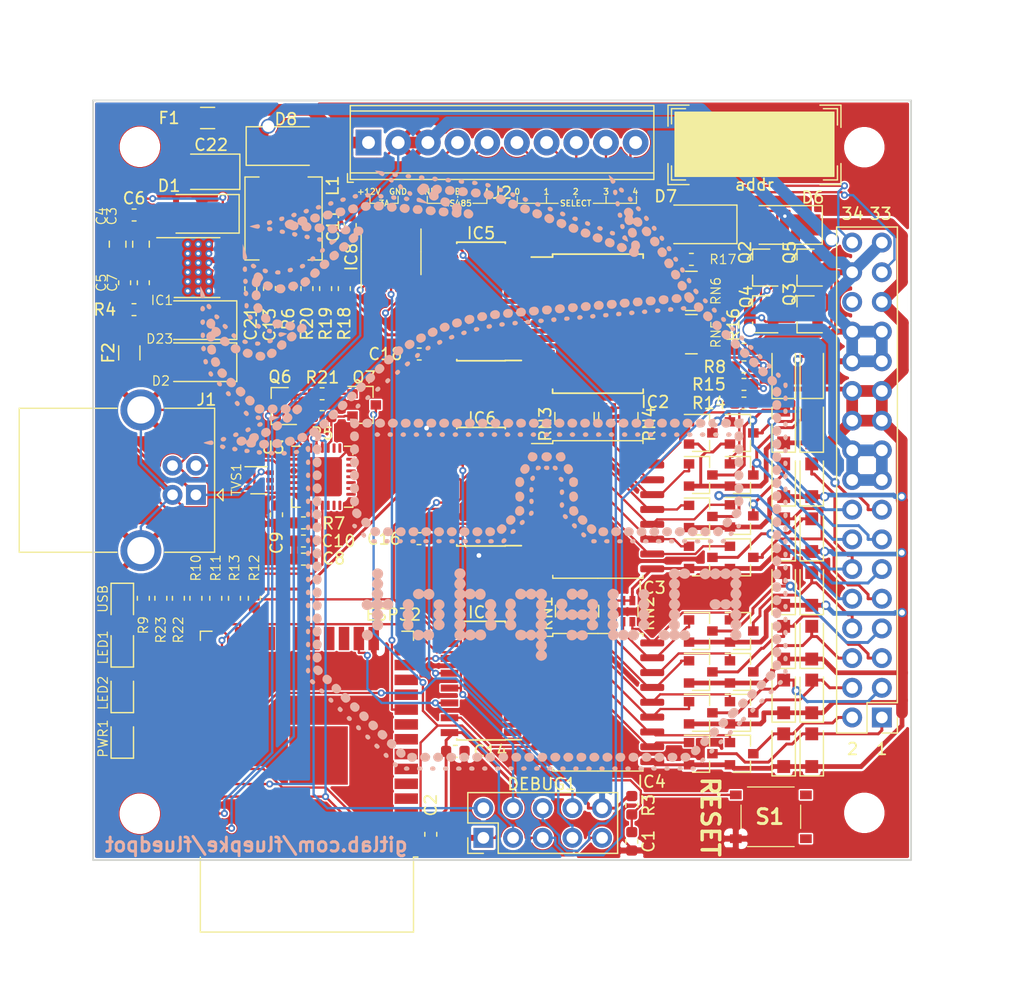
<source format=kicad_pcb>
(kicad_pcb (version 20171130) (host pcbnew 5.1.4)
  (layers (0 F.Cu signal) (31 B.Cu signal) (34 B.Paste user) (35 F.Paste user) (36 B.SilkS user) (37 F.SilkS user) (38 B.Mask user) (39 F.Mask user hide) (44 Edge.Cuts user))
  (net 0 "")
  (net 1 EN)
  (net 2 GND)
  (net 3 +3V3)
  (net 4 +12V)
  (net 5 /USB2Serial/VBus)
  (net 6 /USB2Serial/D+)
  (net 7 /USB2Serial/D-)
  (net 8 VUSB)
  (net 9 CLEAR_OUT)
  (net 10 VFlipdot)
  (net 11 CLEAR_GATE)
  (net 12 Y0_OUT)
  (net 13 Y1_OUT)
  (net 14 Y2_OUT)
  (net 15 Y3_OUT)
  (net 16 Y4_OUT)
  (net 17 Y5_OUT)
  (net 18 Y6_OUT)
  (net 19 Y7_OUT)
  (net 20 Y8_OUT)
  (net 21 Y9_OUT)
  (net 22 Y10_OUT)
  (net 23 Y11_OUT)
  (net 24 Y12_OUT)
  (net 25 Y13_OUT)
  (net 26 Y14_OUT)
  (net 27 Y15_OUT)
  (net 28 RESET_OUT)
  (net 29 CLOCK_OUT)
  (net 30 "Net-(Q2-Pad1)")
  (net 31 GPIO2)
  (net 32 HSPI_SS)
  (net 33 SRCLR)
  (net 34 FLIPDOT_PWR)
  (net 35 RXD0)
  (net 36 TXD0)
  (net 37 HSPI_MOSI)
  (net 38 HSPI_SCLK)
  (net 39 RCLK)
  (net 40 GPIO0)
  (net 41 "/Reset circuitry/DTR")
  (net 42 "/Reset circuitry/RTS")
  (net 43 Y0)
  (net 44 Y7)
  (net 45 Y6)
  (net 46 Y5)
  (net 47 Y4)
  (net 48 Y3)
  (net 49 Y2)
  (net 50 Y1)
  (net 51 Y9)
  (net 52 Y10)
  (net 53 Y11)
  (net 54 Y12)
  (net 55 Y13)
  (net 56 Y14)
  (net 57 Y15)
  (net 58 Y8)
  (net 59 SELECT5)
  (net 60 "Net-(D4-Pad2)")
  (net 61 "Net-(Q3-Pad1)")
  (net 62 "Net-(R7-Pad2)")
  (net 63 "Net-(C6-Pad2)")
  (net 64 "Net-(C6-Pad1)")
  (net 65 "Net-(C7-Pad1)")
  (net 66 "Net-(C13-Pad2)")
  (net 67 "Net-(C13-Pad1)")
  (net 68 "Net-(IC1-Pad5)")
  (net 69 "Net-(IC1-Pad3)")
  (net 70 "Net-(Q2-Pad3)")
  (net 71 "Net-(Q3-Pad3)")
  (net 72 "Net-(Q6-Pad1)")
  (net 73 "Net-(Q7-Pad1)")
  (net 74 "Net-(R19-Pad2)")
  (net 75 RS485_TXD)
  (net 76 RS485_RXD)
  (net 77 RS485_RTS)
  (net 78 V_in)
  (net 79 RS485_B)
  (net 80 RS485_A)
  (net 81 "Net-(C9-Pad2)")
  (net 82 "Net-(R9-Pad2)")
  (net 83 SELECT4_OUT)
  (net 84 SELECT3_OUT)
  (net 85 SELECT2_OUT)
  (net 86 SELECT1_OUT)
  (net 87 SELECT0_OUT)
  (net 88 LED1)
  (net 89 LED2)
  (net 90 "Net-(LED1-Pad2)")
  (net 91 "Net-(LED2-Pad2)")
  (net 92 "Net-(PWR1-Pad1)")
  (net 93 CLEAR_INT)
  (net 94 RESET_INT)
  (net 95 CLOCK_INT)
  (net 96 SELECT4_INT)
  (net 97 SELECT3_INT)
  (net 98 SELECT2_INT)
  (net 99 SELECT1_INT)
  (net 100 SELECT0_INT)
  (net 101 Y8_INT)
  (net 102 Y9_INT)
  (net 103 Y10_INT)
  (net 104 Y11_INT)
  (net 105 Y12_INT)
  (net 106 Y13_INT)
  (net 107 Y14_INT)
  (net 108 Y15_INT)
  (net 109 Y0_INT)
  (net 110 Y1_INT)
  (net 111 Y2_INT)
  (net 112 Y3_INT)
  (net 113 Y4_INT)
  (net 114 Y5_INT)
  (net 115 Y6_INT)
  (net 116 Y7_INT)
  (net 117 "Net-(IC5-Pad14)")
  (net 118 "Net-(IC6-Pad14)")
  (net 119 "Net-(C3-Pad1)")
  (module fluepdot:logo2 (layer F.Cu) (at 63.6 148)
    (fp_text reference G*** hide)
    (fp_text value LOGO hide)
  )
  (module Diode_SMD:D_SMA (layer F.Cu) (at 38.9 133.8 180)
    (fp_text reference D23 (at 3.2 -1.6) (layer F.SilkS) (effects (font (size 0.8 0.8) (thickness 0.1))))
    (fp_text value SS14)
    (pad 2 smd rect (at 2 0 180) (size 2.5 1.8) (layers F.Cu F.Paste F.Mask) (net 4 +12V))
    (pad 1 smd rect (at -2 0 180) (size 2.5 1.8) (layers F.Cu F.Paste F.Mask) (net 119 "Net-(C3-Pad1)"))
  )
  (module fluepdot:SMD-PIND-6.6x7.1x3.0_1.6x3.0 (layer F.Cu) (at 46.3 125.1 90)
    (fp_text reference L1 (at 2.8 4.2 90) (layer F.SilkS))
    (fp_text value 8.2uH)
    (pad 2 smd rect (at 2.95 0 90) (size 2.2 3.5) (layers F.Cu F.Paste F.Mask) (net 3 +3V3))
    (pad 1 smd rect (at -2.95 0 90) (size 2.2 3.5) (layers F.Cu F.Paste F.Mask) (net 64 "Net-(C6-Pad1)"))
  )
  (module Resistor_SMD:R_Array_Convex_4x0603 (layer F.Cu) (at 71.2 142.2 90)
    (fp_text reference RN3 (at -0.5 -2.5 90) (layer F.SilkS))
    (fp_text value R_Pack04)
    (pad 1 smd rect (at -0.9 -1.2 90) (size 0.8 0.5) (layers F.Cu F.Paste F.Mask) (net 58 Y8))
    (pad 3 smd rect (at -0.9 0.4 90) (size 0.8 0.4) (layers F.Cu F.Paste F.Mask) (net 52 Y10))
    (pad 2 smd rect (at -0.9 -0.4 90) (size 0.8 0.4) (layers F.Cu F.Paste F.Mask) (net 51 Y9))
    (pad 4 smd rect (at -0.9 1.2 90) (size 0.8 0.5) (layers F.Cu F.Paste F.Mask) (net 53 Y11))
    (pad 7 smd rect (at 0.9 -0.4 90) (size 0.8 0.4) (layers F.Cu F.Paste F.Mask) (net 10 VFlipdot))
    (pad 8 smd rect (at 0.9 -1.2 90) (size 0.8 0.5) (layers F.Cu F.Paste F.Mask) (net 10 VFlipdot))
    (pad 6 smd rect (at 0.9 0.4 90) (size 0.8 0.4) (layers F.Cu F.Paste F.Mask) (net 10 VFlipdot))
    (pad 5 smd rect (at 0.9 1.2 90) (size 0.8 0.5) (layers F.Cu F.Paste F.Mask) (net 10 VFlipdot))
  )
  (module Connector_PinHeader_2.54mm:PinHeader_2x17_P2.54mm_Vertical (layer F.Cu) (at 97.5 167.8 180)
    (fp_text reference J3 hide)
    (fp_text value Conn_02x17_Odd_Even)
    (pad 1 thru_hole rect (at 0 0 180) (size 1.7 1.7) (drill 1) (layers *.Cu *.Mask) (net 12 Y0_OUT))
    (pad 2 thru_hole oval (at 2.54 0 180) (size 1.7 1.7) (drill 1) (layers *.Cu *.Mask) (net 13 Y1_OUT))
    (pad 3 thru_hole oval (at 0 2.54 180) (size 1.7 1.7) (drill 1) (layers *.Cu *.Mask) (net 14 Y2_OUT))
    (pad 4 thru_hole oval (at 2.54 2.54 180) (size 1.7 1.7) (drill 1) (layers *.Cu *.Mask) (net 15 Y3_OUT))
    (pad 5 thru_hole oval (at 0 5.08 180) (size 1.7 1.7) (drill 1) (layers *.Cu *.Mask) (net 16 Y4_OUT))
    (pad 6 thru_hole oval (at 2.54 5.08 180) (size 1.7 1.7) (drill 1) (layers *.Cu *.Mask) (net 17 Y5_OUT))
    (pad 7 thru_hole oval (at 0 7.62 180) (size 1.7 1.7) (drill 1) (layers *.Cu *.Mask) (net 18 Y6_OUT))
    (pad 8 thru_hole oval (at 2.54 7.62 180) (size 1.7 1.7) (drill 1) (layers *.Cu *.Mask) (net 19 Y7_OUT))
    (pad 9 thru_hole oval (at 0 10.16 180) (size 1.7 1.7) (drill 1) (layers *.Cu *.Mask) (net 20 Y8_OUT))
    (pad 10 thru_hole oval (at 2.54 10.16 180) (size 1.7 1.7) (drill 1) (layers *.Cu *.Mask) (net 21 Y9_OUT))
    (pad 11 thru_hole oval (at 0 12.7 180) (size 1.7 1.7) (drill 1) (layers *.Cu *.Mask) (net 22 Y10_OUT))
    (pad 12 thru_hole oval (at 2.54 12.7 180) (size 1.7 1.7) (drill 1) (layers *.Cu *.Mask) (net 23 Y11_OUT))
    (pad 13 thru_hole oval (at 0 15.24 180) (size 1.7 1.7) (drill 1) (layers *.Cu *.Mask) (net 24 Y12_OUT))
    (pad 14 thru_hole oval (at 2.54 15.24 180) (size 1.7 1.7) (drill 1) (layers *.Cu *.Mask) (net 25 Y13_OUT))
    (pad 15 thru_hole oval (at 0 17.78 180) (size 1.7 1.7) (drill 1) (layers *.Cu *.Mask) (net 26 Y14_OUT))
    (pad 16 thru_hole oval (at 2.54 17.78 180) (size 1.7 1.7) (drill 1) (layers *.Cu *.Mask) (net 27 Y15_OUT))
    (pad 17 thru_hole oval (at 0 20.32 180) (size 1.7 1.7) (drill 1) (layers *.Cu *.Mask) (net 9 CLEAR_OUT))
    (pad 18 thru_hole oval (at 2.54 20.32 180) (size 1.7 1.7) (drill 1) (layers *.Cu *.Mask) (net 9 CLEAR_OUT))
    (pad 19 thru_hole oval (at 0 22.86 180) (size 1.7 1.7) (drill 1) (layers *.Cu *.Mask) (net 9 CLEAR_OUT))
    (pad 20 thru_hole oval (at 2.54 22.86 180) (size 1.7 1.7) (drill 1) (layers *.Cu *.Mask) (net 9 CLEAR_OUT))
    (pad 21 thru_hole oval (at 0 25.4 180) (size 1.7 1.7) (drill 1) (layers *.Cu *.Mask) (net 10 VFlipdot))
    (pad 22 thru_hole oval (at 2.54 25.4 180) (size 1.7 1.7) (drill 1) (layers *.Cu *.Mask) (net 10 VFlipdot))
    (pad 23 thru_hole oval (at 0 27.94 180) (size 1.7 1.7) (drill 1) (layers *.Cu *.Mask) (net 10 VFlipdot))
    (pad 24 thru_hole oval (at 2.54 27.94 180) (size 1.7 1.7) (drill 1) (layers *.Cu *.Mask) (net 10 VFlipdot))
    (pad 25 thru_hole oval (at 0 30.48 180) (size 1.7 1.7) (drill 1) (layers *.Cu *.Mask) (net 2 GND))
    (pad 26 thru_hole oval (at 2.54 30.48 180) (size 1.7 1.7) (drill 1) (layers *.Cu *.Mask) (net 2 GND))
    (pad 27 thru_hole oval (at 0 33.02 180) (size 1.7 1.7) (drill 1) (layers *.Cu *.Mask) (net 2 GND))
    (pad 28 thru_hole oval (at 2.54 33.02 180) (size 1.7 1.7) (drill 1) (layers *.Cu *.Mask) (net 2 GND))
    (pad 29 thru_hole oval (at 0 35.56 180) (size 1.7 1.7) (drill 1) (layers *.Cu *.Mask) (net 10 VFlipdot))
    (pad 30 thru_hole oval (at 2.54 35.56 180) (size 1.7 1.7) (drill 1) (layers *.Cu *.Mask))
    (pad 31 thru_hole oval (at 0 38.1 180) (size 1.7 1.7) (drill 1) (layers *.Cu *.Mask) (net 28 RESET_OUT))
    (pad 32 thru_hole oval (at 2.54 38.1 180) (size 1.7 1.7) (drill 1) (layers *.Cu *.Mask) (net 2 GND))
    (pad 33 thru_hole oval (at 0 40.64 180) (size 1.7 1.7) (drill 1) (layers *.Cu *.Mask) (net 2 GND))
    (pad 34 thru_hole oval (at 2.54 40.64 180) (size 1.7 1.7) (drill 1) (layers *.Cu *.Mask) (net 29 CLOCK_OUT))
  )
  (module Package_SO:SOIC-8_3.9x4.9mm_P1.27mm (layer F.Cu) (at 38.9 129.3)
    (fp_text reference IC1 (at -3 2.8) (layer F.SilkS) (effects (font (size 0.8 0.8) (thickness 0.1))))
    (fp_text value TPS54331DR)
    (pad 8 smd roundrect (at 2.475 -1.905) (size 1.95 0.6) (layers F.Cu F.Paste F.Mask) (net 64 "Net-(C6-Pad1)"))
    (pad 7 smd roundrect (at 2.475 -0.635) (size 1.95 0.6) (layers F.Cu F.Paste F.Mask) (net 2 GND))
    (pad 6 smd roundrect (at 2.475 0.635) (size 1.95 0.6) (layers F.Cu F.Paste F.Mask) (net 67 "Net-(C13-Pad1)"))
    (pad 5 smd roundrect (at 2.475 1.905) (size 1.95 0.6) (layers F.Cu F.Paste F.Mask) (net 68 "Net-(IC1-Pad5)"))
    (pad 4 smd roundrect (at -2.475 1.905) (size 1.95 0.6) (layers F.Cu F.Paste F.Mask) (net 65 "Net-(C7-Pad1)"))
    (pad 3 smd roundrect (at -2.475 0.635) (size 1.95 0.6) (layers F.Cu F.Paste F.Mask) (net 69 "Net-(IC1-Pad3)"))
    (pad 2 smd roundrect (at -2.475 -0.635) (size 1.95 0.6) (layers F.Cu F.Paste F.Mask) (net 119 "Net-(C3-Pad1)"))
    (pad 1 smd roundrect (at -2.475 -1.905) (size 1.95 0.6) (layers F.Cu F.Paste F.Mask) (net 63 "Net-(C6-Pad2)"))
  )
  (module Connector_USB:USB_B_OST_USB-B1HSxx_Horizontal (layer F.Cu) (at 38.8 148.75 180)
    (fp_text reference J1 (at -0.9 8.15) (layer F.SilkS))
    (fp_text value USB_B)
    (pad 5 thru_hole circle (at 4.71 7.27 180) (size 3.5 3.5) (drill 2.33) (layers *.Cu *.Mask) (net 2 GND))
    (pad 5 thru_hole circle (at 4.71 -4.77 180) (size 3.5 3.5) (drill 2.33) (layers *.Cu *.Mask) (net 2 GND))
    (pad 4 thru_hole circle (at 2 0 180) (size 1.7 1.7) (drill 0.92) (layers *.Cu *.Mask) (net 2 GND))
    (pad 3 thru_hole circle (at 2 2.5 180) (size 1.7 1.7) (drill 0.92) (layers *.Cu *.Mask) (net 6 /USB2Serial/D+))
    (pad 2 thru_hole circle (at 0 2.5 180) (size 1.7 1.7) (drill 0.92) (layers *.Cu *.Mask) (net 7 /USB2Serial/D-))
    (pad 1 thru_hole rect (at 0 0 180) (size 1.7 1.7) (drill 0.92) (layers *.Cu *.Mask) (net 5 /USB2Serial/VBus))
  )
  (module Package_SO:SOIC-18W_7.5x11.6mm_P1.27mm (layer F.Cu) (at 73.2 166.5)
    (fp_text reference IC4 (at 4.6 6.8 180) (layer F.SilkS))
    (fp_text value ULN2803ADWR)
    (pad 1 smd roundrect (at -4.65 -5.08) (size 2.05 0.6) (layers F.Cu F.Paste F.Mask) (net 116 Y7_INT))
    (pad 2 smd roundrect (at -4.65 -3.81) (size 2.05 0.6) (layers F.Cu F.Paste F.Mask) (net 115 Y6_INT))
    (pad 3 smd roundrect (at -4.65 -2.54) (size 2.05 0.6) (layers F.Cu F.Paste F.Mask) (net 114 Y5_INT))
    (pad 4 smd roundrect (at -4.65 -1.27) (size 2.05 0.6) (layers F.Cu F.Paste F.Mask) (net 113 Y4_INT))
    (pad 5 smd roundrect (at -4.65 0) (size 2.05 0.6) (layers F.Cu F.Paste F.Mask) (net 112 Y3_INT))
    (pad 6 smd roundrect (at -4.65 1.27) (size 2.05 0.6) (layers F.Cu F.Paste F.Mask) (net 111 Y2_INT))
    (pad 7 smd roundrect (at -4.65 2.54) (size 2.05 0.6) (layers F.Cu F.Paste F.Mask) (net 110 Y1_INT))
    (pad 8 smd roundrect (at -4.65 3.81) (size 2.05 0.6) (layers F.Cu F.Paste F.Mask) (net 109 Y0_INT))
    (pad 9 smd roundrect (at -4.65 5.08) (size 2.05 0.6) (layers F.Cu F.Paste F.Mask) (net 2 GND))
    (pad 10 smd roundrect (at 4.65 5.08) (size 2.05 0.6) (layers F.Cu F.Paste F.Mask) (net 10 VFlipdot))
    (pad 11 smd roundrect (at 4.65 3.81) (size 2.05 0.6) (layers F.Cu F.Paste F.Mask) (net 43 Y0))
    (pad 12 smd roundrect (at 4.65 2.54) (size 2.05 0.6) (layers F.Cu F.Paste F.Mask) (net 50 Y1))
    (pad 13 smd roundrect (at 4.65 1.27) (size 2.05 0.6) (layers F.Cu F.Paste F.Mask) (net 49 Y2))
    (pad 14 smd roundrect (at 4.65 0) (size 2.05 0.6) (layers F.Cu F.Paste F.Mask) (net 48 Y3))
    (pad 15 smd roundrect (at 4.65 -1.27) (size 2.05 0.6) (layers F.Cu F.Paste F.Mask) (net 47 Y4))
    (pad 16 smd roundrect (at 4.65 -2.54) (size 2.05 0.6) (layers F.Cu F.Paste F.Mask) (net 46 Y5))
    (pad 17 smd roundrect (at 4.65 -3.81) (size 2.05 0.6) (layers F.Cu F.Paste F.Mask) (net 45 Y6))
    (pad 18 smd roundrect (at 4.65 -5.08) (size 2.05 0.6) (layers F.Cu F.Paste F.Mask) (net 44 Y7))
  )
  (module Package_SO:SOIC-18W_7.5x11.6mm_P1.27mm (layer F.Cu) (at 73.2 150)
    (fp_text reference IC3 (at 4.6 6.7) (layer F.SilkS))
    (fp_text value ULN2803ADWR)
    (pad 1 smd roundrect (at -4.65 -5.08) (size 2.05 0.6) (layers F.Cu F.Paste F.Mask) (net 108 Y15_INT))
    (pad 2 smd roundrect (at -4.65 -3.81) (size 2.05 0.6) (layers F.Cu F.Paste F.Mask) (net 107 Y14_INT))
    (pad 3 smd roundrect (at -4.65 -2.54) (size 2.05 0.6) (layers F.Cu F.Paste F.Mask) (net 106 Y13_INT))
    (pad 4 smd roundrect (at -4.65 -1.27) (size 2.05 0.6) (layers F.Cu F.Paste F.Mask) (net 105 Y12_INT))
    (pad 5 smd roundrect (at -4.65 0) (size 2.05 0.6) (layers F.Cu F.Paste F.Mask) (net 104 Y11_INT))
    (pad 6 smd roundrect (at -4.65 1.27) (size 2.05 0.6) (layers F.Cu F.Paste F.Mask) (net 103 Y10_INT))
    (pad 7 smd roundrect (at -4.65 2.54) (size 2.05 0.6) (layers F.Cu F.Paste F.Mask) (net 102 Y9_INT))
    (pad 8 smd roundrect (at -4.65 3.81) (size 2.05 0.6) (layers F.Cu F.Paste F.Mask) (net 101 Y8_INT))
    (pad 9 smd roundrect (at -4.65 5.08) (size 2.05 0.6) (layers F.Cu F.Paste F.Mask) (net 2 GND))
    (pad 10 smd roundrect (at 4.65 5.08) (size 2.05 0.6) (layers F.Cu F.Paste F.Mask) (net 10 VFlipdot))
    (pad 11 smd roundrect (at 4.65 3.81) (size 2.05 0.6) (layers F.Cu F.Paste F.Mask) (net 58 Y8))
    (pad 12 smd roundrect (at 4.65 2.54) (size 2.05 0.6) (layers F.Cu F.Paste F.Mask) (net 51 Y9))
    (pad 13 smd roundrect (at 4.65 1.27) (size 2.05 0.6) (layers F.Cu F.Paste F.Mask) (net 52 Y10))
    (pad 14 smd roundrect (at 4.65 0) (size 2.05 0.6) (layers F.Cu F.Paste F.Mask) (net 53 Y11))
    (pad 15 smd roundrect (at 4.65 -1.27) (size 2.05 0.6) (layers F.Cu F.Paste F.Mask) (net 54 Y12))
    (pad 16 smd roundrect (at 4.65 -2.54) (size 2.05 0.6) (layers F.Cu F.Paste F.Mask) (net 55 Y13))
    (pad 17 smd roundrect (at 4.65 -3.81) (size 2.05 0.6) (layers F.Cu F.Paste F.Mask) (net 56 Y14))
    (pad 18 smd roundrect (at 4.65 -5.08) (size 2.05 0.6) (layers F.Cu F.Paste F.Mask) (net 57 Y15))
  )
  (module Package_TO_SOT_SMD:SOT-23 (layer F.Cu) (at 85.5 143.45)
    (fp_text reference Q23 hide)
    (fp_text value AO3401A)
    (pad 3 smd rect (at 1 0) (size 0.9 0.8) (layers F.Cu F.Paste F.Mask) (net 27 Y15_OUT))
    (pad 2 smd rect (at -1 0.95) (size 0.9 0.8) (layers F.Cu F.Paste F.Mask) (net 10 VFlipdot))
    (pad 1 smd rect (at -1 -0.95) (size 0.9 0.8) (layers F.Cu F.Paste F.Mask) (net 57 Y15))
  )
  (module Package_TO_SOT_SMD:SOT-23 (layer F.Cu) (at 85.5 160.4)
    (fp_text reference Q22 hide)
    (fp_text value AO3401A)
    (pad 3 smd rect (at 1 0) (size 0.9 0.8) (layers F.Cu F.Paste F.Mask) (net 19 Y7_OUT))
    (pad 2 smd rect (at -1 0.95) (size 0.9 0.8) (layers F.Cu F.Paste F.Mask) (net 10 VFlipdot))
    (pad 1 smd rect (at -1 -0.95) (size 0.9 0.8) (layers F.Cu F.Paste F.Mask) (net 44 Y7))
  )
  (module Package_TO_SOT_SMD:SOT-23 (layer F.Cu) (at 82 143.45)
    (fp_text reference Q21 hide)
    (fp_text value AO3401A)
    (pad 3 smd rect (at 1 0) (size 0.9 0.8) (layers F.Cu F.Paste F.Mask) (net 26 Y14_OUT))
    (pad 2 smd rect (at -1 0.95) (size 0.9 0.8) (layers F.Cu F.Paste F.Mask) (net 10 VFlipdot))
    (pad 1 smd rect (at -1 -0.95) (size 0.9 0.8) (layers F.Cu F.Paste F.Mask) (net 56 Y14))
  )
  (module Package_TO_SOT_SMD:SOT-23 (layer F.Cu) (at 82 160.4)
    (fp_text reference Q20 hide)
    (fp_text value AO3401A)
    (pad 3 smd rect (at 1 0) (size 0.9 0.8) (layers F.Cu F.Paste F.Mask) (net 18 Y6_OUT))
    (pad 2 smd rect (at -1 0.95) (size 0.9 0.8) (layers F.Cu F.Paste F.Mask) (net 10 VFlipdot))
    (pad 1 smd rect (at -1 -0.95) (size 0.9 0.8) (layers F.Cu F.Paste F.Mask) (net 45 Y6))
  )
  (module Package_TO_SOT_SMD:SOT-23 (layer F.Cu) (at 85.5 147.05)
    (fp_text reference Q19 hide)
    (fp_text value AO3401A)
    (pad 3 smd rect (at 1 0) (size 0.9 0.8) (layers F.Cu F.Paste F.Mask) (net 25 Y13_OUT))
    (pad 2 smd rect (at -1 0.95) (size 0.9 0.8) (layers F.Cu F.Paste F.Mask) (net 10 VFlipdot))
    (pad 1 smd rect (at -1 -0.95) (size 0.9 0.8) (layers F.Cu F.Paste F.Mask) (net 55 Y13))
  )
  (module Package_TO_SOT_SMD:SOT-23 (layer F.Cu) (at 85.5 163.9)
    (fp_text reference Q18 hide)
    (fp_text value AO3401A)
    (pad 3 smd rect (at 1 0) (size 0.9 0.8) (layers F.Cu F.Paste F.Mask) (net 17 Y5_OUT))
    (pad 2 smd rect (at -1 0.95) (size 0.9 0.8) (layers F.Cu F.Paste F.Mask) (net 10 VFlipdot))
    (pad 1 smd rect (at -1 -0.95) (size 0.9 0.8) (layers F.Cu F.Paste F.Mask) (net 46 Y5))
  )
  (module Package_TO_SOT_SMD:SOT-23 (layer F.Cu) (at 82 147.05)
    (fp_text reference Q17 hide)
    (fp_text value AO3401A)
    (pad 3 smd rect (at 1 0) (size 0.9 0.8) (layers F.Cu F.Paste F.Mask) (net 24 Y12_OUT))
    (pad 2 smd rect (at -1 0.95) (size 0.9 0.8) (layers F.Cu F.Paste F.Mask) (net 10 VFlipdot))
    (pad 1 smd rect (at -1 -0.95) (size 0.9 0.8) (layers F.Cu F.Paste F.Mask) (net 54 Y12))
  )
  (module Package_TO_SOT_SMD:SOT-23 (layer F.Cu) (at 82 163.9)
    (fp_text reference Q16 hide)
    (fp_text value AO3401A)
    (pad 3 smd rect (at 1 0) (size 0.9 0.8) (layers F.Cu F.Paste F.Mask) (net 16 Y4_OUT))
    (pad 2 smd rect (at -1 0.95) (size 0.9 0.8) (layers F.Cu F.Paste F.Mask) (net 10 VFlipdot))
    (pad 1 smd rect (at -1 -0.95) (size 0.9 0.8) (layers F.Cu F.Paste F.Mask) (net 47 Y4))
  )
  (module Package_TO_SOT_SMD:SOT-23 (layer F.Cu) (at 82 150.6)
    (fp_text reference Q15 hide)
    (fp_text value AO3401A)
    (pad 3 smd rect (at 1 0) (size 0.9 0.8) (layers F.Cu F.Paste F.Mask) (net 23 Y11_OUT))
    (pad 2 smd rect (at -1 0.95) (size 0.9 0.8) (layers F.Cu F.Paste F.Mask) (net 10 VFlipdot))
    (pad 1 smd rect (at -1 -0.95) (size 0.9 0.8) (layers F.Cu F.Paste F.Mask) (net 53 Y11))
  )
  (module Package_TO_SOT_SMD:SOT-23 (layer F.Cu) (at 85.5 167.4)
    (fp_text reference Q14 hide)
    (fp_text value AO3401A)
    (pad 3 smd rect (at 1 0) (size 0.9 0.8) (layers F.Cu F.Paste F.Mask) (net 15 Y3_OUT))
    (pad 2 smd rect (at -1 0.95) (size 0.9 0.8) (layers F.Cu F.Paste F.Mask) (net 10 VFlipdot))
    (pad 1 smd rect (at -1 -0.95) (size 0.9 0.8) (layers F.Cu F.Paste F.Mask) (net 48 Y3))
  )
  (module Package_TO_SOT_SMD:SOT-23 (layer F.Cu) (at 85.5 150.55)
    (fp_text reference Q13 hide)
    (fp_text value AO3401A)
    (pad 3 smd rect (at 1 0) (size 0.9 0.8) (layers F.Cu F.Paste F.Mask) (net 22 Y10_OUT))
    (pad 2 smd rect (at -1 0.95) (size 0.9 0.8) (layers F.Cu F.Paste F.Mask) (net 10 VFlipdot))
    (pad 1 smd rect (at -1 -0.95) (size 0.9 0.8) (layers F.Cu F.Paste F.Mask) (net 52 Y10))
  )
  (module Package_TO_SOT_SMD:SOT-23 (layer F.Cu) (at 82 167.4)
    (fp_text reference Q12 hide)
    (fp_text value AO3401A)
    (pad 3 smd rect (at 1 0) (size 0.9 0.8) (layers F.Cu F.Paste F.Mask) (net 14 Y2_OUT))
    (pad 2 smd rect (at -1 0.95) (size 0.9 0.8) (layers F.Cu F.Paste F.Mask) (net 10 VFlipdot))
    (pad 1 smd rect (at -1 -0.95) (size 0.9 0.8) (layers F.Cu F.Paste F.Mask) (net 49 Y2))
  )
  (module Package_TO_SOT_SMD:SOT-23 (layer F.Cu) (at 82 154.1)
    (fp_text reference Q11 hide)
    (fp_text value AO3401A)
    (pad 3 smd rect (at 1 0) (size 0.9 0.8) (layers F.Cu F.Paste F.Mask) (net 21 Y9_OUT))
    (pad 2 smd rect (at -1 0.95) (size 0.9 0.8) (layers F.Cu F.Paste F.Mask) (net 10 VFlipdot))
    (pad 1 smd rect (at -1 -0.95) (size 0.9 0.8) (layers F.Cu F.Paste F.Mask) (net 51 Y9))
  )
  (module Package_TO_SOT_SMD:SOT-23 (layer F.Cu) (at 85.5 170.9)
    (fp_text reference Q10 hide)
    (fp_text value AO3401A)
    (pad 3 smd rect (at 1 0) (size 0.9 0.8) (layers F.Cu F.Paste F.Mask) (net 13 Y1_OUT))
    (pad 2 smd rect (at -1 0.95) (size 0.9 0.8) (layers F.Cu F.Paste F.Mask) (net 10 VFlipdot))
    (pad 1 smd rect (at -1 -0.95) (size 0.9 0.8) (layers F.Cu F.Paste F.Mask) (net 50 Y1))
  )
  (module Package_TO_SOT_SMD:SOT-23 (layer F.Cu) (at 85.5 154.1)
    (fp_text reference Q9 hide)
    (fp_text value AO3401A)
    (pad 3 smd rect (at 1 0) (size 0.9 0.8) (layers F.Cu F.Paste F.Mask) (net 20 Y8_OUT))
    (pad 2 smd rect (at -1 0.95) (size 0.9 0.8) (layers F.Cu F.Paste F.Mask) (net 10 VFlipdot))
    (pad 1 smd rect (at -1 -0.95) (size 0.9 0.8) (layers F.Cu F.Paste F.Mask) (net 58 Y8))
  )
  (module Package_TO_SOT_SMD:SOT-23 (layer F.Cu) (at 82 170.9)
    (fp_text reference Q8 hide)
    (fp_text value AO3401A)
    (pad 3 smd rect (at 1 0) (size 0.9 0.8) (layers F.Cu F.Paste F.Mask) (net 12 Y0_OUT))
    (pad 2 smd rect (at -1 0.95) (size 0.9 0.8) (layers F.Cu F.Paste F.Mask) (net 10 VFlipdot))
    (pad 1 smd rect (at -1 -0.95) (size 0.9 0.8) (layers F.Cu F.Paste F.Mask) (net 43 Y0))
  )
  (module Diode_SMD:D_SOD-123F (layer F.Cu) (at 89.1 138.3 90)
    (fp_text reference D22 hide)
    (fp_text value SM4007PL)
    (pad 2 smd rect (at 1.4 0 90) (size 1.1 1.1) (layers F.Cu F.Paste F.Mask) (net 27 Y15_OUT))
    (pad 1 smd rect (at -1.4 0 90) (size 1.1 1.1) (layers F.Cu F.Paste F.Mask) (net 10 VFlipdot))
  )
  (module Diode_SMD:D_SOD-123F (layer F.Cu) (at 91.5 156.8 90)
    (fp_text reference D21 hide)
    (fp_text value SM4007PL)
    (pad 2 smd rect (at 1.4 0 90) (size 1.1 1.1) (layers F.Cu F.Paste F.Mask) (net 19 Y7_OUT))
    (pad 1 smd rect (at -1.4 0 90) (size 1.1 1.1) (layers F.Cu F.Paste F.Mask) (net 10 VFlipdot))
  )
  (module Diode_SMD:D_SOD-123F (layer F.Cu) (at 91.5 138.3 90)
    (fp_text reference D20 hide)
    (fp_text value SM4007PL)
    (pad 2 smd rect (at 1.4 0 90) (size 1.1 1.1) (layers F.Cu F.Paste F.Mask) (net 26 Y14_OUT))
    (pad 1 smd rect (at -1.4 0 90) (size 1.1 1.1) (layers F.Cu F.Paste F.Mask) (net 10 VFlipdot))
  )
  (module Diode_SMD:D_SOD-123F (layer F.Cu) (at 89.1 156.8 90)
    (fp_text reference D19 hide)
    (fp_text value SM4007PL)
    (pad 2 smd rect (at 1.4 0 90) (size 1.1 1.1) (layers F.Cu F.Paste F.Mask) (net 18 Y6_OUT))
    (pad 1 smd rect (at -1.4 0 90) (size 1.1 1.1) (layers F.Cu F.Paste F.Mask) (net 10 VFlipdot))
  )
  (module Diode_SMD:D_SOD-123F (layer F.Cu) (at 91.5 142.9 90)
    (fp_text reference D18 hide)
    (fp_text value SM4007PL)
    (pad 2 smd rect (at 1.4 0 90) (size 1.1 1.1) (layers F.Cu F.Paste F.Mask) (net 25 Y13_OUT))
    (pad 1 smd rect (at -1.4 0 90) (size 1.1 1.1) (layers F.Cu F.Paste F.Mask) (net 10 VFlipdot))
  )
  (module Diode_SMD:D_SOD-123F (layer F.Cu) (at 91.5 161.4 90)
    (fp_text reference D17 hide)
    (fp_text value SM4007PL)
    (pad 2 smd rect (at 1.4 0 90) (size 1.1 1.1) (layers F.Cu F.Paste F.Mask) (net 17 Y5_OUT))
    (pad 1 smd rect (at -1.4 0 90) (size 1.1 1.1) (layers F.Cu F.Paste F.Mask) (net 10 VFlipdot))
  )
  (module Diode_SMD:D_SOD-123F (layer F.Cu) (at 89.1 142.9 90)
    (fp_text reference D16 hide)
    (fp_text value SM4007PL)
    (pad 2 smd rect (at 1.4 0 90) (size 1.1 1.1) (layers F.Cu F.Paste F.Mask) (net 24 Y12_OUT))
    (pad 1 smd rect (at -1.4 0 90) (size 1.1 1.1) (layers F.Cu F.Paste F.Mask) (net 10 VFlipdot))
  )
  (module Diode_SMD:D_SOD-123F (layer F.Cu) (at 89.1 161.4 90)
    (fp_text reference D15 hide)
    (fp_text value SM4007PL)
    (pad 2 smd rect (at 1.4 0 90) (size 1.1 1.1) (layers F.Cu F.Paste F.Mask) (net 16 Y4_OUT))
    (pad 1 smd rect (at -1.4 0 90) (size 1.1 1.1) (layers F.Cu F.Paste F.Mask) (net 10 VFlipdot))
  )
  (module Diode_SMD:D_SOD-123F (layer F.Cu) (at 91.5 147.5 90)
    (fp_text reference D14 hide)
    (fp_text value SM4007PL)
    (pad 2 smd rect (at 1.4 0 90) (size 1.1 1.1) (layers F.Cu F.Paste F.Mask) (net 23 Y11_OUT))
    (pad 1 smd rect (at -1.4 0 90) (size 1.1 1.1) (layers F.Cu F.Paste F.Mask) (net 10 VFlipdot))
  )
  (module Diode_SMD:D_SOD-123F (layer F.Cu) (at 91.5 166 90)
    (fp_text reference D13 hide)
    (fp_text value SM4007PL)
    (pad 2 smd rect (at 1.4 0 90) (size 1.1 1.1) (layers F.Cu F.Paste F.Mask) (net 15 Y3_OUT))
    (pad 1 smd rect (at -1.4 0 90) (size 1.1 1.1) (layers F.Cu F.Paste F.Mask) (net 10 VFlipdot))
  )
  (module Diode_SMD:D_SOD-123F (layer F.Cu) (at 89.1 147.5 90)
    (fp_text reference D12 hide)
    (fp_text value SM4007PL)
    (pad 2 smd rect (at 1.4 0 90) (size 1.1 1.1) (layers F.Cu F.Paste F.Mask) (net 22 Y10_OUT))
    (pad 1 smd rect (at -1.4 0 90) (size 1.1 1.1) (layers F.Cu F.Paste F.Mask) (net 10 VFlipdot))
  )
  (module Diode_SMD:D_SOD-123F (layer F.Cu) (at 89.1 166 90)
    (fp_text reference D11 hide)
    (fp_text value SM4007PL)
    (pad 2 smd rect (at 1.4 0 90) (size 1.1 1.1) (layers F.Cu F.Paste F.Mask) (net 14 Y2_OUT))
    (pad 1 smd rect (at -1.4 0 90) (size 1.1 1.1) (layers F.Cu F.Paste F.Mask) (net 10 VFlipdot))
  )
  (module Diode_SMD:D_SOD-123F (layer F.Cu) (at 91.5 152.2 90)
    (fp_text reference D10 hide)
    (fp_text value SM4007PL)
    (pad 2 smd rect (at 1.4 0 90) (size 1.1 1.1) (layers F.Cu F.Paste F.Mask) (net 21 Y9_OUT))
    (pad 1 smd rect (at -1.4 0 90) (size 1.1 1.1) (layers F.Cu F.Paste F.Mask) (net 10 VFlipdot))
  )
  (module Diode_SMD:D_SOD-123F (layer F.Cu) (at 89.1 170.6 90)
    (fp_text reference D9 hide)
    (fp_text value SM4007PL)
    (pad 2 smd rect (at 1.4 0 90) (size 1.1 1.1) (layers F.Cu F.Paste F.Mask) (net 13 Y1_OUT))
    (pad 1 smd rect (at -1.4 0 90) (size 1.1 1.1) (layers F.Cu F.Paste F.Mask) (net 10 VFlipdot))
  )
  (module Diode_SMD:D_SOD-123F (layer F.Cu) (at 89.1 152.2 90)
    (fp_text reference D5 hide)
    (fp_text value SM4007PL)
    (pad 2 smd rect (at 1.4 0 90) (size 1.1 1.1) (layers F.Cu F.Paste F.Mask) (net 20 Y8_OUT))
    (pad 1 smd rect (at -1.4 0 90) (size 1.1 1.1) (layers F.Cu F.Paste F.Mask) (net 10 VFlipdot))
  )
  (module Diode_SMD:D_SOD-123F (layer F.Cu) (at 91.5 170.6 90)
    (fp_text reference D3 hide)
    (fp_text value SM4007PL)
    (pad 2 smd rect (at 1.4 0 90) (size 1.1 1.1) (layers F.Cu F.Paste F.Mask) (net 12 Y0_OUT))
    (pad 1 smd rect (at -1.4 0 90) (size 1.1 1.1) (layers F.Cu F.Paste F.Mask) (net 10 VFlipdot))
  )
  (module Resistor_SMD:R_0603_1608Metric (layer F.Cu) (at 35.8 157.6 90)
    (fp_text reference R23 (at -2.7 0 90) (layer F.SilkS) (effects (font (size 0.8 0.8) (thickness 0.1))))
    (fp_text value 270)
    (pad 2 smd roundrect (at 0.7875 0 90) (size 0.875 0.95) (layers F.Cu F.Paste F.Mask) (net 2 GND))
    (pad 1 smd roundrect (at -0.7875 0 90) (size 0.875 0.95) (layers F.Cu F.Paste F.Mask) (net 90 "Net-(LED1-Pad2)"))
  )
  (module Resistor_SMD:R_0603_1608Metric (layer F.Cu) (at 37.3 157.6 90)
    (fp_text reference R22 (at -2.7 0 90) (layer F.SilkS) (effects (font (size 0.8 0.8) (thickness 0.1))))
    (fp_text value 270)
    (pad 2 smd roundrect (at 0.7875 0 90) (size 0.875 0.95) (layers F.Cu F.Paste F.Mask) (net 2 GND))
    (pad 1 smd roundrect (at -0.7875 0 90) (size 0.875 0.95) (layers F.Cu F.Paste F.Mask) (net 91 "Net-(LED2-Pad2)"))
  )
  (module Resistor_SMD:R_0603_1608Metric (layer F.Cu) (at 38.8 157.6 270)
    (fp_text reference R10 (at -2.6 0 270) (layer F.SilkS) (effects (font (size 0.8 0.8) (thickness 0.1))))
    (fp_text value 270)
    (pad 2 smd roundrect (at 0.7875 0 270) (size 0.875 0.95) (layers F.Cu F.Paste F.Mask) (net 92 "Net-(PWR1-Pad1)"))
    (pad 1 smd roundrect (at -0.7875 0 270) (size 0.875 0.95) (layers F.Cu F.Paste F.Mask) (net 3 +3V3))
  )
  (module Diode_SMD:D_0805_2012Metric (layer F.Cu) (at 32.5 169.6 90)
    (fp_text reference PWR1 (at 0 -1.65 90) (layer F.SilkS) (effects (font (size 0.8 0.8) (thickness 0.1))))
    (fp_text value PWR)
    (pad 2 smd roundrect (at 0.9375 0 90) (size 0.975 1.4) (layers F.Cu F.Paste F.Mask) (net 2 GND))
    (pad 1 smd roundrect (at -0.9375 0 90) (size 0.975 1.4) (layers F.Cu F.Paste F.Mask) (net 92 "Net-(PWR1-Pad1)"))
  )
  (module Diode_SMD:D_0805_2012Metric (layer F.Cu) (at 32.5 165.7 90)
    (fp_text reference LED2 (at 0 -1.65 90) (layer F.SilkS) (effects (font (size 0.8 0.8) (thickness 0.1))))
    (fp_text value LED2)
    (pad 2 smd roundrect (at 0.9375 0 90) (size 0.975 1.4) (layers F.Cu F.Paste F.Mask) (net 91 "Net-(LED2-Pad2)"))
    (pad 1 smd roundrect (at -0.9375 0 90) (size 0.975 1.4) (layers F.Cu F.Paste F.Mask) (net 89 LED2))
  )
  (module Diode_SMD:D_0805_2012Metric (layer F.Cu) (at 32.5 161.8 90)
    (fp_text reference LED1 (at 0 -1.65 90) (layer F.SilkS) (effects (font (size 0.8 0.8) (thickness 0.1))))
    (fp_text value LED1)
    (pad 2 smd roundrect (at 0.9375 0 90) (size 0.975 1.4) (layers F.Cu F.Paste F.Mask) (net 90 "Net-(LED1-Pad2)"))
    (pad 1 smd roundrect (at -0.9375 0 90) (size 0.975 1.4) (layers F.Cu F.Paste F.Mask) (net 88 LED1))
  )
  (module fluepdot:TerminalBlock_Phoenix_MPT-0,5-10-2.54_1x10_P2.54mm_Horizontal (layer F.Cu) (at 65 118.6)
    (fp_text reference J2 (at 0 4.3) (layer F.SilkS))
    (fp_text value Conn_01x10_Female)
    (pad 1 thru_hole rect (at -11.43 0) (size 2.2 2.2) (drill 1.1) (layers *.Cu *.Mask) (net 78 V_in))
    (pad 2 thru_hole circle (at -8.89 0) (size 2.2 2.2) (drill 1.1) (layers *.Cu *.Mask) (net 2 GND))
    (pad 3 thru_hole circle (at -6.35 0) (size 2.2 2.2) (drill 1.1) (layers *.Cu *.Mask) (net 2 GND))
    (pad 4 thru_hole circle (at -3.81 0) (size 2.2 2.2) (drill 1.1) (layers *.Cu *.Mask) (net 79 RS485_B))
    (pad 5 thru_hole circle (at -1.27 0) (size 2.2 2.2) (drill 1.1) (layers *.Cu *.Mask) (net 80 RS485_A))
    (pad 6 thru_hole circle (at 1.27 0) (size 2.2 2.2) (drill 1.1) (layers *.Cu *.Mask) (net 87 SELECT0_OUT))
    (pad 7 thru_hole circle (at 3.81 0) (size 2.2 2.2) (drill 1.1) (layers *.Cu *.Mask) (net 86 SELECT1_OUT))
    (pad 8 thru_hole circle (at 6.35 0) (size 2.2 2.2) (drill 1.1) (layers *.Cu *.Mask) (net 85 SELECT2_OUT))
    (pad 9 thru_hole circle (at 8.89 0) (size 2.2 2.2) (drill 1.1) (layers *.Cu *.Mask) (net 84 SELECT3_OUT))
    (pad 10 thru_hole circle (at 11.43 0) (size 2.2 2.2) (drill 1.1) (layers *.Cu *.Mask) (net 83 SELECT4_OUT))
  )
  (module Capacitor_SMD:C_0603_1608Metric (layer F.Cu) (at 52 125.7 270)
    (fp_text reference C11 (at 0 1.459 90) (layer F.SilkS))
    (fp_text value 100nF)
    (pad 2 smd roundrect (at 0.7875 0 270) (size 0.875 0.95) (layers F.Cu F.Paste F.Mask) (net 2 GND))
    (pad 1 smd roundrect (at -0.7875 0 270) (size 0.875 0.95) (layers F.Cu F.Paste F.Mask) (net 3 +3V3))
  )
  (module Package_DFN_QFN:QFN-28-1EP_5x5mm_P0.5mm_EP3.35x3.35mm (layer F.Cu) (at 49.62 147.2)
    (fp_text reference U3 (at -4.22 -2.5) (layer F.SilkS))
    (fp_text value CP2102N-A01-GQFN28)
    (pad 28 smd roundrect (at -1.5 -2.45) (size 0.25 0.8) (layers F.Cu F.Paste F.Mask) (net 41 "/Reset circuitry/DTR"))
    (pad 27 smd roundrect (at -1 -2.45) (size 0.25 0.8) (layers F.Cu F.Paste F.Mask))
    (pad 26 smd roundrect (at -0.5 -2.45) (size 0.25 0.8) (layers F.Cu F.Paste F.Mask) (net 35 RXD0))
    (pad 25 smd roundrect (at 0 -2.45) (size 0.25 0.8) (layers F.Cu F.Paste F.Mask) (net 36 TXD0))
    (pad 24 smd roundrect (at 0.5 -2.45) (size 0.25 0.8) (layers F.Cu F.Paste F.Mask) (net 42 "/Reset circuitry/RTS"))
    (pad 23 smd roundrect (at 1 -2.45) (size 0.25 0.8) (layers F.Cu F.Paste F.Mask))
    (pad 22 smd roundrect (at 1.5 -2.45) (size 0.25 0.8) (layers F.Cu F.Paste F.Mask))
    (pad 21 smd roundrect (at 2.45 -1.5) (size 0.8 0.25) (layers F.Cu F.Paste F.Mask))
    (pad 20 smd roundrect (at 2.45 -1) (size 0.8 0.25) (layers F.Cu F.Paste F.Mask))
    (pad 19 smd roundrect (at 2.45 -0.5) (size 0.8 0.25) (layers F.Cu F.Paste F.Mask))
    (pad 18 smd roundrect (at 2.45 0) (size 0.8 0.25) (layers F.Cu F.Paste F.Mask))
    (pad 17 smd roundrect (at 2.45 0.5) (size 0.8 0.25) (layers F.Cu F.Paste F.Mask))
    (pad 16 smd roundrect (at 2.45 1) (size 0.8 0.25) (layers F.Cu F.Paste F.Mask))
    (pad 15 smd roundrect (at 2.45 1.5) (size 0.8 0.25) (layers F.Cu F.Paste F.Mask))
    (pad 14 smd roundrect (at 1.5 2.45) (size 0.25 0.8) (layers F.Cu F.Paste F.Mask))
    (pad 13 smd roundrect (at 1 2.45) (size 0.25 0.8) (layers F.Cu F.Paste F.Mask))
    (pad 12 smd roundrect (at 0.5 2.45) (size 0.25 0.8) (layers F.Cu F.Paste F.Mask))
    (pad 11 smd roundrect (at 0 2.45) (size 0.25 0.8) (layers F.Cu F.Paste F.Mask) (net 82 "Net-(R9-Pad2)"))
    (pad 10 smd roundrect (at -0.5 2.45) (size 0.25 0.8) (layers F.Cu F.Paste F.Mask))
    (pad 9 smd roundrect (at -1 2.45) (size 0.25 0.8) (layers F.Cu F.Paste F.Mask) (net 62 "Net-(R7-Pad2)"))
    (pad 8 smd roundrect (at -1.5 2.45) (size 0.25 0.8) (layers F.Cu F.Paste F.Mask) (net 8 VUSB))
    (pad 7 smd roundrect (at -2.45 1.5) (size 0.8 0.25) (layers F.Cu F.Paste F.Mask) (net 8 VUSB))
    (pad 6 smd roundrect (at -2.45 1) (size 0.8 0.25) (layers F.Cu F.Paste F.Mask) (net 81 "Net-(C9-Pad2)"))
    (pad 5 smd roundrect (at -2.45 0.5) (size 0.8 0.25) (layers F.Cu F.Paste F.Mask) (net 7 /USB2Serial/D-))
    (pad 4 smd roundrect (at -2.45 0) (size 0.8 0.25) (layers F.Cu F.Paste F.Mask) (net 6 /USB2Serial/D+))
    (pad 3 smd roundrect (at -2.45 -0.5) (size 0.8 0.25) (layers F.Cu F.Paste F.Mask) (net 2 GND))
    (pad 2 smd roundrect (at -2.45 -1) (size 0.8 0.25) (layers F.Cu F.Paste F.Mask))
    (pad 1 smd roundrect (at -2.45 -1.5) (size 0.8 0.25) (layers F.Cu F.Paste F.Mask))
    (pad 29 smd roundrect (at 0 0) (size 3.35 3.35) (layers F.Cu F.Mask) (roundrect_rratio 0.074627) (net 2 GND))
  )
  (module Package_SO:SOIC-8_3.9x4.9mm_P1.27mm (layer F.Cu) (at 55.5 127.95 90)
    (fp_text reference IC8 (at -0.45 -3.4 270) (layer F.SilkS))
    (fp_text value SP3485EN)
    (pad 1 smd roundrect (at -2.475 -1.905 90) (size 1.95 0.6) (layers F.Cu F.Paste F.Mask) (net 76 RS485_RXD))
    (pad 2 smd roundrect (at -2.475 -0.635 90) (size 1.95 0.6) (layers F.Cu F.Paste F.Mask) (net 77 RS485_RTS))
    (pad 3 smd roundrect (at -2.475 0.635 90) (size 1.95 0.6) (layers F.Cu F.Paste F.Mask) (net 77 RS485_RTS))
    (pad 4 smd roundrect (at -2.475 1.905 90) (size 1.95 0.6) (layers F.Cu F.Paste F.Mask) (net 75 RS485_TXD))
    (pad 5 smd roundrect (at 2.475 1.905 90) (size 1.95 0.6) (layers F.Cu F.Paste F.Mask) (net 2 GND))
    (pad 6 smd roundrect (at 2.475 0.635 90) (size 1.95 0.6) (layers F.Cu F.Paste F.Mask) (net 80 RS485_A))
    (pad 7 smd roundrect (at 2.475 -0.635 90) (size 1.95 0.6) (layers F.Cu F.Paste F.Mask) (net 79 RS485_B))
    (pad 8 smd roundrect (at 2.475 -1.905 90) (size 1.95 0.6) (layers F.Cu F.Paste F.Mask) (net 3 +3V3))
  )
  (module Package_TO_SOT_SMD:SOT-363_SC-70-6 (layer F.Cu) (at 44.2 147.5)
    (fp_text reference TVS1 (at -1.933 -0.053 90) (layer F.SilkS) (effects (font (size 0.8 0.8) (thickness 0.1))))
    (fp_text value SMF05CT1G)
    (pad 6 smd rect (at 0.95 -0.65) (size 0.65 0.4) (layers F.Cu F.Paste F.Mask) (net 5 /USB2Serial/VBus))
    (pad 4 smd rect (at 0.95 0.65) (size 0.65 0.4) (layers F.Cu F.Paste F.Mask))
    (pad 2 smd rect (at -0.95 0) (size 0.65 0.4) (layers F.Cu F.Paste F.Mask) (net 2 GND))
    (pad 5 smd rect (at 0.95 0) (size 0.65 0.4) (layers F.Cu F.Paste F.Mask))
    (pad 3 smd rect (at -0.95 0.65) (size 0.65 0.4) (layers F.Cu F.Paste F.Mask) (net 7 /USB2Serial/D-))
    (pad 1 smd rect (at -0.95 -0.65) (size 0.65 0.4) (layers F.Cu F.Paste F.Mask) (net 6 /USB2Serial/D+))
  )
  (module TS-1187A-B-A-B:TS1187ABAB (layer F.Cu) (at 88 176.3)
    (fp_text reference S1 (at -0.1 0) (layer F.SilkS) (effects (font (size 1.27 1.27) (thickness 0.254))))
    (fp_text value TS-1187A-B-A-B hide)
    (pad D1 smd rect (at 3 1.875 90) (size 0.75 1) (layers F.Cu F.Paste F.Mask))
    (pad C1 smd rect (at -3 1.875 90) (size 0.75 1) (layers F.Cu F.Paste F.Mask) (net 2 GND))
    (pad B1 smd rect (at 3 -1.875 90) (size 0.75 1) (layers F.Cu F.Paste F.Mask))
    (pad A1 smd rect (at -3 -1.875 90) (size 0.75 1) (layers F.Cu F.Paste F.Mask) (net 1 EN))
  )
  (module Resistor_SMD:R_Array_Convex_4x0603 (layer F.Cu) (at 81.2 131.3)
    (fp_text reference RN6 (at 2.1 0 90) (layer F.SilkS) (effects (font (size 0.8 0.8) (thickness 0.1))))
    (fp_text value R_Pack04)
    (pad 1 smd rect (at -0.9 -1.2) (size 0.8 0.5) (layers F.Cu F.Paste F.Mask) (net 11 CLEAR_GATE))
    (pad 3 smd rect (at -0.9 0.4) (size 0.8 0.4) (layers F.Cu F.Paste F.Mask) (net 29 CLOCK_OUT))
    (pad 2 smd rect (at -0.9 -0.4) (size 0.8 0.4) (layers F.Cu F.Paste F.Mask) (net 28 RESET_OUT))
    (pad 4 smd rect (at -0.9 1.2) (size 0.8 0.5) (layers F.Cu F.Paste F.Mask) (net 83 SELECT4_OUT))
    (pad 7 smd rect (at 0.9 -0.4) (size 0.8 0.4) (layers F.Cu F.Paste F.Mask) (net 10 VFlipdot))
    (pad 8 smd rect (at 0.9 -1.2) (size 0.8 0.5) (layers F.Cu F.Paste F.Mask) (net 10 VFlipdot))
    (pad 6 smd rect (at 0.9 0.4) (size 0.8 0.4) (layers F.Cu F.Paste F.Mask) (net 10 VFlipdot))
    (pad 5 smd rect (at 0.9 1.2) (size 0.8 0.5) (layers F.Cu F.Paste F.Mask) (net 10 VFlipdot))
  )
  (module Resistor_SMD:R_Array_Convex_4x0603 (layer F.Cu) (at 81.2 135)
    (fp_text reference RN5 (at 2.1 0 90) (layer F.SilkS) (effects (font (size 0.8 0.8) (thickness 0.1))))
    (fp_text value R_Pack04)
    (pad 1 smd rect (at -0.9 -1.2) (size 0.8 0.5) (layers F.Cu F.Paste F.Mask) (net 84 SELECT3_OUT))
    (pad 3 smd rect (at -0.9 0.4) (size 0.8 0.4) (layers F.Cu F.Paste F.Mask) (net 86 SELECT1_OUT))
    (pad 2 smd rect (at -0.9 -0.4) (size 0.8 0.4) (layers F.Cu F.Paste F.Mask) (net 85 SELECT2_OUT))
    (pad 4 smd rect (at -0.9 1.2) (size 0.8 0.5) (layers F.Cu F.Paste F.Mask) (net 87 SELECT0_OUT))
    (pad 7 smd rect (at 0.9 -0.4) (size 0.8 0.4) (layers F.Cu F.Paste F.Mask) (net 10 VFlipdot))
    (pad 8 smd rect (at 0.9 -1.2) (size 0.8 0.5) (layers F.Cu F.Paste F.Mask) (net 10 VFlipdot))
    (pad 6 smd rect (at 0.9 0.4) (size 0.8 0.4) (layers F.Cu F.Paste F.Mask) (net 10 VFlipdot))
    (pad 5 smd rect (at 0.9 1.2) (size 0.8 0.5) (layers F.Cu F.Paste F.Mask) (net 10 VFlipdot))
  )
  (module Resistor_SMD:R_Array_Convex_4x0603 (layer F.Cu) (at 74.95 142.2 90)
    (fp_text reference RN4 (at -0.5 2.65 90) (layer F.SilkS))
    (fp_text value R_Pack04)
    (pad 1 smd rect (at -0.9 -1.2 90) (size 0.8 0.5) (layers F.Cu F.Paste F.Mask) (net 54 Y12))
    (pad 3 smd rect (at -0.9 0.4 90) (size 0.8 0.4) (layers F.Cu F.Paste F.Mask) (net 56 Y14))
    (pad 2 smd rect (at -0.9 -0.4 90) (size 0.8 0.4) (layers F.Cu F.Paste F.Mask) (net 55 Y13))
    (pad 4 smd rect (at -0.9 1.2 90) (size 0.8 0.5) (layers F.Cu F.Paste F.Mask) (net 57 Y15))
    (pad 7 smd rect (at 0.9 -0.4 90) (size 0.8 0.4) (layers F.Cu F.Paste F.Mask) (net 10 VFlipdot))
    (pad 8 smd rect (at 0.9 -1.2 90) (size 0.8 0.5) (layers F.Cu F.Paste F.Mask) (net 10 VFlipdot))
    (pad 6 smd rect (at 0.9 0.4 90) (size 0.8 0.4) (layers F.Cu F.Paste F.Mask) (net 10 VFlipdot))
    (pad 5 smd rect (at 0.9 1.2 90) (size 0.8 0.5) (layers F.Cu F.Paste F.Mask) (net 10 VFlipdot))
  )
  (module Resistor_SMD:R_Array_Convex_4x0603 (layer F.Cu) (at 74.95 158.7 90)
    (fp_text reference RN2 (at -0.2 2.55 270) (layer F.SilkS))
    (fp_text value R_Pack04)
    (pad 1 smd rect (at -0.9 -1.2 90) (size 0.8 0.5) (layers F.Cu F.Paste F.Mask) (net 47 Y4))
    (pad 3 smd rect (at -0.9 0.4 90) (size 0.8 0.4) (layers F.Cu F.Paste F.Mask) (net 45 Y6))
    (pad 2 smd rect (at -0.9 -0.4 90) (size 0.8 0.4) (layers F.Cu F.Paste F.Mask) (net 46 Y5))
    (pad 4 smd rect (at -0.9 1.2 90) (size 0.8 0.5) (layers F.Cu F.Paste F.Mask) (net 44 Y7))
    (pad 7 smd rect (at 0.9 -0.4 90) (size 0.8 0.4) (layers F.Cu F.Paste F.Mask) (net 10 VFlipdot))
    (pad 8 smd rect (at 0.9 -1.2 90) (size 0.8 0.5) (layers F.Cu F.Paste F.Mask) (net 10 VFlipdot))
    (pad 6 smd rect (at 0.9 0.4 90) (size 0.8 0.4) (layers F.Cu F.Paste F.Mask) (net 10 VFlipdot))
    (pad 5 smd rect (at 0.9 1.2 90) (size 0.8 0.5) (layers F.Cu F.Paste F.Mask) (net 10 VFlipdot))
  )
  (module Resistor_SMD:R_Array_Convex_4x0603 (layer F.Cu) (at 71.25 158.7 90)
    (fp_text reference RN1 (at -0.2 -2.45 90) (layer F.SilkS))
    (fp_text value R_Pack04)
    (pad 1 smd rect (at -0.9 -1.2 90) (size 0.8 0.5) (layers F.Cu F.Paste F.Mask) (net 43 Y0))
    (pad 3 smd rect (at -0.9 0.4 90) (size 0.8 0.4) (layers F.Cu F.Paste F.Mask) (net 49 Y2))
    (pad 2 smd rect (at -0.9 -0.4 90) (size 0.8 0.4) (layers F.Cu F.Paste F.Mask) (net 50 Y1))
    (pad 4 smd rect (at -0.9 1.2 90) (size 0.8 0.5) (layers F.Cu F.Paste F.Mask) (net 48 Y3))
    (pad 7 smd rect (at 0.9 -0.4 90) (size 0.8 0.4) (layers F.Cu F.Paste F.Mask) (net 10 VFlipdot))
    (pad 8 smd rect (at 0.9 -1.2 90) (size 0.8 0.5) (layers F.Cu F.Paste F.Mask) (net 10 VFlipdot))
    (pad 6 smd rect (at 0.9 0.4 90) (size 0.8 0.4) (layers F.Cu F.Paste F.Mask) (net 10 VFlipdot))
    (pad 5 smd rect (at 0.9 1.2 90) (size 0.8 0.5) (layers F.Cu F.Paste F.Mask) (net 10 VFlipdot))
  )
  (module Resistor_SMD:R_0603_1608Metric (layer F.Cu) (at 49.6 140.1)
    (fp_text reference R21 (at 0.025 -1.397) (layer F.SilkS))
    (fp_text value 10k)
    (pad 2 smd roundrect (at 0.7875 0) (size 0.875 0.95) (layers F.Cu F.Paste F.Mask) (net 73 "Net-(Q7-Pad1)"))
    (pad 1 smd roundrect (at -0.7875 0) (size 0.875 0.95) (layers F.Cu F.Paste F.Mask) (net 41 "/Reset circuitry/DTR"))
  )
  (module Resistor_SMD:R_0603_1608Metric (layer F.Cu) (at 48.3 131.1 90)
    (fp_text reference R20 (at -3 0 90) (layer F.SilkS))
    (fp_text value 240)
    (pad 2 smd roundrect (at 0.8 0 90) (size 0.875 0.95) (layers F.Cu F.Paste F.Mask) (net 2 GND))
    (pad 1 smd roundrect (at -0.7875 0 90) (size 0.875 0.95) (layers F.Cu F.Paste F.Mask) (net 74 "Net-(R19-Pad2)"))
  )
  (module Resistor_SMD:R_0603_1608Metric (layer F.Cu) (at 49.9 131.1 270)
    (fp_text reference R19 (at 3 0 90) (layer F.SilkS))
    (fp_text value 3k)
    (pad 2 smd roundrect (at 0.7875 0 270) (size 0.875 0.95) (layers F.Cu F.Paste F.Mask) (net 74 "Net-(R19-Pad2)"))
    (pad 1 smd roundrect (at -0.7875 0 270) (size 0.875 0.95) (layers F.Cu F.Paste F.Mask) (net 68 "Net-(IC1-Pad5)"))
  )
  (module Resistor_SMD:R_0603_1608Metric (layer F.Cu) (at 51.5 131.1 90)
    (fp_text reference R18 (at -3 0 90) (layer F.SilkS))
    (fp_text value 10k)
    (pad 2 smd roundrect (at 0.7875 0 90) (size 0.875 0.95) (layers F.Cu F.Paste F.Mask) (net 68 "Net-(IC1-Pad5)"))
    (pad 1 smd roundrect (at -0.7875 0 90) (size 0.875 0.95) (layers F.Cu F.Paste F.Mask) (net 3 +3V3))
  )
  (module Resistor_SMD:R_0603_1608Metric (layer F.Cu) (at 81.2 128.6 180)
    (fp_text reference R17 (at -2.7 0) (layer F.SilkS) (effects (font (size 0.8 0.8) (thickness 0.1))))
    (fp_text value 1k)
    (pad 2 smd roundrect (at 0.7875 0 180) (size 0.875 0.95) (layers F.Cu F.Paste F.Mask) (net 11 CLEAR_GATE))
    (pad 1 smd roundrect (at -0.7875 0 180) (size 0.875 0.95) (layers F.Cu F.Paste F.Mask) (net 61 "Net-(Q3-Pad1)"))
  )
  (module Resistor_SMD:R_0603_1608Metric (layer F.Cu) (at 85.7 136.3 180)
    (fp_text reference R16 (at 0.9 2.1 90) (layer F.SilkS))
    (fp_text value 10k)
    (pad 2 smd roundrect (at 0.7875 0 180) (size 0.875 0.95) (layers F.Cu F.Paste F.Mask) (net 70 "Net-(Q2-Pad3)"))
    (pad 1 smd roundrect (at -0.7875 0 180) (size 0.875 0.95) (layers F.Cu F.Paste F.Mask) (net 4 +12V))
  )
  (module Resistor_SMD:R_0603_1608Metric (layer F.Cu) (at 85.7 139.3 180)
    (fp_text reference R15 (at 3 0) (layer F.SilkS))
    (fp_text value 10k)
    (pad 2 smd roundrect (at 0.7875 0 180) (size 0.875 0.95) (layers F.Cu F.Paste F.Mask) (net 2 GND))
    (pad 1 smd roundrect (at -0.7875 0 180) (size 0.875 0.95) (layers F.Cu F.Paste F.Mask) (net 30 "Net-(Q2-Pad1)"))
  )
  (module Resistor_SMD:R_0603_1608Metric (layer F.Cu) (at 85.7 140.9 180)
    (fp_text reference R14 (at 3 0) (layer F.SilkS))
    (fp_text value 470R)
    (pad 2 smd roundrect (at 0.7875 0 180) (size 0.875 0.95) (layers F.Cu F.Paste F.Mask) (net 34 FLIPDOT_PWR))
    (pad 1 smd roundrect (at -0.7875 0 180) (size 0.875 0.95) (layers F.Cu F.Paste F.Mask) (net 30 "Net-(Q2-Pad1)"))
  )
  (module Resistor_SMD:R_0603_1608Metric (layer F.Cu) (at 42.1 157.6 270)
    (fp_text reference R13 (at -2.6 0 90) (layer F.SilkS) (effects (font (size 0.8 0.8) (thickness 0.1))))
    (fp_text value 10k)
    (pad 2 smd roundrect (at 0.7875 0 270) (size 0.875 0.95) (layers F.Cu F.Paste F.Mask) (net 33 SRCLR))
    (pad 1 smd roundrect (at -0.7875 0 270) (size 0.875 0.95) (layers F.Cu F.Paste F.Mask) (net 3 +3V3))
  )
  (module Resistor_SMD:R_0603_1608Metric (layer F.Cu) (at 43.8 157.6 270)
    (fp_text reference R12 (at -2.6 0 90) (layer F.SilkS) (effects (font (size 0.8 0.8) (thickness 0.1))))
    (fp_text value 10k)
    (pad 1 smd roundrect (at -0.7875 0 270) (size 0.875 0.95) (layers F.Cu F.Paste F.Mask) (net 3 +3V3))
    (pad 2 smd roundrect (at 0.7875 0 270) (size 0.875 0.95) (layers F.Cu F.Paste F.Mask) (net 32 HSPI_SS))
  )
  (module Resistor_SMD:R_0603_1608Metric (layer F.Cu) (at 40.5 157.6 90)
    (fp_text reference R11 (at 2.6 0 90) (layer F.SilkS) (effects (font (size 0.8 0.8) (thickness 0.1))))
    (fp_text value 10k)
    (pad 2 smd roundrect (at 0.7875 0 90) (size 0.875 0.95) (layers F.Cu F.Paste F.Mask) (net 2 GND))
    (pad 1 smd roundrect (at -0.7875 0 90) (size 0.875 0.95) (layers F.Cu F.Paste F.Mask) (net 31 GPIO2))
  )
  (module Resistor_SMD:R_0603_1608Metric (layer F.Cu) (at 34.3 157.6 90)
    (fp_text reference R9 (at -2.3 0 90) (layer F.SilkS) (effects (font (size 0.8 0.8) (thickness 0.1))))
    (fp_text value 270R)
    (pad 2 smd roundrect (at 0.7875 0 90) (size 0.875 0.95) (layers F.Cu F.Paste F.Mask) (net 82 "Net-(R9-Pad2)"))
    (pad 1 smd roundrect (at -0.7875 0 90) (size 0.875 0.95) (layers F.Cu F.Paste F.Mask) (net 60 "Net-(D4-Pad2)"))
  )
  (module Resistor_SMD:R_0603_1608Metric (layer F.Cu) (at 85.7 137.8 180)
    (fp_text reference R8 (at 2.5 0) (layer F.SilkS))
    (fp_text value 10k)
    (pad 2 smd roundrect (at 0.7875 0 180) (size 0.875 0.95) (layers F.Cu F.Paste F.Mask) (net 2 GND))
    (pad 1 smd roundrect (at -0.7875 0 180) (size 0.875 0.95) (layers F.Cu F.Paste F.Mask) (net 71 "Net-(Q3-Pad3)"))
  )
  (module Resistor_SMD:R_0603_1608Metric (layer F.Cu) (at 48 151.15)
    (fp_text reference R7 (at 2.6 0.05) (layer F.SilkS))
    (fp_text value 4.7k)
    (pad 2 smd roundrect (at 0.7875 0) (size 0.875 0.95) (layers F.Cu F.Paste F.Mask) (net 62 "Net-(R7-Pad2)"))
    (pad 1 smd roundrect (at -0.7875 0) (size 0.875 0.95) (layers F.Cu F.Paste F.Mask) (net 81 "Net-(C9-Pad2)"))
  )
  (module Resistor_SMD:R_0603_1608Metric (layer F.Cu) (at 46.7 131.1 90)
    (fp_text reference R6 (at -2.6 0 90) (layer F.SilkS))
    (fp_text value 30k)
    (pad 2 smd roundrect (at 0.7875 0 90) (size 0.875 0.95) (layers F.Cu F.Paste F.Mask) (net 2 GND))
    (pad 1 smd roundrect (at -0.7875 0 90) (size 0.875 0.95) (layers F.Cu F.Paste F.Mask) (net 66 "Net-(C13-Pad2)"))
  )
  (module Resistor_SMD:R_0603_1608Metric (layer F.Cu) (at 49.6 142.05)
    (fp_text reference R5 (at 0 1.45) (layer F.SilkS))
    (fp_text value 10k)
    (pad 2 smd roundrect (at 0.7875 0) (size 0.875 0.95) (layers F.Cu F.Paste F.Mask) (net 42 "/Reset circuitry/RTS"))
    (pad 1 smd roundrect (at -0.7875 0) (size 0.875 0.95) (layers F.Cu F.Paste F.Mask) (net 72 "Net-(Q6-Pad1)"))
  )
  (module Resistor_SMD:R_0603_1608Metric (layer F.Cu) (at 33.5 132.9)
    (fp_text reference R4 (at -2.5 0) (layer F.SilkS))
    (fp_text value 10k)
    (pad 2 smd roundrect (at 0.7875 0) (size 0.875 0.95) (layers F.Cu F.Paste F.Mask) (net 69 "Net-(IC1-Pad3)"))
    (pad 1 smd roundrect (at -0.7875 0) (size 0.875 0.95) (layers F.Cu F.Paste F.Mask) (net 119 "Net-(C3-Pad1)"))
  )
  (module Resistor_SMD:R_0603_1608Metric (layer F.Cu) (at 76.1 175.312 270)
    (fp_text reference R3 (at 0 -1.43 90) (layer F.SilkS))
    (fp_text value 10k)
    (pad 2 smd roundrect (at 0.7875 0 270) (size 0.875 0.95) (layers F.Cu F.Paste F.Mask) (net 1 EN))
    (pad 1 smd roundrect (at -0.7875 0 270) (size 0.875 0.95) (layers F.Cu F.Paste F.Mask) (net 3 +3V3))
  )
  (module Package_TO_SOT_SMD:SOT-23 (layer F.Cu) (at 53.2 141.05)
    (fp_text reference Q7 (at -0.019 -2.347) (layer F.SilkS))
    (fp_text value SS8050)
    (pad 3 smd rect (at 1 0) (size 0.9 0.8) (layers F.Cu F.Paste F.Mask) (net 1 EN))
    (pad 2 smd rect (at -1 0.95) (size 0.9 0.8) (layers F.Cu F.Paste F.Mask) (net 42 "/Reset circuitry/RTS"))
    (pad 1 smd rect (at -1 -0.95) (size 0.9 0.8) (layers F.Cu F.Paste F.Mask) (net 73 "Net-(Q7-Pad1)"))
  )
  (module Package_TO_SOT_SMD:SOT-23 (layer F.Cu) (at 46 141.15 180)
    (fp_text reference Q6 (at 0 2.5) (layer F.SilkS))
    (fp_text value SS8050)
    (pad 3 smd rect (at 1 0 180) (size 0.9 0.8) (layers F.Cu F.Paste F.Mask) (net 40 GPIO0))
    (pad 2 smd rect (at -1 0.95 180) (size 0.9 0.8) (layers F.Cu F.Paste F.Mask) (net 41 "/Reset circuitry/DTR"))
    (pad 1 smd rect (at -1 -0.95 180) (size 0.9 0.8) (layers F.Cu F.Paste F.Mask) (net 72 "Net-(Q6-Pad1)"))
  )
  (module Package_TO_SOT_SMD:SOT-23 (layer F.Cu) (at 91 129.3 180)
    (fp_text reference Q5 (at 1.4 1.3 90) (layer F.SilkS))
    (fp_text value AO3401A)
    (pad 3 smd rect (at 1 0 180) (size 0.9 0.8) (layers F.Cu F.Paste F.Mask) (net 10 VFlipdot))
    (pad 2 smd rect (at -1 0.95 180) (size 0.9 0.8) (layers F.Cu F.Paste F.Mask) (net 4 +12V))
    (pad 1 smd rect (at -1 -0.95 180) (size 0.9 0.8) (layers F.Cu F.Paste F.Mask) (net 70 "Net-(Q2-Pad3)"))
  )
  (module Package_TO_SOT_SMD:SOT-23 (layer F.Cu) (at 87.2 133.3 180)
    (fp_text reference Q4 (at 1.3 1.5 270) (layer F.SilkS))
    (fp_text value AO3400A)
    (pad 3 smd rect (at 1 0 180) (size 0.9 0.8) (layers F.Cu F.Paste F.Mask) (net 9 CLEAR_OUT))
    (pad 2 smd rect (at -1 0.95 180) (size 0.9 0.8) (layers F.Cu F.Paste F.Mask) (net 2 GND))
    (pad 1 smd rect (at -1 -0.95 180) (size 0.9 0.8) (layers F.Cu F.Paste F.Mask) (net 71 "Net-(Q3-Pad3)"))
  )
  (module Package_TO_SOT_SMD:SOT-23 (layer F.Cu) (at 87.2 129.3 180)
    (fp_text reference Q2 (at 1.4 1.3 90) (layer F.SilkS))
    (fp_text value SS8050)
    (pad 3 smd rect (at 1 0 180) (size 0.9 0.8) (layers F.Cu F.Paste F.Mask) (net 70 "Net-(Q2-Pad3)"))
    (pad 2 smd rect (at -1 0.95 180) (size 0.9 0.8) (layers F.Cu F.Paste F.Mask) (net 2 GND))
    (pad 1 smd rect (at -1 -0.95 180) (size 0.9 0.8) (layers F.Cu F.Paste F.Mask) (net 30 "Net-(Q2-Pad1)"))
  )
  (module Diode_SMD:D_SMA (layer F.Cu) (at 81.7 125.6 180)
    (fp_text reference D7 (at 2.7 2.4) (layer F.SilkS))
    (fp_text value SS34)
    (pad 2 smd rect (at 2 0 180) (size 2.5 1.8) (layers F.Cu F.Paste F.Mask) (net 2 GND))
    (pad 1 smd rect (at -2 0 180) (size 2.5 1.8) (layers F.Cu F.Paste F.Mask) (net 10 VFlipdot))
  )
  (module Diode_SMD:D_SMA (layer F.Cu) (at 89 125.65 180)
    (fp_text reference D6 (at -2.6 2.35) (layer F.SilkS))
    (fp_text value SS34)
    (pad 2 smd rect (at 2 0 180) (size 2.5 1.8) (layers F.Cu F.Paste F.Mask) (net 9 CLEAR_OUT))
    (pad 1 smd rect (at -2 0 180) (size 2.5 1.8) (layers F.Cu F.Paste F.Mask) (net 10 VFlipdot))
  )
  (module Diode_SMD:D_SMA (layer F.Cu) (at 38.9 137.4 180)
    (fp_text reference D2 (at 3.1 -1.6) (layer F.SilkS) (effects (font (size 0.8 0.8) (thickness 0.1))))
    (fp_text value SS14)
    (pad 2 smd rect (at 2 0 180) (size 2.5 1.8) (layers F.Cu F.Paste F.Mask) (net 8 VUSB))
    (pad 1 smd rect (at -2 0 180) (size 2.5 1.8) (layers F.Cu F.Paste F.Mask) (net 119 "Net-(C3-Pad1)"))
  )
  (module Diode_SMD:D_SMA (layer F.Cu) (at 39.1 124.7 180)
    (fp_text reference D1 (at 2.6 2.4) (layer F.SilkS))
    (fp_text value SS34)
    (pad 2 smd rect (at 2 0 180) (size 2.5 1.8) (layers F.Cu F.Paste F.Mask) (net 2 GND))
    (pad 1 smd rect (at -2 0 180) (size 2.5 1.8) (layers F.Cu F.Paste F.Mask) (net 64 "Net-(C6-Pad1)"))
  )
  (module Capacitor_Tantalum_SMD:CP_EIA-3528-21_Kemet-B (layer F.Cu) (at 40.1 121.1 180)
    (fp_text reference C22 (at 0 2.3) (layer F.SilkS))
    (fp_text value 100uF)
    (pad 2 smd roundrect (at 1.5375 0 180) (size 1.325 2.35) (layers F.Cu F.Paste F.Mask) (roundrect_rratio 0.188679) (net 2 GND))
    (pad 1 smd roundrect (at -1.5375 0 180) (size 1.325 2.35) (layers F.Cu F.Paste F.Mask) (roundrect_rratio 0.188679) (net 3 +3V3))
  )
  (module Capacitor_SMD:C_0603_1608Metric (layer F.Cu) (at 43.5 131.1 270)
    (fp_text reference C21 (at 3 0 90) (layer F.SilkS))
    (fp_text value 47pF)
    (pad 2 smd roundrect (at 0.7875 0 270) (size 0.875 0.95) (layers F.Cu F.Paste F.Mask) (net 2 GND))
    (pad 1 smd roundrect (at -0.8 0 270) (size 0.875 0.95) (layers F.Cu F.Paste F.Mask) (net 67 "Net-(C13-Pad1)"))
  )
  (module Capacitor_SMD:C_0603_1608Metric (layer F.Cu) (at 57.9125 136.7 180)
    (fp_text reference C18 (at 2.9 0) (layer F.SilkS))
    (fp_text value 100nF)
    (pad 1 smd roundrect (at -0.7875 0 180) (size 0.875 0.95) (layers F.Cu F.Paste F.Mask) (net 3 +3V3))
    (pad 2 smd roundrect (at 0.7875 0 180) (size 0.875 0.95) (layers F.Cu F.Paste F.Mask) (net 2 GND))
  )
  (module Capacitor_SMD:C_0603_1608Metric (layer F.Cu) (at 57.8875 152.5 180)
    (fp_text reference C16 (at 3 0) (layer F.SilkS))
    (fp_text value 100nF)
    (pad 1 smd roundrect (at -0.7875 0 180) (size 0.875 0.95) (layers F.Cu F.Paste F.Mask) (net 3 +3V3))
    (pad 2 smd roundrect (at 0.7875 0 180) (size 0.875 0.95) (layers F.Cu F.Paste F.Mask) (net 2 GND))
  )
  (module Capacitor_SMD:C_0603_1608Metric (layer F.Cu) (at 61 170.7)
    (fp_text reference C14 (at 3 0) (layer F.SilkS))
    (fp_text value 100nF)
    (pad 1 smd roundrect (at -0.7875 0) (size 0.875 0.95) (layers F.Cu F.Paste F.Mask) (net 3 +3V3))
    (pad 2 smd roundrect (at 0.7875 0) (size 0.875 0.95) (layers F.Cu F.Paste F.Mask) (net 2 GND))
  )
  (module Capacitor_SMD:C_0603_1608Metric (layer F.Cu) (at 45.1 131.088 270)
    (fp_text reference C13 (at 3.112 0 90) (layer F.SilkS))
    (fp_text value 1nF)
    (pad 2 smd roundrect (at 0.7125 0 270) (size 0.875 0.95) (layers F.Cu F.Paste F.Mask) (net 66 "Net-(C13-Pad2)"))
    (pad 1 smd roundrect (at -0.7875 0 270) (size 0.875 0.95) (layers F.Cu F.Paste F.Mask) (net 67 "Net-(C13-Pad1)"))
  )
  (module Capacitor_SMD:C_0603_1608Metric (layer F.Cu) (at 48 152.7)
    (fp_text reference C10 (at 3 0) (layer F.SilkS))
    (fp_text value 1uF)
    (pad 2 smd roundrect (at 0.7875 0) (size 0.875 0.95) (layers F.Cu F.Paste F.Mask) (net 8 VUSB))
    (pad 1 smd roundrect (at -0.7875 0) (size 0.875 0.95) (layers F.Cu F.Paste F.Mask) (net 2 GND))
  )
  (module Capacitor_SMD:C_0603_1608Metric (layer F.Cu) (at 45.7 150.45 90)
    (fp_text reference C9 (at -2.4 0 90) (layer F.SilkS))
    (fp_text value 100nF)
    (pad 2 smd roundrect (at 0.7875 0 90) (size 0.875 0.95) (layers F.Cu F.Paste F.Mask) (net 81 "Net-(C9-Pad2)"))
    (pad 1 smd roundrect (at -0.7875 0 90) (size 0.875 0.95) (layers F.Cu F.Paste F.Mask) (net 2 GND))
  )
  (module Capacitor_SMD:C_0603_1608Metric (layer F.Cu) (at 48 154.25)
    (fp_text reference C8 (at 2.6 -0.05) (layer F.SilkS))
    (fp_text value 100nF)
    (pad 2 smd roundrect (at 0.7875 0) (size 0.875 0.95) (layers F.Cu F.Paste F.Mask) (net 8 VUSB))
    (pad 1 smd roundrect (at -0.7875 0) (size 0.875 0.95) (layers F.Cu F.Paste F.Mask) (net 2 GND))
  )
  (module Capacitor_SMD:C_0603_1608Metric (layer F.Cu) (at 34.3 130.6 90)
    (fp_text reference C7 (at 0 -2.65 90) (layer F.SilkS) (effects (font (size 0.8 0.8) (thickness 0.1))))
    (fp_text value 10nF)
    (pad 2 smd roundrect (at 0.7875 0 90) (size 0.875 0.95) (layers F.Cu F.Paste F.Mask) (net 2 GND))
    (pad 1 smd roundrect (at -0.7875 0 90) (size 0.875 0.95) (layers F.Cu F.Paste F.Mask) (net 65 "Net-(C7-Pad1)"))
  )
  (module Capacitor_SMD:C_0603_1608Metric (layer F.Cu) (at 33.5125 124.8)
    (fp_text reference C6 (at 0 -1.43) (layer F.SilkS))
    (fp_text value 100nF)
    (pad 2 smd roundrect (at 0.7875 0) (size 0.875 0.95) (layers F.Cu F.Paste F.Mask) (net 63 "Net-(C6-Pad2)"))
    (pad 1 smd roundrect (at -0.7875 0) (size 0.875 0.95) (layers F.Cu F.Paste F.Mask) (net 64 "Net-(C6-Pad1)"))
  )
  (module Capacitor_SMD:C_0603_1608Metric (layer F.Cu) (at 32.7 130.6 270)
    (fp_text reference C5 (at 0 2 90) (layer F.SilkS) (effects (font (size 0.8 0.8) (thickness 0.1))))
    (fp_text value 10nF)
    (pad 2 smd roundrect (at 0.7875 0 270) (size 0.875 0.95) (layers F.Cu F.Paste F.Mask) (net 2 GND))
    (pad 1 smd roundrect (at -0.7875 0 270) (size 0.875 0.95) (layers F.Cu F.Paste F.Mask) (net 119 "Net-(C3-Pad1)"))
  )
  (module Capacitor_SMD:C_0805_2012Metric (layer F.Cu) (at 32.1 127.3 90)
    (fp_text reference C4 (at 2.4 -1.4 90) (layer F.SilkS) (effects (font (size 0.8 0.8) (thickness 0.1))))
    (fp_text value 4.7uF)
    (pad 2 smd roundrect (at 0.9375 0 90) (size 0.975 1.4) (layers F.Cu F.Paste F.Mask) (net 2 GND))
    (pad 1 smd roundrect (at -0.9375 0 90) (size 0.975 1.4) (layers F.Cu F.Paste F.Mask) (net 119 "Net-(C3-Pad1)"))
  )
  (module Capacitor_SMD:C_0805_2012Metric (layer F.Cu) (at 34.1 127.3 90)
    (fp_text reference C3 (at 2.4 -2.5 90) (layer F.SilkS) (effects (font (size 0.8 0.8) (thickness 0.1))))
    (fp_text value 4.7uF)
    (pad 2 smd roundrect (at 0.9375 0 90) (size 0.975 1.4) (layers F.Cu F.Paste F.Mask) (net 2 GND))
    (pad 1 smd roundrect (at -0.9375 0 90) (size 0.975 1.4) (layers F.Cu F.Paste F.Mask) (net 119 "Net-(C3-Pad1)"))
  )
  (module Capacitor_SMD:C_0603_1608Metric (layer F.Cu) (at 58.9 177.8 90)
    (fp_text reference C2 (at 2.5 0 90) (layer F.SilkS))
    (fp_text value 100nF)
    (pad 2 smd roundrect (at 0.7875 0 90) (size 0.875 0.95) (layers F.Cu F.Paste F.Mask) (net 3 +3V3))
    (pad 1 smd roundrect (at -0.7875 0 90) (size 0.875 0.95) (layers F.Cu F.Paste F.Mask) (net 2 GND))
  )
  (module Capacitor_SMD:C_0603_1608Metric (layer F.Cu) (at 76.1 178.4 270)
    (fp_text reference C1 (at 0 -1.43 90) (layer F.SilkS))
    (fp_text value 100nF)
    (pad 2 smd roundrect (at 0.7875 0 270) (size 0.875 0.95) (layers F.Cu F.Paste F.Mask) (net 2 GND))
    (pad 1 smd roundrect (at -0.7875 0 270) (size 0.875 0.95) (layers F.Cu F.Paste F.Mask) (net 1 EN))
  )
  (module RF_Module:ESP32-WROOM-32 (layer F.Cu) (at 48.3 170.3 180)
    (fp_text reference ESP32 (at -7.4 11.3 180) (layer F.SilkS))
    (fp_text value ESP32-WROOM-32)
    (pad 38 smd rect (at 8.5 -8.255 180) (size 2 0.9) (layers F.Cu F.Paste F.Mask) (net 2 GND))
    (pad 37 smd rect (at 8.5 -6.985 180) (size 2 0.9) (layers F.Cu F.Paste F.Mask) (net 75 RS485_TXD))
    (pad 36 smd rect (at 8.5 -5.715 180) (size 2 0.9) (layers F.Cu F.Paste F.Mask) (net 76 RS485_RXD))
    (pad 35 smd rect (at 8.5 -4.445 180) (size 2 0.9) (layers F.Cu F.Paste F.Mask) (net 36 TXD0))
    (pad 34 smd rect (at 8.5 -3.175 180) (size 2 0.9) (layers F.Cu F.Paste F.Mask) (net 35 RXD0))
    (pad 33 smd rect (at 8.5 -1.905 180) (size 2 0.9) (layers F.Cu F.Paste F.Mask) (net 34 FLIPDOT_PWR))
    (pad 32 smd rect (at 8.5 -0.635 180) (size 2 0.9) (layers F.Cu F.Paste F.Mask))
    (pad 31 smd rect (at 8.5 0.635 180) (size 2 0.9) (layers F.Cu F.Paste F.Mask) (net 39 RCLK))
    (pad 30 smd rect (at 8.5 1.905 180) (size 2 0.9) (layers F.Cu F.Paste F.Mask) (net 33 SRCLR))
    (pad 29 smd rect (at 8.5 3.175 180) (size 2 0.9) (layers F.Cu F.Paste F.Mask))
    (pad 28 smd rect (at 8.5 4.445 180) (size 2 0.9) (layers F.Cu F.Paste F.Mask))
    (pad 27 smd rect (at 8.5 5.715 180) (size 2 0.9) (layers F.Cu F.Paste F.Mask) (net 89 LED2))
    (pad 26 smd rect (at 8.5 6.985 180) (size 2 0.9) (layers F.Cu F.Paste F.Mask) (net 88 LED1))
    (pad 25 smd rect (at 8.5 8.255 180) (size 2 0.9) (layers F.Cu F.Paste F.Mask) (net 40 GPIO0))
    (pad 24 smd rect (at 5.715 9.255 270) (size 2 0.9) (layers F.Cu F.Paste F.Mask) (net 31 GPIO2))
    (pad 23 smd rect (at 4.445 9.255 270) (size 2 0.9) (layers F.Cu F.Paste F.Mask) (net 32 HSPI_SS))
    (pad 22 smd rect (at 3.175 9.255 270) (size 2 0.9) (layers F.Cu F.Paste F.Mask))
    (pad 21 smd rect (at 1.905 9.255 270) (size 2 0.9) (layers F.Cu F.Paste F.Mask))
    (pad 20 smd rect (at 0.635 9.255 270) (size 2 0.9) (layers F.Cu F.Paste F.Mask))
    (pad 19 smd rect (at -0.635 9.255 270) (size 2 0.9) (layers F.Cu F.Paste F.Mask))
    (pad 18 smd rect (at -1.905 9.255 270) (size 2 0.9) (layers F.Cu F.Paste F.Mask))
    (pad 17 smd rect (at -3.175 9.255 270) (size 2 0.9) (layers F.Cu F.Paste F.Mask))
    (pad 16 smd rect (at -4.445 9.255 270) (size 2 0.9) (layers F.Cu F.Paste F.Mask) (net 37 HSPI_MOSI))
    (pad 15 smd rect (at -5.715 9.255 270) (size 2 0.9) (layers F.Cu F.Paste F.Mask) (net 2 GND))
    (pad 14 smd rect (at -8.5 8.255 180) (size 2 0.9) (layers F.Cu F.Paste F.Mask))
    (pad 13 smd rect (at -8.5 6.985 180) (size 2 0.9) (layers F.Cu F.Paste F.Mask) (net 38 HSPI_SCLK))
    (pad 12 smd rect (at -8.5 5.715 180) (size 2 0.9) (layers F.Cu F.Paste F.Mask))
    (pad 11 smd rect (at -8.5 4.445 180) (size 2 0.9) (layers F.Cu F.Paste F.Mask))
    (pad 10 smd rect (at -8.5 3.175 180) (size 2 0.9) (layers F.Cu F.Paste F.Mask) (net 77 RS485_RTS))
    (pad 9 smd rect (at -8.5 1.905 180) (size 2 0.9) (layers F.Cu F.Paste F.Mask))
    (pad 8 smd rect (at -8.5 0.635 180) (size 2 0.9) (layers F.Cu F.Paste F.Mask))
    (pad 7 smd rect (at -8.5 -0.635 180) (size 2 0.9) (layers F.Cu F.Paste F.Mask))
    (pad 6 smd rect (at -8.5 -1.905 180) (size 2 0.9) (layers F.Cu F.Paste F.Mask))
    (pad 5 smd rect (at -8.5 -3.175 180) (size 2 0.9) (layers F.Cu F.Paste F.Mask))
    (pad 4 smd rect (at -8.5 -4.445 180) (size 2 0.9) (layers F.Cu F.Paste F.Mask))
    (pad 3 smd rect (at -8.5 -5.715 180) (size 2 0.9) (layers F.Cu F.Paste F.Mask) (net 1 EN))
    (pad 2 smd rect (at -8.5 -6.985 180) (size 2 0.9) (layers F.Cu F.Paste F.Mask) (net 3 +3V3))
    (pad 1 smd rect (at -8.5 -8.255 180) (size 2 0.9) (layers F.Cu F.Paste F.Mask) (net 2 GND))
    (pad 39 smd rect (at -1 -0.755 180) (size 5 5) (layers F.Cu F.Paste F.Mask))
  )
  (module MountingHole:MountingHole_3.2mm_M3_ISO7380 (layer F.Cu) (at 34 176)
    (fp_text reference H2 hide)
    (fp_text value MountingHole)
    (pad "" np_thru_hole circle (at -0.0066 0.038) (size 3.2 3.2) (drill 3.2) (layers *.Cu *.Mask))
  )
  (module Diode_SMD:D_0805_2012Metric (layer F.Cu) (at 32.5 158 270)
    (fp_text reference D4 hide)
    (fp_text value USB (at -0.356 1.66 270) (layer F.SilkS) (effects (font (size 0.8 0.8) (thickness 0.1))))
    (pad 2 smd roundrect (at 0.9375 0 270) (size 0.975 1.4) (layers F.Cu F.Paste F.Mask) (net 60 "Net-(D4-Pad2)"))
    (pad 1 smd roundrect (at -0.9375 0 270) (size 0.975 1.4) (layers F.Cu F.Paste F.Mask) (net 2 GND))
  )
  (module Package_SO:SOIC-18W_7.5x11.6mm_P1.27mm (layer F.Cu) (at 73.2 134.1)
    (fp_text reference IC2 (at 4.9 6.7) (layer F.SilkS))
    (fp_text value ULN2803ADWR)
    (pad 18 smd rect (at 4.7 -5.08) (size 2 0.6) (layers F.Cu F.Paste F.Mask) (net 11 CLEAR_GATE))
    (pad 17 smd rect (at 4.7 -3.81) (size 2 0.6) (layers F.Cu F.Paste F.Mask) (net 28 RESET_OUT))
    (pad 16 smd rect (at 4.7 -2.54) (size 2 0.6) (layers F.Cu F.Paste F.Mask) (net 29 CLOCK_OUT))
    (pad 15 smd rect (at 4.7 -1.27) (size 2 0.6) (layers F.Cu F.Paste F.Mask) (net 83 SELECT4_OUT))
    (pad 14 smd rect (at 4.7 0) (size 2 0.6) (layers F.Cu F.Paste F.Mask) (net 84 SELECT3_OUT))
    (pad 13 smd rect (at 4.7 1.27) (size 2 0.6) (layers F.Cu F.Paste F.Mask) (net 85 SELECT2_OUT))
    (pad 12 smd rect (at 4.7 2.54) (size 2 0.6) (layers F.Cu F.Paste F.Mask) (net 86 SELECT1_OUT))
    (pad 11 smd rect (at 4.7 3.81) (size 2 0.6) (layers F.Cu F.Paste F.Mask) (net 87 SELECT0_OUT))
    (pad 10 smd rect (at 4.7 5.08) (size 2 0.6) (layers F.Cu F.Paste F.Mask) (net 10 VFlipdot))
    (pad 9 smd rect (at -4.7 5.08) (size 2 0.6) (layers F.Cu F.Paste F.Mask) (net 2 GND))
    (pad 8 smd rect (at -4.7 3.81) (size 2 0.6) (layers F.Cu F.Paste F.Mask) (net 100 SELECT0_INT))
    (pad 7 smd rect (at -4.7 2.54) (size 2 0.6) (layers F.Cu F.Paste F.Mask) (net 99 SELECT1_INT))
    (pad 6 smd rect (at -4.7 1.27) (size 2 0.6) (layers F.Cu F.Paste F.Mask) (net 98 SELECT2_INT))
    (pad 5 smd rect (at -4.7 0) (size 2 0.6) (layers F.Cu F.Paste F.Mask) (net 97 SELECT3_INT))
    (pad 4 smd rect (at -4.7 -1.27) (size 2 0.6) (layers F.Cu F.Paste F.Mask) (net 96 SELECT4_INT))
    (pad 3 smd rect (at -4.7 -2.54) (size 2 0.6) (layers F.Cu F.Paste F.Mask) (net 95 CLOCK_INT))
    (pad 2 smd rect (at -4.7 -3.81) (size 2 0.6) (layers F.Cu F.Paste F.Mask) (net 94 RESET_INT))
    (pad 1 smd rect (at -4.7 -5.08) (size 2 0.6) (layers F.Cu F.Paste F.Mask) (net 93 CLEAR_INT))
  )
  (module Package_SO:SOIC-16_3.9x9.9mm_P1.27mm (layer F.Cu) (at 63.2 164.65 180)
    (fp_text reference IC7 (at -0.1 5.85) (layer F.SilkS))
    (fp_text value 74HCT595)
    (pad 16 smd rect (at 2.7 -4.445 180) (size 1.5 0.6) (layers F.Cu F.Paste F.Mask) (net 3 +3V3))
    (pad 15 smd rect (at 2.7 -3.175 180) (size 1.5 0.6) (layers F.Cu F.Paste F.Mask) (net 109 Y0_INT))
    (pad 14 smd rect (at 2.7 -1.905 180) (size 1.5 0.6) (layers F.Cu F.Paste F.Mask) (net 37 HSPI_MOSI))
    (pad 13 smd rect (at 2.7 -0.635 180) (size 1.5 0.6) (layers F.Cu F.Paste F.Mask) (net 32 HSPI_SS))
    (pad 12 smd rect (at 2.7 0.635 180) (size 1.5 0.6) (layers F.Cu F.Paste F.Mask) (net 39 RCLK))
    (pad 11 smd rect (at 2.7 1.905 180) (size 1.5 0.6) (layers F.Cu F.Paste F.Mask) (net 38 HSPI_SCLK))
    (pad 10 smd rect (at 2.7 3.175 180) (size 1.5 0.6) (layers F.Cu F.Paste F.Mask) (net 33 SRCLR))
    (pad 9 smd rect (at 2.7 4.445 180) (size 1.5 0.6) (layers F.Cu F.Paste F.Mask) (net 118 "Net-(IC6-Pad14)"))
    (pad 8 smd rect (at -2.7 4.445 180) (size 1.5 0.6) (layers F.Cu F.Paste F.Mask) (net 2 GND))
    (pad 7 smd rect (at -2.7 3.175 180) (size 1.5 0.6) (layers F.Cu F.Paste F.Mask) (net 116 Y7_INT))
    (pad 6 smd rect (at -2.7 1.905 180) (size 1.5 0.6) (layers F.Cu F.Paste F.Mask) (net 115 Y6_INT))
    (pad 5 smd rect (at -2.7 0.635 180) (size 1.5 0.6) (layers F.Cu F.Paste F.Mask) (net 114 Y5_INT))
    (pad 4 smd rect (at -2.7 -0.635 180) (size 1.5 0.6) (layers F.Cu F.Paste F.Mask) (net 113 Y4_INT))
    (pad 3 smd rect (at -2.7 -1.905 180) (size 1.5 0.6) (layers F.Cu F.Paste F.Mask) (net 112 Y3_INT))
    (pad 2 smd rect (at -2.7 -3.175 180) (size 1.5 0.6) (layers F.Cu F.Paste F.Mask) (net 111 Y2_INT))
    (pad 1 smd rect (at -2.7 -4.445 180) (size 1.5 0.6) (layers F.Cu F.Paste F.Mask) (net 110 Y1_INT))
  )
  (module Package_SO:SOIC-16_3.9x9.9mm_P1.27mm (layer F.Cu) (at 63.2 148.05 180)
    (fp_text reference IC6 (at -0.1 5.85) (layer F.SilkS))
    (fp_text value 74HCT595)
    (pad 1 smd rect (at -2.7 -4.445 180) (size 1.5 0.6) (layers F.Cu F.Paste F.Mask) (net 102 Y9_INT))
    (pad 2 smd rect (at -2.7 -3.175 180) (size 1.5 0.6) (layers F.Cu F.Paste F.Mask) (net 103 Y10_INT))
    (pad 3 smd rect (at -2.7 -1.905 180) (size 1.5 0.6) (layers F.Cu F.Paste F.Mask) (net 104 Y11_INT))
    (pad 4 smd rect (at -2.7 -0.635 180) (size 1.5 0.6) (layers F.Cu F.Paste F.Mask) (net 105 Y12_INT))
    (pad 5 smd rect (at -2.7 0.635 180) (size 1.5 0.6) (layers F.Cu F.Paste F.Mask) (net 106 Y13_INT))
    (pad 6 smd rect (at -2.7 1.905 180) (size 1.5 0.6) (layers F.Cu F.Paste F.Mask) (net 107 Y14_INT))
    (pad 7 smd rect (at -2.7 3.175 180) (size 1.5 0.6) (layers F.Cu F.Paste F.Mask) (net 108 Y15_INT))
    (pad 8 smd rect (at -2.7 4.445 180) (size 1.5 0.6) (layers F.Cu F.Paste F.Mask) (net 2 GND))
    (pad 9 smd rect (at 2.7 4.445 180) (size 1.5 0.6) (layers F.Cu F.Paste F.Mask) (net 117 "Net-(IC5-Pad14)"))
    (pad 10 smd rect (at 2.7 3.175 180) (size 1.5 0.6) (layers F.Cu F.Paste F.Mask) (net 33 SRCLR))
    (pad 11 smd rect (at 2.7 1.905 180) (size 1.5 0.6) (layers F.Cu F.Paste F.Mask) (net 38 HSPI_SCLK))
    (pad 12 smd rect (at 2.7 0.635 180) (size 1.5 0.6) (layers F.Cu F.Paste F.Mask) (net 39 RCLK))
    (pad 13 smd rect (at 2.7 -0.635 180) (size 1.5 0.6) (layers F.Cu F.Paste F.Mask) (net 32 HSPI_SS))
    (pad 14 smd rect (at 2.7 -1.905 180) (size 1.5 0.6) (layers F.Cu F.Paste F.Mask) (net 118 "Net-(IC6-Pad14)"))
    (pad 15 smd rect (at 2.7 -3.175 180) (size 1.5 0.6) (layers F.Cu F.Paste F.Mask) (net 101 Y8_INT))
    (pad 16 smd rect (at 2.7 -4.445 180) (size 1.5 0.6) (layers F.Cu F.Paste F.Mask) (net 3 +3V3))
  )
  (module Package_SO:SOIC-16_3.9x9.9mm_P1.27mm (layer F.Cu) (at 63.2 132.2 180)
    (fp_text reference IC5 (at 0 5.842) (layer F.SilkS))
    (fp_text value 74HCT595)
    (pad 16 smd rect (at 2.7 -4.445 180) (size 1.5 0.6) (layers F.Cu F.Paste F.Mask) (net 3 +3V3))
    (pad 15 smd rect (at 2.7 -3.175 180) (size 1.5 0.6) (layers F.Cu F.Paste F.Mask) (net 100 SELECT0_INT))
    (pad 14 smd rect (at 2.7 -1.905 180) (size 1.5 0.6) (layers F.Cu F.Paste F.Mask) (net 117 "Net-(IC5-Pad14)"))
    (pad 13 smd rect (at 2.7 -0.635 180) (size 1.5 0.6) (layers F.Cu F.Paste F.Mask) (net 32 HSPI_SS))
    (pad 12 smd rect (at 2.7 0.635 180) (size 1.5 0.6) (layers F.Cu F.Paste F.Mask) (net 39 RCLK))
    (pad 11 smd rect (at 2.7 1.905 180) (size 1.5 0.6) (layers F.Cu F.Paste F.Mask) (net 38 HSPI_SCLK))
    (pad 10 smd rect (at 2.7 3.175 180) (size 1.5 0.6) (layers F.Cu F.Paste F.Mask) (net 33 SRCLR))
    (pad 9 smd rect (at 2.7 4.445 180) (size 1.5 0.6) (layers F.Cu F.Paste F.Mask) (net 59 SELECT5))
    (pad 8 smd rect (at -2.7 4.445 180) (size 1.5 0.6) (layers F.Cu F.Paste F.Mask) (net 2 GND))
    (pad 7 smd rect (at -2.7 3.175 180) (size 1.5 0.6) (layers F.Cu F.Paste F.Mask) (net 93 CLEAR_INT))
    (pad 6 smd rect (at -2.7 1.905 180) (size 1.5 0.6) (layers F.Cu F.Paste F.Mask) (net 94 RESET_INT))
    (pad 5 smd rect (at -2.7 0.635 180) (size 1.5 0.6) (layers F.Cu F.Paste F.Mask) (net 95 CLOCK_INT))
    (pad 4 smd rect (at -2.7 -0.635 180) (size 1.5 0.6) (layers F.Cu F.Paste F.Mask) (net 96 SELECT4_INT))
    (pad 3 smd rect (at -2.7 -1.905 180) (size 1.5 0.6) (layers F.Cu F.Paste F.Mask) (net 97 SELECT3_INT))
    (pad 2 smd rect (at -2.7 -3.175 180) (size 1.5 0.6) (layers F.Cu F.Paste F.Mask) (net 98 SELECT2_INT))
    (pad 1 smd rect (at -2.7 -4.445 180) (size 1.5 0.6) (layers F.Cu F.Paste F.Mask) (net 99 SELECT1_INT))
  )
  (module Diode_SMD:D_SMA (layer F.Cu) (at 46.5 118.9)
    (fp_text reference D8 (at 0 -2.3) (layer F.SilkS))
    (fp_text value SS34)
    (pad 1 smd rect (at -2 0) (size 2.5 1.8) (layers F.Cu F.Paste F.Mask) (net 4 +12V))
    (pad 2 smd rect (at 2 0) (size 2.5 1.8) (layers F.Cu F.Paste F.Mask) (net 2 GND))
  )
  (module Fuse:Fuse_1206_3216Metric (layer F.Cu) (at 39.8 116.5)
    (fp_text reference F1 (at -3.3 0) (layer F.SilkS))
    (fp_text value 3A)
    (pad 1 smd roundrect (at -1.4 0) (size 1.25 1.75) (layers F.Cu F.Paste F.Mask) (roundrect_rratio 0.2) (net 4 +12V))
    (pad 2 smd roundrect (at 1.4 0) (size 1.25 1.75) (layers F.Cu F.Paste F.Mask) (roundrect_rratio 0.2) (net 78 V_in))
  )
  (module Package_TO_SOT_SMD:SOT-23 (layer F.Cu) (at 91 133.3 180)
    (fp_text reference Q3 (at 1.4 1.7 90) (layer F.SilkS))
    (fp_text value SS8550)
    (pad 1 smd rect (at -1 -0.95 180) (size 0.9 0.8) (layers F.Cu F.Paste F.Mask) (net 61 "Net-(Q3-Pad1)"))
    (pad 2 smd rect (at -1 0.95 180) (size 0.9 0.8) (layers F.Cu F.Paste F.Mask) (net 10 VFlipdot))
    (pad 3 smd rect (at 1 0 180) (size 0.9 0.8) (layers F.Cu F.Paste F.Mask) (net 71 "Net-(Q3-Pad3)"))
  )
  (module Fuse:Fuse_1206_3216Metric (layer F.Cu) (at 33.1 136.6 270)
    (fp_text reference F2 (at 0 1.8 90) (layer F.SilkS))
    (fp_text value 500mA)
    (pad 1 smd roundrect (at -1.4 0 270) (size 1.25 1.75) (layers F.Cu F.Paste F.Mask) (roundrect_rratio 0.2) (net 8 VUSB))
    (pad 2 smd roundrect (at 1.4 0 270) (size 1.25 1.75) (layers F.Cu F.Paste F.Mask) (roundrect_rratio 0.2) (net 5 /USB2Serial/VBus))
  )
  (module MountingHole:MountingHole_3.2mm_M3_ISO7380 (layer F.Cu) (at 96 118.962)
    (fp_text reference H1 hide)
    (fp_text value MountingHole)
    (pad "" np_thru_hole circle (at 0 0.038) (size 3.2 3.2) (drill 3.2) (layers *.Cu *.Mask))
  )
  (module MountingHole:MountingHole_3.2mm_M3_ISO7380 (layer F.Cu) (at 96 175.962)
    (fp_text reference H3 hide)
    (fp_text value MountingHole)
    (pad "" np_thru_hole circle (at 0 0) (size 3.2 3.2) (drill 3.2) (layers *.Cu *.Mask))
  )
  (module MountingHole:MountingHole_3.2mm_M3_ISO7380 (layer F.Cu) (at 34.0066 118.962)
    (fp_text reference H4 hide)
    (fp_text value MountingHole)
    (pad 1 np_thru_hole circle (at 0 0) (size 3.2 3.2) (drill 3.2) (layers *.Cu *.Mask))
  )
  (module Connector_PinHeader_2.54mm:PinHeader_2x05_P2.54mm_Vertical (layer F.Cu) (at 63.4 178.1 90)
    (fp_text reference DEBUG1 (at 4.6 5 180) (layer F.SilkS))
    (fp_text value Conn_02x05_Counter_Clockwise)
    (pad 1 thru_hole rect (at 0 0 90) (size 1.7 1.7) (drill 1) (layers *.Cu *.Mask) (net 2 GND))
    (pad 2 thru_hole oval (at 2.54 0 90) (size 1.7 1.7) (drill 1) (layers *.Cu *.Mask) (net 35 RXD0))
    (pad 3 thru_hole oval (at 0 2.54 90) (size 1.7 1.7) (drill 1) (layers *.Cu *.Mask) (net 37 HSPI_MOSI))
    (pad 4 thru_hole oval (at 2.54 2.54 90) (size 1.7 1.7) (drill 1) (layers *.Cu *.Mask) (net 32 HSPI_SS))
    (pad 5 thru_hole oval (at 0 5.08 90) (size 1.7 1.7) (drill 1) (layers *.Cu *.Mask) (net 34 FLIPDOT_PWR))
    (pad 6 thru_hole oval (at 2.54 5.08 90) (size 1.7 1.7) (drill 1) (layers *.Cu *.Mask) (net 59 SELECT5))
    (pad 7 thru_hole oval (at 0 7.62 90) (size 1.7 1.7) (drill 1) (layers *.Cu *.Mask) (net 39 RCLK))
    (pad 8 thru_hole oval (at 2.54 7.62 90) (size 1.7 1.7) (drill 1) (layers *.Cu *.Mask) (net 38 HSPI_SCLK))
    (pad 9 thru_hole oval (at 0 10.16 90) (size 1.7 1.7) (drill 1) (layers *.Cu *.Mask) (net 36 TXD0))
    (pad 10 thru_hole oval (at 2.54 10.16 90) (size 1.7 1.7) (drill 1) (layers *.Cu *.Mask) (net 3 +3V3))
  )
  (gr_text addr (at 86.6 122.2) (layer F.SilkS) (effects (font (size 1 1))))
  (gr_poly (pts (xy 79.8 116) (xy 79.8 121.5) (xy 93.4 121.5) (xy 93.4 116)) (layer F.SilkS) (width 0.1))
  (gr_line (start 79.5 121.8) (end 80.7 121.8) (layer F.SilkS) (width 0.12))
  (gr_line (start 79.5 120.6) (end 79.5 121.8) (layer F.SilkS) (width 0.12))
  (gr_line (start 93.7 121.8) (end 92.5 121.8) (layer F.SilkS) (width 0.12))
  (gr_line (start 93.7 120.6) (end 93.7 121.8) (layer F.SilkS) (width 0.12))
  (gr_line (start 93.7 115.7) (end 92.5 115.7) (layer F.SilkS) (width 0.12))
  (gr_line (start 93.7 117.1) (end 93.7 115.7) (layer F.SilkS) (width 0.12))
  (gr_line (start 79.5 115.7) (end 80.7 115.7) (layer F.SilkS) (width 0.12))
  (gr_line (start 79.5 117) (end 79.5 115.7) (layer F.SilkS) (width 0.12))
  (gr_line (start 94 122.2) (end 92.2 122.2) (layer F.SilkS) (width 0.12))
  (gr_line (start 94 120.4) (end 94 122.2) (layer F.SilkS) (width 0.12))
  (gr_line (start 94 115.4) (end 94 117.3) (layer F.SilkS) (width 0.12))
  (gr_line (start 92.2 115.4) (end 94 115.4) (layer F.SilkS) (width 0.12))
  (gr_line (start 79.2 122.2) (end 81 122.2) (layer F.SilkS) (width 0.12))
  (gr_line (start 79.2 122.2) (end 79.2 120.4) (layer F.SilkS) (width 0.12))
  (gr_line (start 79.2 115.4) (end 81 115.4) (layer F.SilkS) (width 0.12))
  (gr_line (start 79.2 117.2) (end 79.2 115.4) (layer F.SilkS) (width 0.12))
  (gr_line (start 56.1 123.2) (end 56.1 123.8) (layer F.SilkS) (width 0.1))
  (gr_line (start 55.6 123.8) (end 56.1 123.8) (layer F.SilkS) (width 0.1))
  (gr_line (start 53.7 123.2) (end 53.7 123.8) (layer F.SilkS) (width 0.1))
  (gr_line (start 54.2 123.8) (end 53.7 123.8) (layer F.SilkS) (width 0.1))
  (gr_line (start 71.3 123.3) (end 71.3 123.2) (layer F.SilkS) (width 0.1))
  (gr_line (start 66.3 123.2) (end 66.3 123.8) (layer F.SilkS) (width 0.1))
  (gr_line (start 68.8 123.2) (end 68.8 123.8) (layer F.SilkS) (width 0.1))
  (gr_line (start 73.9 123.2) (end 73.9 123.8) (layer F.SilkS) (width 0.1))
  (gr_line (start 76.5 123.2) (end 76.5 123.8) (layer F.SilkS) (width 0.1))
  (gr_line (start 76.5 123.8) (end 72.8 123.8) (layer F.SilkS) (width 0.1))
  (gr_line (start 69.8 123.8) (end 66.3 123.8) (layer F.SilkS) (width 0.1))
  (gr_text 3A (at 54.9 123.8) (layer F.SilkS) (effects (font (size 0.5 0.5) (thickness 0.1))))
  (gr_line (start 61.2 123.3) (end 61.2 123.2) (layer F.SilkS) (width 0.1))
  (gr_line (start 63.7 123.8) (end 62.5 123.8) (layer F.SilkS) (width 0.1))
  (gr_line (start 59.9 123.8) (end 58.6 123.8) (layer F.SilkS) (width 0.1))
  (gr_line (start 58.6 123.2) (end 58.6 123.8) (layer F.SilkS) (width 0.1))
  (gr_line (start 63.7 123.2) (end 63.7 123.8) (layer F.SilkS) (width 0.1))
  (gr_text RESET (at 82.8 176.3 270) (layer F.SilkS) (effects (font (size 1.5 1.5) (thickness 0.3))))
  (gr_text SELECT (at 71.3 123.8) (layer F.SilkS) (effects (font (size 0.5 0.5) (thickness 0.1))))
  (gr_text RS485 (at 61.2 123.8) (layer F.SilkS) (effects (font (size 0.5 0.5) (thickness 0.1))))
  (gr_text 4 (at 76.4 122.8) (layer F.SilkS) (effects (font (size 0.5 0.5) (thickness 0.1))))
  (gr_text 3 (at 73.9 122.8) (layer F.SilkS) (effects (font (size 0.5 0.5) (thickness 0.1))))
  (gr_text 2 (at 71.3 122.8) (layer F.SilkS) (effects (font (size 0.5 0.5) (thickness 0.1))))
  (gr_text 1 (at 68.8 122.8) (layer F.SilkS) (effects (font (size 0.5 0.5) (thickness 0.1))))
  (gr_text 0 (at 66.3 122.8) (layer F.SilkS) (effects (font (size 0.5 0.5) (thickness 0.1))))
  (gr_text B (at 61.2 122.8) (layer F.SilkS) (effects (font (size 0.5 0.5) (thickness 0.1))))
  (gr_text A (at 63.7 122.8) (layer F.SilkS) (effects (font (size 0.5 0.5) (thickness 0.1))))
  (gr_text GND (at 58.6 122.8) (layer F.SilkS) (effects (font (size 0.5 0.5) (thickness 0.1))))
  (gr_text GND (at 56.1 122.8) (layer F.SilkS) (effects (font (size 0.5 0.5) (thickness 0.1))))
  (gr_text +12V (at 53.6 122.8) (layer F.SilkS) (effects (font (size 0.5 0.5) (thickness 0.1))))
  (gr_line (start 30 115) (end 30 180) (layer Edge.Cuts) (width 0.15))
  (gr_line (start 100 115) (end 30 115) (layer Edge.Cuts) (width 0.15))
  (gr_line (start 100 180) (end 100 115) (layer Edge.Cuts) (width 0.15))
  (gr_line (start 30 180) (end 100 180) (layer Edge.Cuts) (width 0.15))
  (gr_text 34 (at 95 124.7) (layer F.SilkS) (effects (font (size 1 1))))
  (gr_text 33 (at 97.4 124.7) (layer F.SilkS) (effects (font (size 1 1))))
  (gr_text 2 (at 95 170.5) (layer F.SilkS) (effects (font (size 1 1))))
  (gr_text 1 (at 97.5 170.5) (layer F.SilkS) (effects (font (size 1 1))))
  (gr_text gitlab.com/fluepke/fluedpot (at 43.9766 178.692) (layer B.SilkS) (effects (font (size 1.2 1.2) (thickness 0.25)) (justify mirror)))
  (segment (start 59.4893 168.4946) (end 58.2288 167.2341) (width 0.2) (layer F.Cu) (net 1))
  (segment (start 58.2288 167.2341) (end 58.2288 164.7997) (width 0.2) (layer F.Cu) (net 1))
  (segment (start 54.0067 141.8921) (end 54.0067 160.5776) (width 0.2) (layer B.Cu) (net 1))
  (segment (start 54.0067 160.5776) (end 58.2288 164.7997) (width 0.2) (layer B.Cu) (net 1))
  (segment (start 76.8762 174.425) (end 76.8762 175.3233) (width 0.2) (layer F.Cu) (net 1))
  (segment (start 76.8762 175.3233) (end 76.1 176.0995) (width 0.2) (layer F.Cu) (net 1))
  (segment (start 59.4893 168.4946) (end 61.5765 168.4946) (width 0.2) (layer F.Cu) (net 1))
  (segment (start 61.5765 168.4946) (end 66.2597 173.1778) (width 0.2) (layer F.Cu) (net 1))
  (segment (start 66.2597 173.1778) (end 75.9855 173.1778) (width 0.2) (layer F.Cu) (net 1))
  (segment (start 75.9855 173.1778) (end 76.8762 174.0685) (width 0.2) (layer F.Cu) (net 1))
  (segment (start 76.8762 174.0685) (end 76.8762 174.425) (width 0.2) (layer F.Cu) (net 1))
  (segment (start 84.2727 174.425) (end 76.8762 174.425) (width 0.2) (layer F.Cu) (net 1))
  (segment (start 85 174.425) (end 84.2727 174.425) (width 0.2) (layer F.Cu) (net 1))
  (segment (start 58.0273 176.015) (end 58.0273 169.9566) (width 0.2) (layer F.Cu) (net 1))
  (segment (start 58.0273 169.9566) (end 59.4893 168.4946) (width 0.2) (layer F.Cu) (net 1))
  (segment (start 76.1 176.0995) (end 76.1 177.6125) (width 0.2) (layer F.Cu) (net 1))
  (segment (start 54.2 141.05) (end 54.2 141.6988) (width 0.2) (layer F.Cu) (net 1))
  (segment (start 54.2 141.6988) (end 54.0067 141.8921) (width 0.2) (layer F.Cu) (net 1))
  (segment (start 56.8 176.015) (end 58.0273 176.015) (width 0.2) (layer F.Cu) (net 1))
  (via (at 54.0067 141.8921) (size 0.6) (layers F.Cu B.Cu) (net 1))
  (via (at 58.2288 164.7997) (size 0.6) (layers F.Cu B.Cu) (net 1))
  (via (at 38.1 127.3) (size 0.6) (drill 0.3) (layers F.Cu B.Cu) (net 2))
  (via (at 39.9 127.3) (size 0.6) (drill 0.3) (layers F.Cu B.Cu) (net 2))
  (via (at 38.1 128.1) (size 0.6) (drill 0.3) (layers F.Cu B.Cu) (net 2))
  (via (at 39 128.1) (size 0.6) (drill 0.3) (layers F.Cu B.Cu) (net 2))
  (via (at 39.9 128.1) (size 0.6) (drill 0.3) (layers F.Cu B.Cu) (net 2))
  (via (at 39 128.9) (size 0.6) (drill 0.3) (layers F.Cu B.Cu) (net 2))
  (via (at 39.9 128.9) (size 0.6) (drill 0.3) (layers F.Cu B.Cu) (net 2))
  (via (at 38.1 128.9) (size 0.6) (drill 0.3) (layers F.Cu B.Cu) (net 2))
  (via (at 39 129.7) (size 0.6) (drill 0.3) (layers F.Cu B.Cu) (net 2))
  (via (at 39.9 129.7) (size 0.6) (drill 0.3) (layers F.Cu B.Cu) (net 2))
  (via (at 38.1 129.7) (size 0.6) (drill 0.3) (layers F.Cu B.Cu) (net 2))
  (via (at 39 130.5) (size 0.6) (drill 0.3) (layers F.Cu B.Cu) (net 2))
  (via (at 39.9 130.5) (size 0.6) (drill 0.3) (layers F.Cu B.Cu) (net 2))
  (via (at 38.1 130.5) (size 0.6) (drill 0.3) (layers F.Cu B.Cu) (net 2))
  (via (at 39 131.3) (size 0.6) (drill 0.3) (layers F.Cu B.Cu) (net 2))
  (via (at 39.9 131.3) (size 0.6) (drill 0.3) (layers F.Cu B.Cu) (net 2))
  (via (at 38.1 131.3) (size 0.6) (drill 0.3) (layers F.Cu B.Cu) (net 2))
  (via (at 39 127.3) (size 0.6) (drill 0.3) (layers F.Cu B.Cu) (net 2))
  (segment (start 55.5727 178.555) (end 55.2064 178.1887) (width 0.2) (layer F.Cu) (net 2))
  (segment (start 55.2064 178.1887) (end 55.2064 163.4637) (width 0.2) (layer F.Cu) (net 2))
  (segment (start 55.2064 163.4637) (end 54.015 162.2723) (width 0.2) (layer F.Cu) (net 2))
  (segment (start 85 178.175) (end 85 177.5727) (width 0.2) (layer F.Cu) (net 2))
  (segment (start 69.8581 170.7655) (end 71.943 172.8504) (width 0.2) (layer F.Cu) (net 2))
  (segment (start 71.943 172.8504) (end 84.6477 172.8504) (width 0.2) (layer F.Cu) (net 2))
  (segment (start 84.6477 172.8504) (end 85.7274 173.9301) (width 0.2) (layer F.Cu) (net 2))
  (segment (start 85.7274 173.9301) (end 85.7274 176.8453) (width 0.2) (layer F.Cu) (net 2))
  (segment (start 85.7274 176.8453) (end 85 177.5727) (width 0.2) (layer F.Cu) (net 2))
  (segment (start 66.8773 160.205) (end 68.9769 160.205) (width 0.2) (layer F.Cu) (net 2))
  (segment (start 68.9769 160.205) (end 69.8581 161.0862) (width 0.2) (layer F.Cu) (net 2))
  (segment (start 69.8581 161.0862) (end 69.8581 170.7655) (width 0.2) (layer F.Cu) (net 2))
  (segment (start 32.7544 157.3169) (end 30.8619 159.2094) (width 0.2) (layer F.Cu) (net 2))
  (segment (start 30.8619 159.2094) (end 30.8619 167.0244) (width 0.2) (layer F.Cu) (net 2))
  (segment (start 30.8619 167.0244) (end 32.5 168.6625) (width 0.2) (layer F.Cu) (net 2))
  (segment (start 32.7544 157.3169) (end 32.5 157.0625) (width 0.2) (layer F.Cu) (net 2))
  (segment (start 35.8 156.8125) (end 35.1224 157.4901) (width 0.2) (layer F.Cu) (net 2))
  (segment (start 35.1224 157.4901) (end 32.9276 157.4901) (width 0.2) (layer F.Cu) (net 2))
  (segment (start 32.9276 157.4901) (end 32.7544 157.3169) (width 0.2) (layer F.Cu) (net 2))
  (segment (start 34.09 153.52) (end 32.5 155.11) (width 0.2) (layer F.Cu) (net 2))
  (segment (start 32.5 155.11) (end 32.5 157.0625) (width 0.2) (layer F.Cu) (net 2))
  (segment (start 49.5731 147.1531) (end 57.125 139.6012) (width 0.2) (layer F.Cu) (net 2))
  (segment (start 57.125 139.6012) (end 57.125 136.7) (width 0.2) (layer F.Cu) (net 2))
  (segment (start 69.8581 170.7655) (end 69.0436 171.58) (width 0.2) (layer F.Cu) (net 2))
  (segment (start 69.0436 171.58) (end 68.55 171.58) (width 0.2) (layer F.Cu) (net 2))
  (segment (start 66.8773 155.08) (end 65.3323 155.08) (width 0.2) (layer F.Cu) (net 2))
  (segment (start 65.3323 155.08) (end 62.1469 151.8946) (width 0.2) (layer F.Cu) (net 2))
  (segment (start 62.1469 151.8946) (end 59.7697 151.8946) (width 0.2) (layer F.Cu) (net 2))
  (segment (start 59.7697 151.8946) (end 59.4998 151.6247) (width 0.2) (layer F.Cu) (net 2))
  (segment (start 68.55 155.08) (end 66.8773 155.08) (width 0.2) (layer F.Cu) (net 2))
  (segment (start 66.8773 155.08) (end 66.8773 160.205) (width 0.2) (layer F.Cu) (net 2))
  (segment (start 65.9 160.205) (end 66.8773 160.205) (width 0.2) (layer F.Cu) (net 2))
  (segment (start 49.5731 147.1531) (end 49.62 147.2) (width 0.2) (layer F.Cu) (net 2))
  (segment (start 47.17 146.7) (end 49.12 146.7) (width 0.2) (layer F.Cu) (net 2))
  (segment (start 49.12 146.7) (end 49.5731 147.1531) (width 0.2) (layer F.Cu) (net 2))
  (segment (start 41.5691 141.48) (end 46.7891 146.7) (width 0.2) (layer F.Cu) (net 2))
  (segment (start 46.7891 146.7) (end 47.17 146.7) (width 0.2) (layer F.Cu) (net 2))
  (segment (start 56.8 178.555) (end 58.0273 178.555) (width 0.2) (layer F.Cu) (net 2))
  (segment (start 58.9 178.5712) (end 58.0435 178.5712) (width 0.2) (layer F.Cu) (net 2))
  (segment (start 58.0435 178.5712) (end 58.0273 178.555) (width 0.2) (layer F.Cu) (net 2))
  (segment (start 58.9 178.5712) (end 59.3712 178.1) (width 0.2) (layer F.Cu) (net 2))
  (segment (start 59.3712 178.1) (end 61.7875 178.1) (width 0.2) (layer F.Cu) (net 2))
  (segment (start 58.9 178.5875) (end 58.9 178.5712) (width 0.2) (layer F.Cu) (net 2))
  (segment (start 89.1337 124.7135) (end 89.1337 125.1325) (width 0.2) (layer B.Cu) (net 2))
  (segment (start 89.1337 124.7135) (end 93.2702 128.85) (width 1) (layer B.Cu) (net 2))
  (segment (start 93.2702 128.85) (end 94.11 128.85) (width 1) (layer B.Cu) (net 2))
  (segment (start 94.11 128.85) (end 94.96 129.7) (width 1) (layer B.Cu) (net 2))
  (segment (start 58.65 118.6) (end 58.65 118.584) (width 1) (layer B.Cu) (net 2))
  (segment (start 58.65 118.584) (end 60.361 116.873) (width 1) (layer B.Cu) (net 2))
  (segment (start 60.361 116.873) (end 81.2932 116.873) (width 1) (layer B.Cu) (net 2))
  (segment (start 81.2932 116.873) (end 89.1337 124.7135) (width 1) (layer B.Cu) (net 2))
  (segment (start 59.4998 151.6247) (end 59.4998 150.8068) (width 0.2) (layer F.Cu) (net 2))
  (segment (start 59.4998 150.8068) (end 59.6166 150.69) (width 0.2) (layer F.Cu) (net 2))
  (segment (start 59.6166 150.69) (end 61.1613 150.69) (width 0.2) (layer F.Cu) (net 2))
  (segment (start 61.1613 150.69) (end 64.9227 146.9286) (width 0.2) (layer F.Cu) (net 2))
  (segment (start 64.9227 146.9286) (end 64.9227 143.605) (width 0.2) (layer F.Cu) (net 2))
  (segment (start 59.4998 151.6247) (end 57.9753 151.6247) (width 0.2) (layer F.Cu) (net 2))
  (segment (start 57.9753 151.6247) (end 57.1 152.5) (width 0.2) (layer F.Cu) (net 2))
  (segment (start 56.8 178.555) (end 55.5727 178.555) (width 0.2) (layer F.Cu) (net 2))
  (segment (start 61.7875 178.1) (end 63.4 178.1) (width 0.2) (layer F.Cu) (net 2))
  (segment (start 61.7875 178.1) (end 61.7875 170.7) (width 0.2) (layer F.Cu) (net 2))
  (segment (start 54.015 161.045) (end 54.015 162.2723) (width 0.2) (layer F.Cu) (net 2))
  (segment (start 88.2 128.35) (end 88.2 128.9773) (width 0.2) (layer F.Cu) (net 2))
  (segment (start 88.2 128.9773) (end 88.878 129.6553) (width 0.2) (layer F.Cu) (net 2))
  (segment (start 88.878 129.6553) (end 88.878 131.0447) (width 0.2) (layer F.Cu) (net 2))
  (segment (start 88.878 131.0447) (end 88.2 131.7227) (width 0.2) (layer F.Cu) (net 2))
  (segment (start 88.2 132.35) (end 88.2 131.7227) (width 0.2) (layer F.Cu) (net 2))
  (segment (start 84.9125 137.8) (end 84.9811 137.8) (width 0.2) (layer F.Cu) (net 2))
  (segment (start 84.9811 137.8) (end 85.7311 137.05) (width 0.2) (layer F.Cu) (net 2))
  (segment (start 85.7311 137.05) (end 87.3983 137.05) (width 0.2) (layer F.Cu) (net 2))
  (segment (start 87.3983 137.05) (end 88.7773 135.671) (width 0.2) (layer F.Cu) (net 2))
  (segment (start 88.7773 135.671) (end 92.9917 135.671) (width 0.2) (layer F.Cu) (net 2))
  (segment (start 92.9917 135.671) (end 93.8827 134.78) (width 0.2) (layer F.Cu) (net 2))
  (segment (start 94.96 134.78) (end 93.8827 134.78) (width 0.2) (layer F.Cu) (net 2))
  (segment (start 76.1 179.0123) (end 84.765 179.0123) (width 0.2) (layer F.Cu) (net 2))
  (segment (start 84.765 179.0123) (end 85 178.7773) (width 0.2) (layer F.Cu) (net 2))
  (segment (start 64.4773 178.1) (end 64.4773 177.9653) (width 0.2) (layer F.Cu) (net 2))
  (segment (start 64.4773 177.9653) (end 65.4777 176.9649) (width 0.2) (layer F.Cu) (net 2))
  (segment (start 65.4777 176.9649) (end 74.0526 176.9649) (width 0.2) (layer F.Cu) (net 2))
  (segment (start 74.0526 176.9649) (end 76.1 179.0123) (width 0.2) (layer F.Cu) (net 2))
  (segment (start 76.1 179.0123) (end 76.1 179.1875) (width 0.2) (layer F.Cu) (net 2))
  (segment (start 85 178.175) (end 85 178.7773) (width 0.2) (layer F.Cu) (net 2))
  (segment (start 52 126.4875) (end 51.2984 125.7859) (width 0.2) (layer F.Cu) (net 2))
  (segment (start 56.11 118.6) (end 56.11 120.9743) (width 0.2) (layer B.Cu) (net 2))
  (segment (start 56.11 120.9743) (end 51.2984 125.7859) (width 0.2) (layer B.Cu) (net 2))
  (segment (start 48.3 130.3) (end 46.7125 130.3) (width 0.2) (layer F.Cu) (net 2))
  (segment (start 46.7125 130.3) (end 46.7 130.3125) (width 0.2) (layer F.Cu) (net 2))
  (segment (start 52 126.4875) (end 52 126.6) (width 0.2) (layer F.Cu) (net 2))
  (segment (start 52 126.6) (end 48.3 130.3) (width 0.2) (layer F.Cu) (net 2))
  (segment (start 84.9125 137.8) (end 84.9125 139.3) (width 0.2) (layer F.Cu) (net 2))
  (segment (start 63.4 178.1) (end 64.4773 178.1) (width 0.2) (layer F.Cu) (net 2))
  (segment (start 65.9 143.605) (end 64.9227 143.605) (width 0.2) (layer F.Cu) (net 2))
  (segment (start 65.9 143.605) (end 66.8773 143.605) (width 0.2) (layer F.Cu) (net 2))
  (segment (start 69.0567 139.18) (end 66.8773 141.3594) (width 0.2) (layer F.Cu) (net 2))
  (segment (start 66.8773 141.3594) (end 66.8773 143.605) (width 0.2) (layer F.Cu) (net 2))
  (segment (start 69.0567 139.18) (end 69.7273 139.18) (width 0.2) (layer F.Cu) (net 2))
  (segment (start 68.5 139.18) (end 69.0567 139.18) (width 0.2) (layer F.Cu) (net 2))
  (segment (start 54.2817 120.0004) (end 54.2817 126.4176) (width 0.2) (layer F.Cu) (net 2))
  (segment (start 54.2817 126.4176) (end 54.5934 126.7293) (width 0.2) (layer F.Cu) (net 2))
  (segment (start 54.5934 126.7293) (end 57.1364 126.7293) (width 0.2) (layer F.Cu) (net 2))
  (segment (start 57.1364 126.7293) (end 57.405 126.4607) (width 0.2) (layer F.Cu) (net 2))
  (segment (start 36.8 148.75) (end 36.8 148.8827) (width 0.2) (layer F.Cu) (net 2))
  (segment (start 36.8 148.8827) (end 37.7447 149.8274) (width 0.2) (layer F.Cu) (net 2))
  (segment (start 37.7447 149.8274) (end 40.6453 149.8274) (width 0.2) (layer F.Cu) (net 2))
  (segment (start 40.6453 149.8274) (end 42.3444 148.1283) (width 0.2) (layer F.Cu) (net 2))
  (segment (start 42.3444 148.1283) (end 42.6977 147.775) (width 0.2) (layer F.Cu) (net 2))
  (segment (start 42.6977 147.775) (end 42.6977 147.5) (width 0.2) (layer F.Cu) (net 2))
  (segment (start 43.25 147.5) (end 42.6977 147.5) (width 0.2) (layer F.Cu) (net 2))
  (segment (start 32.5 168.6625) (end 31.5717 169.5908) (width 0.2) (layer F.Cu) (net 2))
  (segment (start 31.5717 169.5908) (end 31.5717 171.0111) (width 0.2) (layer F.Cu) (net 2))
  (segment (start 31.5717 171.0111) (end 38.5727 178.0121) (width 0.2) (layer F.Cu) (net 2))
  (segment (start 38.5727 178.0121) (end 38.5727 178.555) (width 0.2) (layer F.Cu) (net 2))
  (segment (start 39.8 178.555) (end 38.5727 178.555) (width 0.2) (layer F.Cu) (net 2))
  (segment (start 40.5 156.8125) (end 39.7584 157.5541) (width 0.2) (layer F.Cu) (net 2))
  (segment (start 39.7584 157.5541) (end 38.0416 157.5541) (width 0.2) (layer F.Cu) (net 2))
  (segment (start 38.0416 157.5541) (end 37.3 156.8125) (width 0.2) (layer F.Cu) (net 2))
  (segment (start 57.405 126.4607) (end 63.6284 126.4607) (width 0.2) (layer F.Cu) (net 2))
  (segment (start 63.6284 126.4607) (end 64.9227 127.755) (width 0.2) (layer F.Cu) (net 2))
  (segment (start 57.405 126.4607) (end 57.405 125.475) (width 0.2) (layer F.Cu) (net 2))
  (segment (start 65.9 127.755) (end 64.9227 127.755) (width 0.2) (layer F.Cu) (net 2))
  (segment (start 34.09 153.52) (end 34.09 151.46) (width 0.2) (layer B.Cu) (net 2))
  (segment (start 34.09 151.46) (end 36.8 148.75) (width 0.2) (layer B.Cu) (net 2))
  (segment (start 34.09 141.48) (end 34.09 146.04) (width 0.2) (layer B.Cu) (net 2))
  (segment (start 34.09 146.04) (end 36.8 148.75) (width 0.2) (layer B.Cu) (net 2))
  (segment (start 65.9 127.755) (end 68.9265 127.755) (width 0.2) (layer F.Cu) (net 2))
  (segment (start 68.9265 127.755) (end 69.7273 128.5558) (width 0.2) (layer F.Cu) (net 2))
  (segment (start 69.7273 128.5558) (end 69.7273 139.18) (width 0.2) (layer F.Cu) (net 2))
  (segment (start 34.09 141.48) (end 41.5691 141.48) (width 0.2) (layer F.Cu) (net 2))
  (segment (start 46.7 130.3125) (end 45.7945 129.407) (width 0.2) (layer F.Cu) (net 2))
  (segment (start 45.7945 129.407) (end 42.117 129.407) (width 0.2) (layer F.Cu) (net 2))
  (segment (start 42.117 129.407) (end 41.375 128.665) (width 0.2) (layer F.Cu) (net 2))
  (segment (start 35.8 156.8125) (end 37.3 156.8125) (width 0.2) (layer F.Cu) (net 2))
  (segment (start 34.8125 129.3) (end 34.3 129.8125) (width 0.2) (layer F.Cu) (net 2))
  (segment (start 37.1 124.7) (end 37.1 125.8273) (width 0.2) (layer F.Cu) (net 2))
  (segment (start 54.2817 120.0004) (end 54.84 120.0004) (width 0.2) (layer F.Cu) (net 2))
  (segment (start 54.84 120.0004) (end 56.11 118.7304) (width 0.2) (layer F.Cu) (net 2))
  (segment (start 56.11 118.7304) (end 56.11 118.6) (width 0.2) (layer F.Cu) (net 2))
  (segment (start 49.9773 118.9) (end 51.0777 120.0004) (width 0.2) (layer F.Cu) (net 2))
  (segment (start 51.0777 120.0004) (end 54.2817 120.0004) (width 0.2) (layer F.Cu) (net 2))
  (segment (start 36.3614 124.7) (end 37.1 124.7) (width 0.2) (layer F.Cu) (net 2))
  (segment (start 36.3614 124.7) (end 35.6227 124.7) (width 0.2) (layer F.Cu) (net 2))
  (segment (start 33.5818 126.3625) (end 32.1 126.3625) (width 0.2) (layer F.Cu) (net 2))
  (segment (start 34.1 126.3625) (end 33.5818 126.3625) (width 0.2) (layer F.Cu) (net 2))
  (segment (start 33.5818 126.3625) (end 33.5818 124.4062) (width 0.2) (layer F.Cu) (net 2))
  (segment (start 33.5818 124.4062) (end 33.9004 124.0876) (width 0.2) (layer F.Cu) (net 2))
  (segment (start 33.9004 124.0876) (end 35.0103 124.0876) (width 0.2) (layer F.Cu) (net 2))
  (segment (start 35.0103 124.0876) (end 35.6227 124.7) (width 0.2) (layer F.Cu) (net 2))
  (segment (start 37.1 124.7) (end 37.1 122.5625) (width 0.2) (layer F.Cu) (net 2))
  (segment (start 37.1 122.5625) (end 38.5625 121.1) (width 0.2) (layer F.Cu) (net 2))
  (segment (start 47.2125 152.7) (end 47.2125 154.25) (width 0.2) (layer F.Cu) (net 2))
  (segment (start 47.2125 152.7) (end 47.1625 152.7) (width 0.2) (layer F.Cu) (net 2))
  (segment (start 32.7 131.3875) (end 34.275 129.8125) (width 0.2) (layer F.Cu) (net 2))
  (segment (start 34.275 129.8125) (end 34.3 129.8125) (width 0.2) (layer F.Cu) (net 2))
  (segment (start 48.5 118.9) (end 49.9773 118.9) (width 0.2) (layer F.Cu) (net 2))
  (segment (start 97.5 137.32) (end 94.96 137.32) (width 1) (layer B.Cu) (net 2))
  (segment (start 97.5 134.78) (end 97.5 137.32) (width 1) (layer B.Cu) (net 2))
  (segment (start 94.96 134.78) (end 97.5 134.78) (width 1) (layer B.Cu) (net 2))
  (segment (start 94.96 134.78) (end 94.96 137.32) (width 1) (layer B.Cu) (net 2))
  (segment (start 94.96 129.7) (end 94.96 130.054) (width 1) (layer B.Cu) (net 2))
  (segment (start 94.96 130.054) (end 93.4 131.614) (width 1) (layer B.Cu) (net 2))
  (segment (start 93.4 131.614) (end 93.4 133.22) (width 1) (layer B.Cu) (net 2))
  (segment (start 93.4 133.22) (end 94.96 134.78) (width 1) (layer B.Cu) (net 2))
  (segment (start 97.5 127.16) (end 94.96 129.7) (width 1) (layer B.Cu) (net 2))
  (segment (start 56.11 118.6) (end 58.65 118.6) (width 1) (layer F.Cu) (net 2))
  (via (at 51.2984 125.7859) (size 0.6) (layers F.Cu B.Cu) (net 2))
  (segment (start 37.7 129.3) (end 38.1 128.9) (width 0.2) (layer F.Cu) (net 2))
  (segment (start 34.8125 129.3) (end 37.7 129.3) (width 0.2) (layer F.Cu) (net 2))
  (segment (start 59.749999 117.500001) (end 58.65 118.6) (width 1) (layer F.Cu) (net 2))
  (segment (start 60.377001 116.872999) (end 59.749999 117.500001) (width 1) (layer F.Cu) (net 2))
  (segment (start 79.7 118.5) (end 78.072999 116.872999) (width 1) (layer F.Cu) (net 2))
  (segment (start 78.072999 116.872999) (end 60.377001 116.872999) (width 1) (layer F.Cu) (net 2))
  (segment (start 79.7 125.6) (end 79.7 118.5) (width 1) (layer F.Cu) (net 2))
  (via (at 89.2 124.9) (size 0.6) (drill 0.3) (layers F.Cu B.Cu) (net 2))
  (segment (start 89.2 126.75) (end 89.2 124.9) (width 0.2) (layer F.Cu) (net 2))
  (segment (start 88.2 128.35) (end 88.2 127.75) (width 0.2) (layer F.Cu) (net 2))
  (segment (start 88.2 127.75) (end 89.2 126.75) (width 0.2) (layer F.Cu) (net 2))
  (segment (start 42.3444 148.1283) (end 45.4536 151.2375) (width 0.2) (layer F.Cu) (net 2))
  (segment (start 47.1625 152.7) (end 45.7 151.2375) (width 0.2) (layer F.Cu) (net 2))
  (segment (start 45.4536 151.2375) (end 45.7 151.2375) (width 0.2) (layer F.Cu) (net 2))
  (segment (start 63.0185 153.9382) (end 63.0185 147.1657) (width 0.25) (layer B.Cu) (net 3))
  (segment (start 63.0185 147.1657) (end 58.888 143.0352) (width 0.25) (layer B.Cu) (net 3))
  (segment (start 58.888 143.0352) (end 58.5378 143.0352) (width 0.25) (layer B.Cu) (net 3))
  (segment (start 58.5378 136.8622) (end 58.7 136.7) (width 0.25) (layer F.Cu) (net 3))
  (segment (start 58.5378 143.0352) (end 58.5378 136.8622) (width 0.25) (layer F.Cu) (net 3))
  (segment (start 58.5378 136.8622) (end 56.7273 135.0517) (width 0.25) (layer F.Cu) (net 3))
  (segment (start 56.7273 135.0517) (end 55.2198 135.0517) (width 0.25) (layer F.Cu) (net 3))
  (segment (start 55.2198 135.0517) (end 52.0556 131.8875) (width 0.25) (layer F.Cu) (net 3))
  (segment (start 52.0556 131.8875) (end 51.5 131.8875) (width 0.25) (layer F.Cu) (net 3))
  (segment (start 52.8012 125.712) (end 52.8012 130.3848) (width 0.25) (layer F.Cu) (net 3))
  (segment (start 52.8012 130.3848) (end 52.0556 131.1304) (width 0.25) (layer F.Cu) (net 3))
  (segment (start 52.0556 131.1304) (end 52.0556 131.8875) (width 0.25) (layer F.Cu) (net 3))
  (segment (start 43.8 156.8125) (end 48.111 156.8125) (width 0.25) (layer F.Cu) (net 3))
  (segment (start 48.111 156.8125) (end 58.5378 146.3857) (width 0.25) (layer F.Cu) (net 3))
  (segment (start 58.5378 146.3857) (end 58.5378 143.0352) (width 0.25) (layer F.Cu) (net 3))
  (segment (start 58.9 177.0125) (end 58.6275 177.285) (width 0.25) (layer F.Cu) (net 3))
  (segment (start 58.6275 177.285) (end 56.8 177.285) (width 0.25) (layer F.Cu) (net 3))
  (segment (start 60.2125 170.7) (end 60.2125 175.7) (width 0.25) (layer F.Cu) (net 3))
  (segment (start 60.2125 175.7) (end 58.9 177.0125) (width 0.25) (layer F.Cu) (net 3))
  (segment (start 73.56 175.56) (end 73.56 164.4797) (width 0.25) (layer B.Cu) (net 3))
  (segment (start 73.56 164.4797) (end 63.0185 153.9382) (width 0.25) (layer B.Cu) (net 3))
  (segment (start 63.0185 153.9382) (end 61.5753 152.495) (width 0.25) (layer F.Cu) (net 3))
  (segment (start 60.5 152.495) (end 61.5753 152.495) (width 0.25) (layer F.Cu) (net 3))
  (segment (start 60.8746 169.095) (end 60.2125 169.7571) (width 0.25) (layer F.Cu) (net 3))
  (segment (start 60.2125 169.7571) (end 60.2125 170.7) (width 0.25) (layer F.Cu) (net 3))
  (segment (start 60.8746 169.095) (end 61.5753 169.095) (width 0.25) (layer F.Cu) (net 3))
  (segment (start 60.5 169.095) (end 60.8746 169.095) (width 0.25) (layer F.Cu) (net 3))
  (segment (start 73.56 175.56) (end 72.3847 175.56) (width 0.25) (layer F.Cu) (net 3))
  (segment (start 61.5753 169.095) (end 66.865 174.3847) (width 0.25) (layer F.Cu) (net 3))
  (segment (start 66.865 174.3847) (end 71.5768 174.3847) (width 0.25) (layer F.Cu) (net 3))
  (segment (start 71.5768 174.3847) (end 72.3847 175.1926) (width 0.25) (layer F.Cu) (net 3))
  (segment (start 72.3847 175.1926) (end 72.3847 175.56) (width 0.25) (layer F.Cu) (net 3))
  (segment (start 73.56 175.56) (end 74.7353 175.56) (width 0.25) (layer F.Cu) (net 3))
  (segment (start 74.7353 175.56) (end 75.7708 174.5245) (width 0.25) (layer F.Cu) (net 3))
  (segment (start 75.7708 174.5245) (end 76.1 174.5245) (width 0.25) (layer F.Cu) (net 3))
  (segment (start 52.8012 125.712) (end 52.7995 125.712) (width 0.25) (layer F.Cu) (net 3))
  (segment (start 52.7995 125.712) (end 52 124.9125) (width 0.25) (layer F.Cu) (net 3))
  (segment (start 53.595 125.475) (end 53.358 125.712) (width 0.25) (layer F.Cu) (net 3))
  (segment (start 53.358 125.712) (end 52.8012 125.712) (width 0.25) (layer F.Cu) (net 3))
  (segment (start 46.3 122.15) (end 49.2375 122.15) (width 0.25) (layer F.Cu) (net 3))
  (segment (start 49.2375 122.15) (end 52 124.9125) (width 0.25) (layer F.Cu) (net 3))
  (segment (start 58.675 152.5) (end 58.68 152.495) (width 0.25) (layer F.Cu) (net 3))
  (segment (start 58.68 152.495) (end 59.4247 152.495) (width 0.25) (layer F.Cu) (net 3))
  (segment (start 60.5 152.495) (end 59.4247 152.495) (width 0.25) (layer F.Cu) (net 3))
  (segment (start 45.2624 122.15) (end 46.3 122.15) (width 0.25) (layer F.Cu) (net 3))
  (segment (start 45.2624 122.15) (end 44.2247 122.15) (width 0.25) (layer F.Cu) (net 3))
  (segment (start 43.8 156.8125) (end 42.1 156.8125) (width 0.25) (layer F.Cu) (net 3))
  (segment (start 58.7 136.7) (end 59.3697 136.7) (width 0.25) (layer F.Cu) (net 3))
  (segment (start 59.3697 136.7) (end 59.4247 136.645) (width 0.25) (layer F.Cu) (net 3))
  (segment (start 38.8 156.8125) (end 39.5637 156.0488) (width 0.25) (layer F.Cu) (net 3))
  (segment (start 39.5637 156.0488) (end 41.3363 156.0488) (width 0.25) (layer F.Cu) (net 3))
  (segment (start 41.3363 156.0488) (end 42.1 156.8125) (width 0.25) (layer F.Cu) (net 3))
  (segment (start 60.5 136.645) (end 59.4247 136.645) (width 0.25) (layer F.Cu) (net 3))
  (segment (start 41.6375 121.1) (end 43.1747 121.1) (width 0.25) (layer F.Cu) (net 3))
  (segment (start 43.1747 121.1) (end 44.2247 122.15) (width 0.25) (layer F.Cu) (net 3))
  (via (at 58.5378 143.0352) (size 0.8) (drill 0.4) (layers F.Cu B.Cu) (net 3))
  (via (at 63.0185 153.9382) (size 0.8) (drill 0.4) (layers F.Cu B.Cu) (net 3))
  (segment (start 92 128.35) (end 92 128.9773) (width 0.2) (layer F.Cu) (net 4))
  (segment (start 92 128.9773) (end 93.1854 130.1627) (width 0.2) (layer F.Cu) (net 4))
  (segment (start 93.1854 130.1627) (end 93.1854 134.2437) (width 0.2) (layer F.Cu) (net 4))
  (segment (start 93.1854 134.2437) (end 92.2243 135.2048) (width 0.2) (layer F.Cu) (net 4))
  (segment (start 92.2243 135.2048) (end 87.5827 135.2048) (width 0.2) (layer F.Cu) (net 4))
  (segment (start 87.5827 135.2048) (end 86.4875 136.3) (width 0.2) (layer F.Cu) (net 4))
  (segment (start 92 128.35) (end 92 128.112) (width 1) (layer F.Cu) (net 4))
  (segment (start 92 128.112) (end 93.2 126.912) (width 1) (layer F.Cu) (net 4))
  (segment (start 39.1037 117.2037) (end 38.4 116.5) (width 1) (layer F.Cu) (net 4))
  (segment (start 44.5 118.9) (end 40.8 118.9) (width 1) (layer F.Cu) (net 4))
  (segment (start 40.8 118.9) (end 39.1037 117.2037) (width 1) (layer F.Cu) (net 4))
  (segment (start 82.853 116.565) (end 82.034 115.746) (width 1) (layer B.Cu) (net 4))
  (segment (start 82.034 115.746) (end 46.454 115.746) (width 1) (layer B.Cu) (net 4))
  (segment (start 46.454 115.746) (end 45 117.2) (width 1) (layer B.Cu) (net 4))
  (segment (start 82.888 116.6) (end 82.853 116.565) (width 1) (layer B.Cu) (net 4))
  (segment (start 93.2 126.912) (end 82.888 116.6) (width 1) (layer B.Cu) (net 4))
  (segment (start 82.853 116.565) (end 82.888 116.6) (width 1) (layer B.Cu) (net 4))
  (segment (start 44.5 118.9) (end 44.5 117.7) (width 1) (layer F.Cu) (net 4))
  (segment (start 44.5 117.7) (end 45 117.2) (width 1) (layer F.Cu) (net 4))
  (via (at 45 117.2) (size 1.27) (drill 1) (layers F.Cu B.Cu) (net 4))
  (via (at 93.2 126.912) (size 1.27) (drill 1) (layers F.Cu B.Cu) (net 4))
  (segment (start 31.14799 125.236252) (end 33.684242 122.7) (width 0.25) (layer F.Cu) (net 4))
  (segment (start 35.4 133.8) (end 35.19598 134.00402) (width 0.25) (layer F.Cu) (net 4))
  (segment (start 35.19598 134.00402) (end 32.675762 134.00402) (width 0.25) (layer F.Cu) (net 4))
  (segment (start 32.675762 134.00402) (end 31.14799 132.476248) (width 0.25) (layer F.Cu) (net 4))
  (segment (start 36.9 133.8) (end 35.4 133.8) (width 0.25) (layer F.Cu) (net 4))
  (segment (start 31.14799 132.476248) (end 31.14799 125.236252) (width 0.25) (layer F.Cu) (net 4))
  (segment (start 33.684242 122.7) (end 35.8 122.7) (width 0.25) (layer F.Cu) (net 4))
  (segment (start 38.715048 118.9) (end 37.5 120.115048) (width 0.25) (layer F.Cu) (net 4))
  (segment (start 40.8 118.9) (end 38.715048 118.9) (width 0.25) (layer F.Cu) (net 4))
  (segment (start 37.5 121) (end 35.8 122.7) (width 0.25) (layer F.Cu) (net 4))
  (segment (start 37.5 120.115048) (end 37.5 121) (width 0.25) (layer F.Cu) (net 4))
  (segment (start 45.15 146.85) (end 44.5977 146.85) (width 0.2) (layer F.Cu) (net 5))
  (segment (start 44.3863 146.777) (end 44.5247 146.777) (width 0.2) (layer F.Cu) (net 5))
  (segment (start 44.5247 146.777) (end 44.5977 146.85) (width 0.2) (layer F.Cu) (net 5))
  (segment (start 38.8 148.75) (end 42.4133 148.75) (width 0.2) (layer B.Cu) (net 5))
  (segment (start 42.4133 148.75) (end 44.3863 146.777) (width 0.2) (layer B.Cu) (net 5))
  (via (at 44.3863 146.777) (size 0.6) (layers F.Cu B.Cu) (net 5))
  (segment (start 38.8 148.75) (end 37.55 147.5) (width 0.25) (layer F.Cu) (net 5))
  (segment (start 36.419038 147.5) (end 31.819038 142.9) (width 0.25) (layer F.Cu) (net 5))
  (segment (start 37.55 147.5) (end 36.419038 147.5) (width 0.25) (layer F.Cu) (net 5))
  (segment (start 31.819038 139.280962) (end 33.1 138) (width 0.25) (layer F.Cu) (net 5))
  (segment (start 31.819038 142.9) (end 31.819038 139.280962) (width 0.25) (layer F.Cu) (net 5))
  (segment (start 37.2418 146.2749) (end 38.3671 145.1496) (width 0.2) (layer F.Cu) (net 6))
  (segment (start 38.3671 145.1496) (end 42.9673 145.1496) (width 0.2) (layer F.Cu) (net 6))
  (segment (start 42.9673 145.1496) (end 43.6217 145.804) (width 0.2) (layer F.Cu) (net 6))
  (segment (start 43.6217 145.804) (end 45.4301 145.804) (width 0.2) (layer F.Cu) (net 6))
  (segment (start 45.4301 145.804) (end 46.8261 147.2) (width 0.2) (layer F.Cu) (net 6))
  (segment (start 46.8261 147.2) (end 47.17 147.2) (width 0.2) (layer F.Cu) (net 6))
  (segment (start 36.8 146.25) (end 36.825 146.275) (width 0.2) (layer F.Cu) (net 6))
  (segment (start 36.825 146.275) (end 37.2417 146.275) (width 0.2) (layer F.Cu) (net 6))
  (segment (start 37.2417 146.275) (end 37.2418 146.2749) (width 0.2) (layer F.Cu) (net 6))
  (segment (start 37.2418 146.2749) (end 38.2954 147.3286) (width 0.2) (layer F.Cu) (net 6))
  (segment (start 38.2954 147.3286) (end 42.2191 147.3286) (width 0.2) (layer F.Cu) (net 6))
  (segment (start 42.2191 147.3286) (end 42.6977 146.85) (width 0.2) (layer F.Cu) (net 6))
  (segment (start 43.25 146.85) (end 42.6977 146.85) (width 0.2) (layer F.Cu) (net 6))
  (segment (start 43.8023 148.15) (end 43.8023 146.5536) (width 0.2) (layer F.Cu) (net 7))
  (segment (start 43.8023 146.5536) (end 43.4987 146.25) (width 0.2) (layer F.Cu) (net 7))
  (segment (start 43.4987 146.25) (end 38.8 146.25) (width 0.2) (layer F.Cu) (net 7))
  (segment (start 43.7205 148.15) (end 43.8023 148.15) (width 0.2) (layer F.Cu) (net 7))
  (segment (start 43.25 148.15) (end 43.7205 148.15) (width 0.2) (layer F.Cu) (net 7))
  (segment (start 43.8023 148.15) (end 44.2296 148.5773) (width 0.2) (layer F.Cu) (net 7))
  (segment (start 44.2296 148.5773) (end 45.6206 148.5773) (width 0.2) (layer F.Cu) (net 7))
  (segment (start 45.6206 148.5773) (end 46.4979 147.7) (width 0.2) (layer F.Cu) (net 7))
  (segment (start 46.4979 147.7) (end 47.17 147.7) (width 0.2) (layer F.Cu) (net 7))
  (segment (start 48.7875 154.25) (end 48.7875 152.7) (width 0.25) (layer F.Cu) (net 8))
  (segment (start 48 149.77) (end 48.12 149.65) (width 0.25) (layer F.Cu) (net 8))
  (segment (start 48 151.9125) (end 48 149.77) (width 0.25) (layer F.Cu) (net 8))
  (segment (start 48.7875 152.7) (end 48 151.9125) (width 0.25) (layer F.Cu) (net 8))
  (segment (start 48.12 149.65) (end 47.17 148.7) (width 0.25) (layer F.Cu) (net 8))
  (segment (start 48.7875 154.25) (end 47.9759 155.0616) (width 0.25) (layer F.Cu) (net 8))
  (segment (start 35.3 137.4) (end 33.1 135.2) (width 0.25) (layer F.Cu) (net 8))
  (segment (start 36.9 137.4) (end 35.3 137.4) (width 0.25) (layer F.Cu) (net 8))
  (segment (start 31.394028 136.905972) (end 32.40429 135.89571) (width 0.2) (layer F.Cu) (net 8))
  (segment (start 31.394028 145.04603) (end 31.394028 136.905972) (width 0.2) (layer F.Cu) (net 8))
  (segment (start 41.409598 155.0616) (end 31.394028 145.04603) (width 0.2) (layer F.Cu) (net 8))
  (segment (start 32.40429 135.89571) (end 33.1 135.2) (width 0.2) (layer F.Cu) (net 8))
  (segment (start 47.9759 155.0616) (end 41.409598 155.0616) (width 0.2) (layer F.Cu) (net 8))
  (segment (start 94.96 147.48) (end 94.96 144.94) (width 1) (layer B.Cu) (net 9))
  (segment (start 97.5 147.48) (end 94.96 147.48) (width 1) (layer B.Cu) (net 9))
  (segment (start 97.5 144.94) (end 97.5 147.48) (width 1) (layer B.Cu) (net 9))
  (segment (start 94.96 144.94) (end 97.5 144.94) (width 1) (layer B.Cu) (net 9))
  (segment (start 86.2 134.6) (end 86.2 133.3) (width 1) (layer F.Cu) (net 9))
  (segment (start 94.96 144.94) (end 93.41 143.39) (width 1) (layer B.Cu) (net 9))
  (segment (start 93.41 143.39) (end 93.41 135.61) (width 1) (layer B.Cu) (net 9))
  (segment (start 93.41 135.61) (end 92.4 134.6) (width 1) (layer B.Cu) (net 9))
  (segment (start 92.4 134.6) (end 86.2 134.6) (width 1) (layer B.Cu) (net 9))
  (segment (start 87 125.65) (end 86.65 125.65) (width 1) (layer F.Cu) (net 9))
  (segment (start 85.05 130.75) (end 86.2 131.9) (width 1) (layer F.Cu) (net 9))
  (segment (start 86.2 131.9) (end 86.2 133.3) (width 1) (layer F.Cu) (net 9))
  (via (at 86.2 134.6) (size 1.27) (drill 1) (layers F.Cu B.Cu) (net 9))
  (segment (start 87 126.389998) (end 87 125.65) (width 1) (layer F.Cu) (net 9))
  (segment (start 85.049999 128.339999) (end 87 126.389998) (width 1) (layer F.Cu) (net 9))
  (segment (start 85.05 130.75) (end 85.049999 128.339999) (width 1) (layer F.Cu) (net 9))
  (segment (start 82.4566 145.0813) (end 81.7753 144.4) (width 0.25) (layer F.Cu) (net 10))
  (segment (start 83.7247 144.4) (end 83.0434 145.0813) (width 0.25) (layer F.Cu) (net 10))
  (segment (start 83.0434 145.0813) (end 82.4566 145.0813) (width 0.25) (layer F.Cu) (net 10))
  (segment (start 82 148) (end 82 145.5379) (width 0.25) (layer F.Cu) (net 10))
  (segment (start 82 145.5379) (end 82.4566 145.0813) (width 0.25) (layer F.Cu) (net 10))
  (segment (start 81 144.4) (end 81.7753 144.4) (width 0.25) (layer F.Cu) (net 10))
  (segment (start 81 168.35) (end 84.5 168.35) (width 0.4064) (layer F.Cu) (net 10))
  (segment (start 81 171.85) (end 84.5 171.85) (width 0.4064) (layer F.Cu) (net 10))
  (segment (start 84.5 144.4) (end 83.7247 144.4) (width 0.25) (layer F.Cu) (net 10))
  (segment (start 82 148) (end 84.5 148) (width 0.4064) (layer F.Cu) (net 10))
  (segment (start 81 148) (end 82 148) (width 0.4064) (layer F.Cu) (net 10))
  (segment (start 99.225 153.7) (end 99.225 158.825) (width 1) (layer F.Cu) (net 10))
  (segment (start 99.2 148.9) (end 99.2 149.2) (width 1) (layer F.Cu) (net 10))
  (segment (start 99.2 149.2) (end 99.225 149.225) (width 1) (layer F.Cu) (net 10))
  (segment (start 99.225 149.225) (end 99.225 153.7) (width 1) (layer F.Cu) (net 10))
  (segment (start 99.2 153.7) (end 99.225 153.7) (width 0.25) (layer F.Cu) (net 10))
  (segment (start 81 155.05) (end 77.88 155.05) (width 0.25) (layer F.Cu) (net 10))
  (segment (start 77.88 155.05) (end 77.85 155.08) (width 0.25) (layer F.Cu) (net 10))
  (segment (start 84.5 155.05) (end 81 155.05) (width 0.4064) (layer F.Cu) (net 10))
  (segment (start 76.15 157.0747) (end 76.15 156.78) (width 0.25) (layer F.Cu) (net 10))
  (segment (start 76.15 156.78) (end 77.85 155.08) (width 0.25) (layer F.Cu) (net 10))
  (segment (start 84.5 164.85) (end 87.35 164.85) (width 0.4064) (layer F.Cu) (net 10))
  (segment (start 87.35 164.85) (end 88.1468 164.053) (width 0.4064) (layer F.Cu) (net 10))
  (segment (start 88.1468 164.053) (end 88.1468 163.753) (width 0.4064) (layer F.Cu) (net 10))
  (segment (start 88.1468 163.753) (end 89.1 162.8) (width 0.4064) (layer F.Cu) (net 10))
  (segment (start 76.15 157.8) (end 76.15 157.0747) (width 0.25) (layer F.Cu) (net 10))
  (segment (start 84.5 161.35) (end 87.1258 161.35) (width 0.4064) (layer F.Cu) (net 10))
  (segment (start 87.1258 161.35) (end 87.6 160.876) (width 0.4064) (layer F.Cu) (net 10))
  (segment (start 87.6 160.876) (end 87.6 158.744) (width 0.4064) (layer F.Cu) (net 10))
  (segment (start 87.6 158.744) (end 88.1436 158.2) (width 0.4064) (layer F.Cu) (net 10))
  (segment (start 88.1436 158.2) (end 89.1 158.2) (width 0.4064) (layer F.Cu) (net 10))
  (segment (start 84.5 148) (end 87.1258 148) (width 0.4064) (layer F.Cu) (net 10))
  (segment (start 87.1258 148) (end 87.6 147.526) (width 0.4064) (layer F.Cu) (net 10))
  (segment (start 87.6 147.526) (end 87.6 144.844) (width 0.4064) (layer F.Cu) (net 10))
  (segment (start 87.6 144.844) (end 88.1436 144.3) (width 0.4064) (layer F.Cu) (net 10))
  (segment (start 88.1436 144.3) (end 89.1 144.3) (width 0.4064) (layer F.Cu) (net 10))
  (segment (start 81 171.85) (end 78.12 171.85) (width 0.25) (layer F.Cu) (net 10))
  (segment (start 78.12 171.85) (end 77.85 171.58) (width 0.25) (layer F.Cu) (net 10))
  (segment (start 94.96 142.4) (end 94.96 139.86) (width 1) (layer F.Cu) (net 10))
  (segment (start 97.5 142.4) (end 94.96 142.4) (width 1) (layer F.Cu) (net 10))
  (segment (start 97.5 139.86) (end 97.5 142.4) (width 1) (layer F.Cu) (net 10))
  (segment (start 84.5 151.5) (end 87.1258 151.5) (width 0.4064) (layer F.Cu) (net 10))
  (segment (start 87.1258 151.5) (end 87.9 150.726) (width 0.4064) (layer F.Cu) (net 10))
  (segment (start 87.9 150.726) (end 87.9 149.144) (width 0.4064) (layer F.Cu) (net 10))
  (segment (start 87.9 149.144) (end 88.1436 148.9) (width 0.4064) (layer F.Cu) (net 10))
  (segment (start 88.1436 148.9) (end 89.1 148.9) (width 0.4064) (layer F.Cu) (net 10))
  (segment (start 81 151.55) (end 84.45 151.55) (width 0.4064) (layer F.Cu) (net 10))
  (segment (start 84.45 151.55) (end 84.5 151.5) (width 0.4064) (layer F.Cu) (net 10))
  (segment (start 84.5 155.05) (end 87.1258 155.05) (width 0.4064) (layer F.Cu) (net 10))
  (segment (start 87.1258 155.05) (end 88.5758 153.6) (width 0.4064) (layer F.Cu) (net 10))
  (segment (start 88.5758 153.6) (end 89.1 153.6) (width 0.4064) (layer F.Cu) (net 10))
  (segment (start 81 161.35) (end 84.5 161.35) (width 0.4064) (layer F.Cu) (net 10))
  (segment (start 81 164.85) (end 84.5 164.85) (width 0.4064) (layer F.Cu) (net 10))
  (segment (start 91.5 167.4) (end 89.1 167.4) (width 0.4064) (layer F.Cu) (net 10))
  (segment (start 91.5 162.8) (end 89.1 162.8) (width 0.4064) (layer F.Cu) (net 10))
  (segment (start 91.5 158.2) (end 89.1 158.2) (width 0.4064) (layer F.Cu) (net 10))
  (segment (start 91.5 153.6) (end 89.1 153.6) (width 0.4064) (layer F.Cu) (net 10))
  (segment (start 91.5 144.3) (end 89.1 144.3) (width 0.4064) (layer F.Cu) (net 10))
  (segment (start 91.5 148.9) (end 89.1 148.9) (width 0.4064) (layer F.Cu) (net 10))
  (segment (start 99.225 167.4) (end 99.225 168.501) (width 0.4064) (layer F.Cu) (net 10))
  (segment (start 99.225 168.501) (end 95.7258 172) (width 0.4064) (layer F.Cu) (net 10))
  (segment (start 99.225 158.825) (end 99.225 163.975) (width 1) (layer F.Cu) (net 10))
  (segment (start 92.6 153.6) (end 93.1657 153.6) (width 0.4064) (layer B.Cu) (net 10))
  (segment (start 93.1657 153.6) (end 93.3789 153.813) (width 0.4064) (layer B.Cu) (net 10))
  (segment (start 93.3789 153.813) (end 99.0868 153.813) (width 0.4) (layer B.Cu) (net 10))
  (segment (start 99.0868 153.813) (end 99.2 153.7) (width 0.4064) (layer B.Cu) (net 10))
  (segment (start 91.5 153.6) (end 92.6 153.6) (width 0.4064) (layer F.Cu) (net 10))
  (segment (start 92.6 148.9) (end 91.5 148.9) (width 0.4064) (layer F.Cu) (net 10))
  (segment (start 99.2 148.9) (end 98.6343 148.9) (width 0.4064) (layer B.Cu) (net 10))
  (segment (start 98.6343 148.9) (end 98.5011 148.767) (width 0.4064) (layer B.Cu) (net 10))
  (segment (start 98.5011 148.767) (end 92.7332 148.767) (width 0.4) (layer B.Cu) (net 10))
  (segment (start 92.7332 148.767) (end 92.6 148.9) (width 0.4064) (layer B.Cu) (net 10))
  (segment (start 97.5 142.4) (end 99.2 144.1) (width 1) (layer F.Cu) (net 10))
  (segment (start 99.2 144.1) (end 99.2 148.9) (width 1) (layer F.Cu) (net 10))
  (segment (start 94.96 142.4) (end 93.06 144.3) (width 1) (layer F.Cu) (net 10))
  (segment (start 93.06 144.3) (end 91.5 144.3) (width 1) (layer F.Cu) (net 10))
  (segment (start 91.5 139.7) (end 94.8 139.7) (width 0.4064) (layer F.Cu) (net 10))
  (segment (start 94.8 139.7) (end 94.96 139.86) (width 0.4064) (layer F.Cu) (net 10))
  (segment (start 89.1 139.7) (end 91.5 139.7) (width 0.4064) (layer F.Cu) (net 10))
  (segment (start 97.5 139.86) (end 94.96 139.86) (width 1) (layer F.Cu) (net 10))
  (segment (start 97.5 132.24) (end 99.298 134.038) (width 1) (layer F.Cu) (net 10))
  (segment (start 99.298 134.038) (end 99.298 138.062) (width 1) (layer F.Cu) (net 10))
  (segment (start 99.298 138.062) (end 97.5 139.86) (width 1) (layer F.Cu) (net 10))
  (segment (start 92 132.35) (end 90 130.35) (width 1) (layer F.Cu) (net 10))
  (segment (start 90 130.35) (end 90 129.3) (width 1) (layer F.Cu) (net 10))
  (segment (start 91 125.65) (end 90 126.65) (width 1) (layer F.Cu) (net 10))
  (segment (start 90 126.65) (end 90 129.3) (width 1) (layer F.Cu) (net 10))
  (via (at 99.2 153.7) (size 0.8) (drill 0.5) (layers F.Cu B.Cu) (net 10))
  (via (at 92.6 153.6) (size 0.8) (drill 0.5) (layers F.Cu B.Cu) (net 10))
  (via (at 92.6 148.9) (size 0.8) (drill 0.5) (layers F.Cu B.Cu) (net 10))
  (via (at 99.2 148.9) (size 0.8) (drill 0.5) (layers F.Cu B.Cu) (net 10))
  (segment (start 85.5 168.35) (end 84.5 168.35) (width 0.4064) (layer F.Cu) (net 10))
  (segment (start 87.125762 168.35) (end 85.5 168.35) (width 0.4064) (layer F.Cu) (net 10))
  (segment (start 87.4 168.075762) (end 87.125762 168.35) (width 0.4064) (layer F.Cu) (net 10))
  (segment (start 87.4 167.4) (end 87.4 168.075762) (width 0.4064) (layer F.Cu) (net 10))
  (segment (start 89.1 167.4) (end 87.4 167.4) (width 0.4064) (layer F.Cu) (net 10))
  (segment (start 93.343199 166.513201) (end 99.036799 166.513201) (width 0.4064) (layer F.Cu) (net 10))
  (segment (start 92.4564 167.4) (end 93.343199 166.513201) (width 0.4064) (layer F.Cu) (net 10))
  (segment (start 99.036799 166.513201) (end 99.225 166.325) (width 0.4064) (layer F.Cu) (net 10))
  (segment (start 91.5 167.4) (end 92.4564 167.4) (width 0.4064) (layer F.Cu) (net 10))
  (segment (start 99.225 163.975) (end 99.225 166.325) (width 1) (layer F.Cu) (net 10))
  (segment (start 99.225 166.325) (end 99.225 167.4) (width 1) (layer F.Cu) (net 10))
  (via (at 99.225 158.825) (size 0.8) (drill 0.5) (layers F.Cu B.Cu) (net 10))
  (via (at 92.7 158.2) (size 0.8) (drill 0.5) (layers F.Cu B.Cu) (net 10))
  (segment (start 93.3932 158.893) (end 92.7 158.2) (width 0.4064) (layer B.Cu) (net 10))
  (segment (start 98.5911 158.893) (end 93.3932 158.893) (width 0.4) (layer B.Cu) (net 10))
  (segment (start 98.6593 158.825) (end 98.5911 158.893) (width 0.4064) (layer B.Cu) (net 10))
  (segment (start 99.225 158.825) (end 98.6593 158.825) (width 0.4064) (layer B.Cu) (net 10))
  (segment (start 92.7 158.2) (end 91.5 158.2) (width 0.4064) (layer F.Cu) (net 10))
  (segment (start 93.6314 163.975) (end 99.225 163.975) (width 0.4064) (layer F.Cu) (net 10))
  (segment (start 92.4564 162.8) (end 93.6314 163.975) (width 0.4064) (layer F.Cu) (net 10))
  (segment (start 91.5 162.8) (end 92.4564 162.8) (width 0.4064) (layer F.Cu) (net 10))
  (segment (start 89.1 172) (end 91.5 172) (width 0.4064) (layer F.Cu) (net 10))
  (segment (start 91.5 172) (end 95.7258 172) (width 0.4064) (layer F.Cu) (net 10))
  (segment (start 88.161999 172) (end 89.1 172) (width 0.4064) (layer F.Cu) (net 10))
  (segment (start 88.008788 172.153211) (end 88.161999 172) (width 0.4064) (layer F.Cu) (net 10))
  (segment (start 84.853211 172.153211) (end 88.008788 172.153211) (width 0.4064) (layer F.Cu) (net 10))
  (segment (start 84.5 171.85) (end 84.55 171.85) (width 0.4064) (layer F.Cu) (net 10))
  (segment (start 84.55 171.85) (end 84.853211 172.153211) (width 0.4064) (layer F.Cu) (net 10))
  (segment (start 98.211001 125.576999) (end 91.073001 125.576999) (width 1) (layer F.Cu) (net 10))
  (segment (start 99.22499 130.51501) (end 99.22499 126.590988) (width 1) (layer F.Cu) (net 10))
  (segment (start 91.073001 125.576999) (end 91 125.65) (width 1) (layer F.Cu) (net 10))
  (segment (start 97.5 132.24) (end 99.22499 130.51501) (width 1) (layer F.Cu) (net 10))
  (segment (start 99.22499 126.590988) (end 98.211001 125.576999) (width 1) (layer F.Cu) (net 10))
  (segment (start 76.15 141.3) (end 70 141.3) (width 0.2) (layer F.Cu) (net 10))
  (segment (start 76.15 157.8) (end 70.05 157.8) (width 0.2) (layer F.Cu) (net 10))
  (segment (start 82.1 136.65) (end 82.1 136.2) (width 0.2) (layer F.Cu) (net 10))
  (segment (start 79.57 139.18) (end 82.1 136.65) (width 0.2) (layer F.Cu) (net 10))
  (segment (start 77.9 139.18) (end 79.57 139.18) (width 0.2) (layer F.Cu) (net 10))
  (segment (start 82.1 135.75) (end 82.1 130.1) (width 0.2) (layer F.Cu) (net 10))
  (segment (start 82.1 136.2) (end 82.1 135.75) (width 0.2) (layer F.Cu) (net 10))
  (segment (start 81.24999 128.115709) (end 83.7 125.665699) (width 0.2) (layer F.Cu) (net 10))
  (segment (start 83.7 125.665699) (end 83.7 125.6) (width 0.2) (layer F.Cu) (net 10))
  (segment (start 81.24999 129.07113) (end 81.24999 128.115709) (width 0.2) (layer F.Cu) (net 10))
  (segment (start 82.1 129.92114) (end 81.24999 129.07113) (width 0.2) (layer F.Cu) (net 10))
  (segment (start 82.1 130.1) (end 82.1 129.92114) (width 0.2) (layer F.Cu) (net 10))
  (segment (start 83.44959 125.485326) (end 83.44959 125.6) (width 1) (layer F.Cu) (net 10))
  (segment (start 91 125.65) (end 90.65 125.65) (width 1) (layer F.Cu) (net 10))
  (segment (start 91 123.75) (end 91 125.65) (width 1) (layer F.Cu) (net 10))
  (segment (start 90.899989 123.649989) (end 91 123.75) (width 1) (layer F.Cu) (net 10))
  (segment (start 83.750011 123.649989) (end 90.899989 123.649989) (width 1) (layer F.Cu) (net 10))
  (segment (start 83.7 123.7) (end 83.750011 123.649989) (width 1) (layer F.Cu) (net 10))
  (segment (start 83.7 125.6) (end 83.7 123.7) (width 1) (layer F.Cu) (net 10))
  (segment (start 77.9 139.68) (end 77.9 139.18) (width 0.2) (layer F.Cu) (net 10))
  (segment (start 77.9 140) (end 77.9 139.68) (width 0.2) (layer F.Cu) (net 10))
  (segment (start 76.6 141.3) (end 77.9 140) (width 0.2) (layer F.Cu) (net 10))
  (segment (start 76.15 141.3) (end 76.6 141.3) (width 0.2) (layer F.Cu) (net 10))
  (segment (start 79.9925 129.02) (end 80.4125 128.6) (width 0.2) (layer F.Cu) (net 11))
  (segment (start 77.9 129.02) (end 79.9925 129.02) (width 0.2) (layer F.Cu) (net 11))
  (segment (start 80.3 129.3275) (end 79.9925 129.02) (width 0.2) (layer F.Cu) (net 11))
  (segment (start 80.3 130.1) (end 80.3 129.3275) (width 0.2) (layer F.Cu) (net 11))
  (segment (start 97.5 168.9) (end 97.5 167.8) (width 0.25) (layer F.Cu) (net 12))
  (segment (start 97.2 169.2) (end 97.5 168.9) (width 0.25) (layer F.Cu) (net 12))
  (segment (start 91.5 169.2) (end 97.2 169.2) (width 0.25) (layer F.Cu) (net 12))
  (segment (start 90.7 169.2) (end 91.5 169.2) (width 0.25) (layer F.Cu) (net 12))
  (segment (start 89.824999 170.075001) (end 90.7 169.2) (width 0.25) (layer F.Cu) (net 12))
  (segment (start 89.339997 170.075001) (end 89.824999 170.075001) (width 0.25) (layer F.Cu) (net 12))
  (segment (start 87.789997 171.625001) (end 89.339997 170.075001) (width 0.25) (layer F.Cu) (net 12))
  (segment (start 85.789999 171.625001) (end 87.789997 171.625001) (width 0.25) (layer F.Cu) (net 12))
  (segment (start 85.064998 170.9) (end 85.789999 171.625001) (width 0.25) (layer F.Cu) (net 12))
  (segment (start 83 170.9) (end 85.064998 170.9) (width 0.25) (layer F.Cu) (net 12))
  (segment (start 90.824999 168.275001) (end 93.282918 168.275001) (width 0.25) (layer F.Cu) (net 13))
  (segment (start 89.9 169.2) (end 90.824999 168.275001) (width 0.25) (layer F.Cu) (net 13))
  (segment (start 93.757919 167.8) (end 94.96 167.8) (width 0.25) (layer F.Cu) (net 13))
  (segment (start 93.282918 168.275001) (end 93.757919 167.8) (width 0.25) (layer F.Cu) (net 13))
  (segment (start 89.1 169.2) (end 89.9 169.2) (width 0.25) (layer F.Cu) (net 13))
  (segment (start 86.55 170.9) (end 88.25 169.2) (width 0.25) (layer F.Cu) (net 13))
  (segment (start 86.5 170.9) (end 86.55 170.9) (width 0.25) (layer F.Cu) (net 13))
  (segment (start 88.25 169.2) (end 89.1 169.2) (width 0.25) (layer F.Cu) (net 13))
  (segment (start 89.1 164.6) (end 89.9753 164.6) (width 0.25) (layer F.Cu) (net 14))
  (segment (start 90.178 165.5107) (end 89.9753 165.308) (width 0.25) (layer F.Cu) (net 14))
  (segment (start 89.9753 165.308) (end 89.9753 164.6) (width 0.25) (layer F.Cu) (net 14))
  (segment (start 91.1357 166.4684) (end 90.178 165.5107) (width 0.25) (layer B.Cu) (net 14))
  (segment (start 89.1 164.6) (end 88.3214 165.3786) (width 0.25) (layer F.Cu) (net 14))
  (segment (start 88.3214 165.3786) (end 87.1978 165.3786) (width 0.25) (layer F.Cu) (net 14))
  (segment (start 87.1978 165.3786) (end 85.1764 167.4) (width 0.25) (layer F.Cu) (net 14))
  (segment (start 85.1764 167.4) (end 83 167.4) (width 0.25) (layer F.Cu) (net 14))
  (via (at 90.178 165.5107) (size 0.8) (drill 0.4) (layers F.Cu B.Cu) (net 14))
  (segment (start 96.324999 166.435001) (end 96.650001 166.109999) (width 0.25) (layer B.Cu) (net 14))
  (segment (start 91.169099 166.435001) (end 96.324999 166.435001) (width 0.25) (layer B.Cu) (net 14))
  (segment (start 96.650001 166.109999) (end 97.5 165.26) (width 0.25) (layer B.Cu) (net 14))
  (segment (start 91.1357 166.4684) (end 91.169099 166.435001) (width 0.25) (layer B.Cu) (net 14))
  (segment (start 86.5 167.4) (end 87.606 166.294) (width 0.25) (layer F.Cu) (net 15))
  (segment (start 87.606 166.294) (end 90.4589 166.294) (width 0.25) (layer F.Cu) (net 15))
  (segment (start 90.4589 166.294) (end 91.6095 165.1434) (width 0.25) (layer F.Cu) (net 15))
  (segment (start 91.6095 165.1434) (end 91.6095 164.6) (width 0.25) (layer F.Cu) (net 15))
  (segment (start 91.6095 164.6) (end 92.3753 164.6) (width 0.25) (layer F.Cu) (net 15))
  (segment (start 91.5 164.6) (end 91.6095 164.6) (width 0.25) (layer F.Cu) (net 15))
  (segment (start 94.96 165.26) (end 93.0353 165.26) (width 0.25) (layer F.Cu) (net 15))
  (segment (start 93.0353 165.26) (end 92.3753 164.6) (width 0.25) (layer F.Cu) (net 15))
  (segment (start 89.1 160) (end 89.9753 160) (width 0.25) (layer F.Cu) (net 16))
  (segment (start 97.5 162.72) (end 96.3247 162.72) (width 0.25) (layer F.Cu) (net 16))
  (segment (start 96.3247 162.72) (end 96.3247 162.3526) (width 0.25) (layer F.Cu) (net 16))
  (segment (start 96.3247 162.3526) (end 95.5168 161.5447) (width 0.25) (layer F.Cu) (net 16))
  (segment (start 95.5168 161.5447) (end 94.643 161.5447) (width 0.25) (layer F.Cu) (net 16))
  (segment (start 94.643 161.5447) (end 92.223 159.1247) (width 0.25) (layer F.Cu) (net 16))
  (segment (start 92.223 159.1247) (end 90.7411 159.1247) (width 0.25) (layer F.Cu) (net 16))
  (segment (start 90.7411 159.1247) (end 89.9753 159.8905) (width 0.25) (layer F.Cu) (net 16))
  (segment (start 89.9753 159.8905) (end 89.9753 160) (width 0.25) (layer F.Cu) (net 16))
  (segment (start 89.1 160) (end 89.1 160.8753) (width 0.25) (layer F.Cu) (net 16))
  (segment (start 89.1 160.8753) (end 88.3615 160.8753) (width 0.25) (layer F.Cu) (net 16))
  (segment (start 88.3615 160.8753) (end 87.3582 161.8786) (width 0.25) (layer F.Cu) (net 16))
  (segment (start 87.3582 161.8786) (end 87.1978 161.8786) (width 0.25) (layer F.Cu) (net 16))
  (segment (start 87.1978 161.8786) (end 85.1764 163.9) (width 0.25) (layer F.Cu) (net 16))
  (segment (start 85.1764 163.9) (end 83 163.9) (width 0.25) (layer F.Cu) (net 16))
  (segment (start 94.96 162.72) (end 93.7847 162.72) (width 0.25) (layer F.Cu) (net 17))
  (segment (start 91.5 160.8752) (end 90.7261 161.6491) (width 0.25) (layer F.Cu) (net 17))
  (segment (start 90.7261 161.6491) (end 88.6241 161.6491) (width 0.25) (layer F.Cu) (net 17))
  (segment (start 88.6241 161.6491) (end 86.5 163.7732) (width 0.25) (layer F.Cu) (net 17))
  (segment (start 86.5 163.7732) (end 86.5 163.9) (width 0.25) (layer F.Cu) (net 17))
  (segment (start 91.5 160.7627) (end 91.5 160.8752) (width 0.25) (layer F.Cu) (net 17))
  (segment (start 93.7847 162.72) (end 91.9399 160.8752) (width 0.25) (layer F.Cu) (net 17))
  (segment (start 91.9399 160.8752) (end 91.5 160.8752) (width 0.25) (layer F.Cu) (net 17))
  (segment (start 91.5 160) (end 91.5 160.7627) (width 0.25) (layer F.Cu) (net 17))
  (segment (start 89.6687 156.5623) (end 88.373 156.5623) (width 0.25) (layer F.Cu) (net 18))
  (segment (start 88.373 156.5623) (end 86.4603 158.475) (width 0.25) (layer F.Cu) (net 18))
  (segment (start 86.4603 158.475) (end 86.4603 158.8731) (width 0.25) (layer F.Cu) (net 18))
  (segment (start 86.4603 158.8731) (end 84.9334 160.4) (width 0.25) (layer F.Cu) (net 18))
  (segment (start 84.9334 160.4) (end 83 160.4) (width 0.25) (layer F.Cu) (net 18))
  (segment (start 89.6687 156.5623) (end 89.3817 156.2753) (width 0.25) (layer F.Cu) (net 18))
  (segment (start 89.3817 156.2753) (end 89.1 156.2753) (width 0.25) (layer F.Cu) (net 18))
  (segment (start 94.4887 161.3823) (end 89.6687 156.5623) (width 0.25) (layer B.Cu) (net 18))
  (segment (start 89.1 155.4) (end 89.1 156.2753) (width 0.25) (layer F.Cu) (net 18))
  (via (at 89.6687 156.5623) (size 0.8) (drill 0.4) (layers F.Cu B.Cu) (net 18))
  (segment (start 96.2977 161.3823) (end 97.5 160.18) (width 0.25) (layer B.Cu) (net 18))
  (segment (start 94.4887 161.3823) (end 96.2977 161.3823) (width 0.25) (layer B.Cu) (net 18))
  (segment (start 86.5 160.4) (end 86.5 159.6747) (width 0.25) (layer F.Cu) (net 19))
  (segment (start 91.5 156.2753) (end 90.4507 157.3246) (width 0.25) (layer F.Cu) (net 19))
  (segment (start 90.4507 157.3246) (end 88.2476 157.3246) (width 0.25) (layer F.Cu) (net 19))
  (segment (start 88.2476 157.3246) (end 87.0699 158.5023) (width 0.25) (layer F.Cu) (net 19))
  (segment (start 87.0699 158.5023) (end 87.0699 159.1048) (width 0.25) (layer F.Cu) (net 19))
  (segment (start 87.0699 159.1048) (end 86.5 159.6747) (width 0.25) (layer F.Cu) (net 19))
  (segment (start 94.96 159.0047) (end 94.6065 159.0047) (width 0.25) (layer F.Cu) (net 19))
  (segment (start 94.6065 159.0047) (end 91.8771 156.2753) (width 0.25) (layer F.Cu) (net 19))
  (segment (start 91.8771 156.2753) (end 91.5 156.2753) (width 0.25) (layer F.Cu) (net 19))
  (segment (start 91.5 155.4) (end 91.5 156.2753) (width 0.25) (layer F.Cu) (net 19))
  (segment (start 94.96 160.18) (end 94.96 159.0047) (width 0.25) (layer F.Cu) (net 19))
  (segment (start 92.3754 152.521) (end 92.5468 152.521) (width 0.25) (layer F.Cu) (net 20))
  (segment (start 92.5468 152.521) (end 93.4101 153.3843) (width 0.25) (layer F.Cu) (net 20))
  (segment (start 93.4101 153.3843) (end 93.4101 155.2619) (width 0.25) (layer F.Cu) (net 20))
  (segment (start 93.4101 155.2619) (end 94.6129 156.4647) (width 0.25) (layer F.Cu) (net 20))
  (segment (start 94.6129 156.4647) (end 95.5168 156.4647) (width 0.25) (layer F.Cu) (net 20))
  (segment (start 95.5168 156.4647) (end 96.3247 157.2726) (width 0.25) (layer F.Cu) (net 20))
  (segment (start 96.3247 157.2726) (end 96.3247 157.64) (width 0.25) (layer F.Cu) (net 20))
  (segment (start 97.5 157.64) (end 96.3247 157.64) (width 0.25) (layer F.Cu) (net 20))
  (segment (start 92.3754 152.521) (end 92.3754 150.1153) (width 0.25) (layer F.Cu) (net 20))
  (segment (start 92.3754 150.1153) (end 92.1848 149.9247) (width 0.25) (layer F.Cu) (net 20))
  (segment (start 92.1848 149.9247) (end 90.7411 149.9247) (width 0.25) (layer F.Cu) (net 20))
  (segment (start 90.7411 149.9247) (end 89.9753 150.6905) (width 0.25) (layer F.Cu) (net 20))
  (segment (start 89.9753 150.6905) (end 89.9753 150.8) (width 0.25) (layer F.Cu) (net 20))
  (segment (start 87.2753 154.1) (end 87.2753 153.861) (width 0.25) (layer F.Cu) (net 20))
  (segment (start 87.2753 153.861) (end 88.6153 152.521) (width 0.25) (layer F.Cu) (net 20))
  (segment (start 88.6153 152.521) (end 92.3754 152.521) (width 0.25) (layer F.Cu) (net 20))
  (segment (start 89.1 150.8) (end 89.9753 150.8) (width 0.25) (layer F.Cu) (net 20))
  (segment (start 86.5 154.1) (end 87.2753 154.1) (width 0.25) (layer F.Cu) (net 20))
  (segment (start 88.0161 152.0809) (end 87.1924 152.0809) (width 0.25) (layer F.Cu) (net 21))
  (segment (start 87.1924 152.0809) (end 85.1733 154.1) (width 0.25) (layer F.Cu) (net 21))
  (segment (start 85.1733 154.1) (end 83 154.1) (width 0.25) (layer F.Cu) (net 21))
  (segment (start 90.6247 150.8) (end 90.6247 150.9095) (width 0.25) (layer F.Cu) (net 21))
  (segment (start 90.6247 150.9095) (end 89.5056 152.0286) (width 0.25) (layer F.Cu) (net 21))
  (segment (start 89.5056 152.0286) (end 88.0684 152.0286) (width 0.25) (layer F.Cu) (net 21))
  (segment (start 88.0684 152.0286) (end 88.0161 152.0809) (width 0.25) (layer F.Cu) (net 21))
  (segment (start 93.7847 157.64) (end 88.2257 152.081) (width 0.25) (layer B.Cu) (net 21))
  (segment (start 88.2257 152.081) (end 88.0161 152.081) (width 0.25) (layer B.Cu) (net 21))
  (segment (start 88.0161 152.081) (end 88.0161 152.0809) (width 0.25) (layer B.Cu) (net 21))
  (segment (start 94.96 157.64) (end 93.7847 157.64) (width 0.25) (layer B.Cu) (net 21))
  (segment (start 91.5 150.8) (end 90.6247 150.8) (width 0.25) (layer F.Cu) (net 21))
  (via (at 88.0161 152.0809) (size 0.8) (drill 0.4) (layers F.Cu B.Cu) (net 21))
  (segment (start 89.1 146.1) (end 89.1 146.9753) (width 0.25) (layer F.Cu) (net 22))
  (segment (start 86.5064 149.5426) (end 89.0737 146.9753) (width 0.25) (layer F.Cu) (net 22))
  (segment (start 89.0737 146.9753) (end 89.1 146.9753) (width 0.25) (layer F.Cu) (net 22))
  (segment (start 86.5064 149.5426) (end 86.5064 149.8183) (width 0.25) (layer F.Cu) (net 22))
  (segment (start 86.5064 149.8183) (end 86.5 149.8247) (width 0.25) (layer F.Cu) (net 22))
  (segment (start 93.2548 156.291) (end 86.5064 149.5426) (width 0.25) (layer B.Cu) (net 22))
  (segment (start 86.5 150.55) (end 86.5 149.8247) (width 0.25) (layer F.Cu) (net 22))
  (via (at 86.5064 149.5426) (size 0.8) (drill 0.4) (layers F.Cu B.Cu) (net 22))
  (segment (start 96.309 156.291) (end 96.318 156.3) (width 0.25) (layer B.Cu) (net 22))
  (segment (start 93.2548 156.291) (end 96.309 156.291) (width 0.25) (layer B.Cu) (net 22))
  (segment (start 96.318 156.282) (end 97.5 155.1) (width 0.25) (layer B.Cu) (net 22))
  (segment (start 96.318 156.3) (end 96.318 156.282) (width 0.25) (layer B.Cu) (net 22))
  (segment (start 91.5 146.1) (end 91.5 146.9753) (width 0.25) (layer F.Cu) (net 23))
  (segment (start 94.96 155.1) (end 94.96 153.9247) (width 0.25) (layer F.Cu) (net 23))
  (segment (start 94.96 153.9247) (end 94.5874 153.9247) (width 0.25) (layer F.Cu) (net 23))
  (segment (start 94.5874 153.9247) (end 93.4782 152.8155) (width 0.25) (layer F.Cu) (net 23))
  (segment (start 93.4782 152.8155) (end 93.4782 148.7347) (width 0.25) (layer F.Cu) (net 23))
  (segment (start 93.4782 148.7347) (end 91.7188 146.9753) (width 0.25) (layer F.Cu) (net 23))
  (segment (start 91.7188 146.9753) (end 91.5 146.9753) (width 0.25) (layer F.Cu) (net 23))
  (segment (start 83 150.6) (end 84.8361 150.6) (width 0.25) (layer F.Cu) (net 23))
  (segment (start 84.8361 150.6) (end 85.2754 150.1607) (width 0.25) (layer F.Cu) (net 23))
  (segment (start 85.2754 150.1607) (end 85.2754 149.0076) (width 0.25) (layer F.Cu) (net 23))
  (segment (start 85.2754 149.0076) (end 85.0851 148.8173) (width 0.25) (layer F.Cu) (net 23))
  (segment (start 85.0851 148.8173) (end 83.5604 148.8173) (width 0.25) (layer F.Cu) (net 23))
  (segment (start 94.96 155.1) (end 93.0686 155.1) (width 0.25) (layer B.Cu) (net 23))
  (segment (start 93.0686 155.1) (end 91.8746 153.906) (width 0.25) (layer B.Cu) (net 23))
  (segment (start 91.8746 153.906) (end 91.8746 153.7957) (width 0.25) (layer B.Cu) (net 23))
  (segment (start 91.8746 153.7957) (end 86.8962 148.8173) (width 0.25) (layer B.Cu) (net 23))
  (segment (start 86.8962 148.8173) (end 83.5604 148.8173) (width 0.25) (layer B.Cu) (net 23))
  (via (at 83.5604 148.8173) (size 0.8) (drill 0.4) (layers F.Cu B.Cu) (net 23))
  (segment (start 86.4336 142.3808) (end 86.2216 142.3808) (width 0.25) (layer F.Cu) (net 24))
  (segment (start 86.2216 142.3808) (end 85.7246 142.8778) (width 0.25) (layer F.Cu) (net 24))
  (segment (start 85.7246 142.8778) (end 85.7246 146.1946) (width 0.25) (layer F.Cu) (net 24))
  (segment (start 85.7246 146.1946) (end 84.8692 147.05) (width 0.25) (layer F.Cu) (net 24))
  (segment (start 84.8692 147.05) (end 83 147.05) (width 0.25) (layer F.Cu) (net 24))
  (segment (start 88.3073 141.5) (end 87.3144 141.5) (width 0.25) (layer F.Cu) (net 24))
  (segment (start 87.3144 141.5) (end 86.4336 142.3808) (width 0.25) (layer F.Cu) (net 24))
  (segment (start 96.3247 152.56) (end 96.3247 152.1926) (width 0.25) (layer B.Cu) (net 24))
  (segment (start 96.3247 152.1926) (end 95.5168 151.3847) (width 0.25) (layer B.Cu) (net 24))
  (segment (start 95.5168 151.3847) (end 93.3508 151.3847) (width 0.25) (layer B.Cu) (net 24))
  (segment (start 93.3508 151.3847) (end 86.4336 144.4675) (width 0.25) (layer B.Cu) (net 24))
  (segment (start 86.4336 144.4675) (end 86.4336 142.3808) (width 0.25) (layer B.Cu) (net 24))
  (segment (start 97.5 152.56) (end 96.3247 152.56) (width 0.25) (layer B.Cu) (net 24))
  (segment (start 89.1 141.5) (end 88.3073 141.5) (width 0.25) (layer F.Cu) (net 24))
  (via (at 86.4336 142.3808) (size 0.8) (drill 0.4) (layers F.Cu B.Cu) (net 24))
  (segment (start 86.7917 146.0331) (end 86.7917 144.8686) (width 0.25) (layer F.Cu) (net 25))
  (segment (start 86.7917 144.8686) (end 88.6598 143.0005) (width 0.25) (layer F.Cu) (net 25))
  (segment (start 88.6598 143.0005) (end 89.8706 143.0005) (width 0.25) (layer F.Cu) (net 25))
  (segment (start 89.8706 143.0005) (end 90.6247 142.2464) (width 0.25) (layer F.Cu) (net 25))
  (segment (start 90.6247 142.2464) (end 90.6247 141.5) (width 0.25) (layer F.Cu) (net 25))
  (segment (start 86.5 146.3247) (end 86.7916 146.0331) (width 0.25) (layer F.Cu) (net 25))
  (segment (start 86.7916 146.0331) (end 86.7917 146.0331) (width 0.25) (layer F.Cu) (net 25))
  (segment (start 86.7917 146.0331) (end 93.3186 152.56) (width 0.25) (layer B.Cu) (net 25))
  (segment (start 93.3186 152.56) (end 94.96 152.56) (width 0.25) (layer B.Cu) (net 25))
  (segment (start 91.5 141.5) (end 90.6247 141.5) (width 0.25) (layer F.Cu) (net 25))
  (segment (start 86.5 147.05) (end 86.5 146.3247) (width 0.25) (layer F.Cu) (net 25))
  (via (at 86.7917 146.0331) (size 0.8) (drill 0.4) (layers F.Cu B.Cu) (net 25))
  (segment (start 90.3 141.6113) (end 90.3 144.5061) (width 0.25) (layer B.Cu) (net 26))
  (segment (start 90.3 144.5061) (end 93.4908 147.6969) (width 0.25) (layer B.Cu) (net 26))
  (segment (start 83.4336 142.4441) (end 84.2664 141.6113) (width 0.25) (layer B.Cu) (net 26))
  (segment (start 84.2664 141.6113) (end 90.3 141.6113) (width 0.25) (layer B.Cu) (net 26))
  (segment (start 90.3 141.6113) (end 90.3 137.1896) (width 0.25) (layer B.Cu) (net 26))
  (segment (start 91.5 136.9) (end 90.6247 136.9) (width 0.25) (layer F.Cu) (net 26))
  (segment (start 90.3 137.1896) (end 90.3351 137.1896) (width 0.25) (layer F.Cu) (net 26))
  (segment (start 90.3351 137.1896) (end 90.6247 136.9) (width 0.25) (layer F.Cu) (net 26))
  (segment (start 96.3247 150.02) (end 96.3247 149.6526) (width 0.25) (layer F.Cu) (net 26))
  (segment (start 96.3247 149.6526) (end 95.5168 148.8447) (width 0.25) (layer F.Cu) (net 26))
  (segment (start 95.5168 148.8447) (end 94.6386 148.8447) (width 0.25) (layer F.Cu) (net 26))
  (segment (start 94.6386 148.8447) (end 93.4908 147.6969) (width 0.25) (layer F.Cu) (net 26))
  (segment (start 97.5 150.02) (end 96.3247 150.02) (width 0.25) (layer F.Cu) (net 26))
  (segment (start 83 142.7247) (end 83.153 142.7247) (width 0.25) (layer F.Cu) (net 26))
  (segment (start 83.153 142.7247) (end 83.4336 142.4441) (width 0.25) (layer F.Cu) (net 26))
  (segment (start 83 143.45) (end 83 142.7247) (width 0.25) (layer F.Cu) (net 26))
  (via (at 90.3 137.1896) (size 0.8) (drill 0.4) (layers F.Cu B.Cu) (net 26))
  (via (at 93.4908 147.6969) (size 0.8) (drill 0.4) (layers F.Cu B.Cu) (net 26))
  (via (at 83.4336 142.4441) (size 0.8) (drill 0.4) (layers F.Cu B.Cu) (net 26))
  (segment (start 94.96 150.02) (end 92.623 150.02) (width 0.25) (layer B.Cu) (net 27))
  (segment (start 92.623 150.02) (end 88.0957 145.4927) (width 0.25) (layer B.Cu) (net 27))
  (segment (start 88.0957 145.4927) (end 88.0957 142.4692) (width 0.25) (layer B.Cu) (net 27))
  (segment (start 86.5 143.45) (end 87.2753 143.45) (width 0.25) (layer F.Cu) (net 27))
  (segment (start 88.0957 142.4692) (end 87.2753 143.2896) (width 0.25) (layer F.Cu) (net 27))
  (segment (start 87.2753 143.2896) (end 87.2753 143.45) (width 0.25) (layer F.Cu) (net 27))
  (segment (start 89.1 137.7753) (end 88.2246 138.6507) (width 0.25) (layer F.Cu) (net 27))
  (segment (start 88.2246 138.6507) (end 88.2246 140.3847) (width 0.25) (layer F.Cu) (net 27))
  (segment (start 88.2246 140.3847) (end 88.4153 140.5754) (width 0.25) (layer F.Cu) (net 27))
  (segment (start 88.4153 140.5754) (end 89.7804 140.5754) (width 0.25) (layer F.Cu) (net 27))
  (segment (start 89.7804 140.5754) (end 89.9754 140.7704) (width 0.25) (layer F.Cu) (net 27))
  (segment (start 89.9754 140.7704) (end 89.9754 142.2588) (width 0.25) (layer F.Cu) (net 27))
  (segment (start 89.9754 142.2588) (end 89.765 142.4692) (width 0.25) (layer F.Cu) (net 27))
  (segment (start 89.765 142.4692) (end 88.0957 142.4692) (width 0.25) (layer F.Cu) (net 27))
  (segment (start 89.1 136.9) (end 89.1 137.7753) (width 0.25) (layer F.Cu) (net 27))
  (via (at 88.0957 142.4692) (size 0.8) (drill 0.4) (layers F.Cu B.Cu) (net 27))
  (segment (start 76.672999 128.538399) (end 77.411398 127.8) (width 0.2) (layer F.Cu) (net 28))
  (segment (start 76.672999 129.762999) (end 76.672999 128.538399) (width 0.2) (layer F.Cu) (net 28))
  (segment (start 77.9 130.29) (end 77.2 130.29) (width 0.2) (layer F.Cu) (net 28))
  (segment (start 77.2 130.29) (end 76.672999 129.762999) (width 0.2) (layer F.Cu) (net 28))
  (segment (start 81 127.8) (end 82.149999 126.650001) (width 0.2) (layer F.Cu) (net 28))
  (segment (start 77.411398 127.8) (end 81 127.8) (width 0.2) (layer F.Cu) (net 28))
  (via (at 94.3 123.1) (size 0.6) (drill 0.3) (layers F.Cu B.Cu) (net 28))
  (segment (start 94.049979 122.849979) (end 94.3 123.1) (width 0.2) (layer F.Cu) (net 28))
  (segment (start 83.418637 122.849979) (end 94.049979 122.849979) (width 0.2) (layer F.Cu) (net 28))
  (segment (start 82.149999 126.650001) (end 82.149999 124.118617) (width 0.2) (layer F.Cu) (net 28))
  (segment (start 82.149999 124.118617) (end 83.418637 122.849979) (width 0.2) (layer F.Cu) (net 28))
  (segment (start 98.349999 128.850001) (end 97.5 129.7) (width 0.2) (layer B.Cu) (net 28))
  (segment (start 98.577001 126.643039) (end 98.577001 128.622999) (width 0.2) (layer B.Cu) (net 28))
  (segment (start 98.577001 128.622999) (end 98.349999 128.850001) (width 0.2) (layer B.Cu) (net 28))
  (segment (start 95.033962 123.1) (end 98.577001 126.643039) (width 0.2) (layer B.Cu) (net 28))
  (segment (start 94.3 123.1) (end 95.033962 123.1) (width 0.2) (layer B.Cu) (net 28))
  (segment (start 80.1 130.9) (end 80.3 130.9) (width 0.2) (layer F.Cu) (net 28))
  (segment (start 79.49 130.29) (end 80.1 130.9) (width 0.2) (layer F.Cu) (net 28))
  (segment (start 77.9 130.29) (end 79.49 130.29) (width 0.2) (layer F.Cu) (net 28))
  (segment (start 76.345989 128.402948) (end 77.275947 127.47299) (width 0.2) (layer F.Cu) (net 29))
  (segment (start 76.345989 130.705989) (end 76.345989 128.402948) (width 0.2) (layer F.Cu) (net 29))
  (segment (start 77.9 131.56) (end 77.2 131.56) (width 0.2) (layer F.Cu) (net 29))
  (segment (start 77.2 131.56) (end 76.345989 130.705989) (width 0.2) (layer F.Cu) (net 29))
  (via (at 94.3 122.3) (size 0.6) (drill 0.3) (layers F.Cu B.Cu) (net 29))
  (segment (start 77.275947 127.47299) (end 80.86455 127.47299) (width 0.2) (layer F.Cu) (net 29))
  (segment (start 80.86455 127.47299) (end 81.822989 126.514551) (width 0.2) (layer F.Cu) (net 29))
  (segment (start 81.822989 126.514551) (end 81.822989 123.983166) (width 0.2) (layer F.Cu) (net 29))
  (segment (start 81.822989 123.983166) (end 83.506155 122.3) (width 0.2) (layer F.Cu) (net 29))
  (segment (start 83.506155 122.3) (end 94.3 122.3) (width 0.2) (layer F.Cu) (net 29))
  (segment (start 94.110001 126.310001) (end 94.96 127.16) (width 0.2) (layer B.Cu) (net 29))
  (segment (start 93.772999 125.972999) (end 94.110001 126.310001) (width 0.2) (layer B.Cu) (net 29))
  (segment (start 93.772999 122.827001) (end 93.772999 125.972999) (width 0.2) (layer B.Cu) (net 29))
  (segment (start 94.3 122.3) (end 93.772999 122.827001) (width 0.2) (layer B.Cu) (net 29))
  (segment (start 80.16 131.56) (end 80.3 131.7) (width 0.2) (layer F.Cu) (net 29))
  (segment (start 77.9 131.56) (end 80.16 131.56) (width 0.2) (layer F.Cu) (net 29))
  (segment (start 88.2 130.8773) (end 87.8044 131.2729) (width 0.2) (layer F.Cu) (net 30))
  (segment (start 87.8044 131.2729) (end 87.679 131.2729) (width 0.2) (layer F.Cu) (net 30))
  (segment (start 87.3709 139.6503) (end 84.8819 137.1613) (width 0.2) (layer B.Cu) (net 30))
  (segment (start 84.8819 137.1613) (end 84.8819 134.07) (width 0.2) (layer B.Cu) (net 30))
  (segment (start 84.8819 134.07) (end 87.679 131.2729) (width 0.2) (layer B.Cu) (net 30))
  (segment (start 86.4875 139.6503) (end 87.3709 139.6503) (width 0.2) (layer F.Cu) (net 30))
  (segment (start 88.2 130.25) (end 88.2 130.8773) (width 0.2) (layer F.Cu) (net 30))
  (segment (start 86.4875 139.6503) (end 86.4875 139.3) (width 0.2) (layer F.Cu) (net 30))
  (segment (start 86.4875 140.9) (end 86.4875 139.6503) (width 0.2) (layer F.Cu) (net 30))
  (via (at 87.679 131.2729) (size 0.6) (layers F.Cu B.Cu) (net 30))
  (via (at 87.3709 139.6503) (size 0.6) (layers F.Cu B.Cu) (net 30))
  (segment (start 42.585 161.045) (end 42.585 159.8177) (width 0.2) (layer F.Cu) (net 31))
  (segment (start 42.585 159.8177) (end 41.9302 159.8177) (width 0.2) (layer F.Cu) (net 31))
  (segment (start 41.9302 159.8177) (end 40.5 158.3875) (width 0.2) (layer F.Cu) (net 31))
  (segment (start 61.4773 132.835) (end 62.2288 133.5865) (width 0.2) (layer F.Cu) (net 32))
  (segment (start 62.2288 133.5865) (end 62.2288 144.5896) (width 0.2) (layer F.Cu) (net 32))
  (segment (start 62.2288 144.5896) (end 61.2007 145.6177) (width 0.2) (layer F.Cu) (net 32))
  (segment (start 61.2007 145.6177) (end 59.6559 145.6177) (width 0.2) (layer F.Cu) (net 32))
  (segment (start 59.6559 145.6177) (end 59.5227 145.7509) (width 0.2) (layer F.Cu) (net 32))
  (segment (start 59.5227 145.7509) (end 59.5227 148.685) (width 0.2) (layer F.Cu) (net 32))
  (segment (start 59.5227 148.685) (end 59.2916 148.685) (width 0.2) (layer F.Cu) (net 32))
  (segment (start 59.2916 148.685) (end 56.1039 151.8727) (width 0.2) (layer F.Cu) (net 32))
  (segment (start 56.1039 151.8727) (end 56.1039 157.2492) (width 0.2) (layer F.Cu) (net 32))
  (segment (start 56.1039 157.2492) (end 59.8023 160.9476) (width 0.2) (layer F.Cu) (net 32))
  (segment (start 59.8023 160.9476) (end 61.344 160.9476) (width 0.2) (layer F.Cu) (net 32))
  (segment (start 61.344 160.9476) (end 61.4774 161.081) (width 0.2) (layer F.Cu) (net 32))
  (segment (start 61.4774 161.081) (end 61.4774 162.0842) (width 0.2) (layer F.Cu) (net 32))
  (segment (start 61.4774 162.0842) (end 61.344 162.2176) (width 0.2) (layer F.Cu) (net 32))
  (segment (start 61.4773 165.285) (end 61.4773 165.6797) (width 0.2) (layer F.Cu) (net 32))
  (segment (start 61.4773 165.6797) (end 61.6371 165.8395) (width 0.2) (layer F.Cu) (net 32))
  (segment (start 65.94 175.56) (end 65.94 170.1424) (width 0.2) (layer B.Cu) (net 32))
  (segment (start 65.94 170.1424) (end 61.6371 165.8395) (width 0.2) (layer B.Cu) (net 32))
  (segment (start 60.5 132.835) (end 61.4773 132.835) (width 0.2) (layer F.Cu) (net 32))
  (segment (start 59.6045 148.685) (end 59.5227 148.685) (width 0.2) (layer F.Cu) (net 32))
  (segment (start 60.5 148.685) (end 59.6045 148.685) (width 0.2) (layer F.Cu) (net 32))
  (segment (start 61.344 162.2176) (end 61.4773 162.3509) (width 0.2) (layer F.Cu) (net 32))
  (segment (start 61.4773 162.3509) (end 61.4773 165.285) (width 0.2) (layer F.Cu) (net 32))
  (segment (start 43.855 159.8177) (end 57.0029 159.8177) (width 0.2) (layer F.Cu) (net 32))
  (segment (start 57.0029 159.8177) (end 59.4028 162.2176) (width 0.2) (layer F.Cu) (net 32))
  (segment (start 59.4028 162.2176) (end 61.344 162.2176) (width 0.2) (layer F.Cu) (net 32))
  (segment (start 43.8 158.3875) (end 43.8 159.7627) (width 0.2) (layer F.Cu) (net 32))
  (segment (start 43.8 159.7627) (end 43.855 159.8177) (width 0.2) (layer F.Cu) (net 32))
  (segment (start 60.5 165.285) (end 61.4773 165.285) (width 0.2) (layer F.Cu) (net 32))
  (segment (start 43.855 161.045) (end 43.855 159.8177) (width 0.2) (layer F.Cu) (net 32))
  (via (at 61.6371 165.8395) (size 0.6) (layers F.Cu B.Cu) (net 32))
  (segment (start 59.5227 129.025) (end 58.8475 129.7002) (width 0.2) (layer F.Cu) (net 33))
  (segment (start 58.8475 129.7002) (end 58.8475 135.168) (width 0.2) (layer F.Cu) (net 33))
  (segment (start 58.8475 135.168) (end 59.6033 135.9238) (width 0.2) (layer F.Cu) (net 33))
  (segment (start 59.6033 135.9238) (end 61.2598 135.9238) (width 0.2) (layer F.Cu) (net 33))
  (segment (start 61.2598 135.9238) (end 61.5504 136.2144) (width 0.2) (layer F.Cu) (net 33))
  (segment (start 61.5504 136.2144) (end 61.5504 138.7534) (width 0.2) (layer F.Cu) (net 33))
  (segment (start 61.5504 138.7534) (end 59.5227 140.7811) (width 0.2) (layer F.Cu) (net 33))
  (segment (start 59.5227 140.7811) (end 59.5227 144.875) (width 0.2) (layer F.Cu) (net 33))
  (segment (start 59.5227 144.875) (end 59.1954 145.2023) (width 0.2) (layer F.Cu) (net 33))
  (segment (start 59.1954 145.2023) (end 59.1954 147.9333) (width 0.2) (layer F.Cu) (net 33))
  (segment (start 59.1954 147.9333) (end 55.7373 151.3914) (width 0.2) (layer F.Cu) (net 33))
  (segment (start 55.7373 151.3914) (end 55.7373 157.6896) (width 0.2) (layer F.Cu) (net 33))
  (segment (start 55.7373 157.6896) (end 59.5227 161.475) (width 0.2) (layer F.Cu) (net 33))
  (segment (start 55.7373 157.6896) (end 42.7979 157.6896) (width 0.2) (layer F.Cu) (net 33))
  (segment (start 42.7979 157.6896) (end 42.1 158.3875) (width 0.2) (layer F.Cu) (net 33))
  (segment (start 60.5 161.475) (end 59.5227 161.475) (width 0.2) (layer F.Cu) (net 33))
  (segment (start 60.5 129.025) (end 59.5227 129.025) (width 0.2) (layer F.Cu) (net 33))
  (segment (start 60.5 144.875) (end 59.5227 144.875) (width 0.2) (layer F.Cu) (net 33))
  (segment (start 42.1 158.3875) (end 41.4189 157.7064) (width 0.2) (layer F.Cu) (net 33))
  (segment (start 41.4189 157.7064) (end 40.0721 157.7064) (width 0.2) (layer F.Cu) (net 33))
  (segment (start 40.0721 157.7064) (end 39.7555 158.023) (width 0.2) (layer F.Cu) (net 33))
  (segment (start 39.7555 158.023) (end 39.7555 159.0358) (width 0.2) (layer F.Cu) (net 33))
  (segment (start 39.7555 159.0358) (end 41.5557 160.836) (width 0.2) (layer F.Cu) (net 33))
  (segment (start 41.5557 160.836) (end 41.5557 167.8666) (width 0.2) (layer F.Cu) (net 33))
  (segment (start 41.5557 167.8666) (end 41.0273 168.395) (width 0.2) (layer F.Cu) (net 33))
  (segment (start 39.8 168.395) (end 41.0273 168.395) (width 0.2) (layer F.Cu) (net 33))
  (segment (start 68.48 178.1) (end 67.4027 178.1) (width 0.2) (layer F.Cu) (net 34))
  (segment (start 67.4027 178.1) (end 67.4027 178.2347) (width 0.2) (layer F.Cu) (net 34))
  (segment (start 67.4027 178.2347) (end 66.3747 179.2627) (width 0.2) (layer F.Cu) (net 34))
  (segment (start 66.3747 179.2627) (end 55.3862 179.2627) (width 0.2) (layer F.Cu) (net 34))
  (segment (start 55.3862 179.2627) (end 49.9218 173.7983) (width 0.2) (layer F.Cu) (net 34))
  (segment (start 49.9218 173.7983) (end 46.187 173.7983) (width 0.2) (layer F.Cu) (net 34))
  (segment (start 46.187 173.7983) (end 44.5937 172.205) (width 0.2) (layer F.Cu) (net 34))
  (segment (start 44.5937 172.205) (end 39.8 172.205) (width 0.2) (layer F.Cu) (net 34))
  (segment (start 68.48 178.1) (end 69.5573 178.1) (width 0.2) (layer B.Cu) (net 34))
  (segment (start 83.5121 140.886) (end 84.8985 140.886) (width 0.2) (layer F.Cu) (net 34))
  (segment (start 84.8985 140.886) (end 84.9125 140.9) (width 0.2) (layer F.Cu) (net 34))
  (segment (start 69.5573 178.1) (end 69.5573 178.6891) (width 0.2) (layer B.Cu) (net 34))
  (segment (start 69.5573 178.6891) (end 70.454 179.5858) (width 0.2) (layer B.Cu) (net 34))
  (segment (start 70.454 179.5858) (end 73.6627 179.5858) (width 0.2) (layer B.Cu) (net 34))
  (segment (start 73.6627 179.5858) (end 75.2561 177.9924) (width 0.2) (layer B.Cu) (net 34))
  (segment (start 75.2561 177.9924) (end 75.2561 149.142) (width 0.2) (layer B.Cu) (net 34))
  (segment (start 75.2561 149.142) (end 83.5121 140.886) (width 0.2) (layer B.Cu) (net 34))
  (via (at 83.5121 140.886) (size 0.6) (layers F.Cu B.Cu) (net 34))
  (segment (start 41.0273 173.475) (end 41.0483 173.496) (width 0.2) (layer F.Cu) (net 35))
  (segment (start 41.0483 173.496) (end 45.1088 173.496) (width 0.2) (layer F.Cu) (net 35))
  (segment (start 48.8723 173.496) (end 45.1088 173.496) (width 0.2) (layer B.Cu) (net 35))
  (segment (start 62.3227 175.56) (end 50.0519 175.56) (width 0.2) (layer B.Cu) (net 35))
  (segment (start 50.0519 175.56) (end 48.8723 174.3804) (width 0.2) (layer B.Cu) (net 35))
  (segment (start 48.8723 174.3804) (end 48.8723 173.496) (width 0.2) (layer B.Cu) (net 35))
  (segment (start 48.8723 173.496) (end 48.8723 143.9165) (width 0.2) (layer B.Cu) (net 35))
  (segment (start 49.12 144.75) (end 49.12 144.1642) (width 0.2) (layer F.Cu) (net 35))
  (segment (start 49.12 144.1642) (end 48.8723 143.9165) (width 0.2) (layer F.Cu) (net 35))
  (segment (start 39.8 173.475) (end 41.0273 173.475) (width 0.2) (layer F.Cu) (net 35))
  (segment (start 63.4 175.56) (end 62.3227 175.56) (width 0.2) (layer B.Cu) (net 35))
  (via (at 48.8723 143.9165) (size 0.6) (layers F.Cu B.Cu) (net 35))
  (via (at 45.1088 173.496) (size 0.6) (layers F.Cu B.Cu) (net 35))
  (segment (start 49.8925 174.5733) (end 54.9223 179.6031) (width 0.2) (layer F.Cu) (net 36))
  (segment (start 54.9223 179.6031) (end 71.1143 179.6031) (width 0.2) (layer F.Cu) (net 36))
  (segment (start 71.1143 179.6031) (end 72.4827 178.2347) (width 0.2) (layer F.Cu) (net 36))
  (segment (start 72.4827 178.2347) (end 72.4827 178.1) (width 0.2) (layer F.Cu) (net 36))
  (segment (start 41.0273 174.745) (end 41.199 174.5733) (width 0.2) (layer F.Cu) (net 36))
  (segment (start 41.199 174.5733) (end 49.8925 174.5733) (width 0.2) (layer F.Cu) (net 36))
  (segment (start 49.62 143.9142) (end 49.8925 144.1867) (width 0.2) (layer B.Cu) (net 36))
  (segment (start 49.8925 144.1867) (end 49.8925 174.5733) (width 0.2) (layer B.Cu) (net 36))
  (segment (start 49.62 143.9142) (end 49.62 144.75) (width 0.2) (layer F.Cu) (net 36))
  (segment (start 73.56 178.1) (end 72.4827 178.1) (width 0.2) (layer F.Cu) (net 36))
  (segment (start 39.8 174.745) (end 41.0273 174.745) (width 0.2) (layer F.Cu) (net 36))
  (via (at 49.62 143.9142) (size 0.6) (layers F.Cu B.Cu) (net 36))
  (via (at 49.8925 174.5733) (size 0.6) (layers F.Cu B.Cu) (net 36))
  (segment (start 53.4749 162.4851) (end 53.4749 165.3281) (width 0.2) (layer B.Cu) (net 37))
  (segment (start 53.4749 165.3281) (end 54.7018 166.555) (width 0.2) (layer B.Cu) (net 37))
  (segment (start 54.7018 166.555) (end 59.295 166.555) (width 0.2) (layer B.Cu) (net 37))
  (segment (start 59.295 166.555) (end 64.7272 171.9872) (width 0.2) (layer B.Cu) (net 37))
  (segment (start 64.7272 171.9872) (end 64.7272 175.9448) (width 0.2) (layer B.Cu) (net 37))
  (segment (start 64.7272 175.9448) (end 65.8051 177.0227) (width 0.2) (layer B.Cu) (net 37))
  (segment (start 65.8051 177.0227) (end 65.94 177.0227) (width 0.2) (layer B.Cu) (net 37))
  (segment (start 59.5227 166.555) (end 59.295 166.555) (width 0.2) (layer F.Cu) (net 37))
  (segment (start 53.4749 162.4851) (end 53.2621 162.2723) (width 0.2) (layer F.Cu) (net 37))
  (segment (start 53.2621 162.2723) (end 52.745 162.2723) (width 0.2) (layer F.Cu) (net 37))
  (segment (start 52.745 161.045) (end 52.745 162.2723) (width 0.2) (layer F.Cu) (net 37))
  (segment (start 60.5 166.555) (end 59.5227 166.555) (width 0.2) (layer F.Cu) (net 37))
  (segment (start 65.94 178.1) (end 65.94 177.0227) (width 0.2) (layer B.Cu) (net 37))
  (via (at 53.4749 162.4851) (size 0.6) (layers F.Cu B.Cu) (net 37))
  (via (at 59.295 166.555) (size 0.6) (layers F.Cu B.Cu) (net 37))
  (segment (start 59.5227 130.295) (end 59.5227 131.9722) (width 0.2) (layer F.Cu) (net 38))
  (segment (start 59.5227 131.9722) (end 59.6429 132.0924) (width 0.2) (layer F.Cu) (net 38))
  (segment (start 59.6429 132.0924) (end 61.2635 132.0924) (width 0.2) (layer F.Cu) (net 38))
  (segment (start 61.2635 132.0924) (end 62.5578 133.3867) (width 0.2) (layer F.Cu) (net 38))
  (segment (start 62.5578 133.3867) (end 62.5578 145.2256) (width 0.2) (layer F.Cu) (net 38))
  (segment (start 62.5578 145.2256) (end 61.6384 146.145) (width 0.2) (layer F.Cu) (net 38))
  (segment (start 61.6384 146.145) (end 61.6384 146.67) (width 0.2) (layer F.Cu) (net 38))
  (segment (start 59.8002 162.7511) (end 61.6384 160.9129) (width 0.2) (layer B.Cu) (net 38))
  (segment (start 61.6384 160.9129) (end 61.6384 146.67) (width 0.2) (layer B.Cu) (net 38))
  (segment (start 61.6384 146.145) (end 61.4773 146.145) (width 0.2) (layer F.Cu) (net 38))
  (segment (start 59.8002 162.7511) (end 59.3116 162.7511) (width 0.2) (layer B.Cu) (net 38))
  (segment (start 71.02 175.56) (end 71.02 173.9709) (width 0.2) (layer B.Cu) (net 38))
  (segment (start 71.02 173.9709) (end 59.8002 162.7511) (width 0.2) (layer B.Cu) (net 38))
  (segment (start 59.3116 162.7511) (end 58.5912 162.7511) (width 0.2) (layer F.Cu) (net 38))
  (segment (start 58.5912 162.7511) (end 58.0273 163.315) (width 0.2) (layer F.Cu) (net 38))
  (segment (start 59.5227 162.745) (end 59.3177 162.745) (width 0.2) (layer F.Cu) (net 38))
  (segment (start 59.3177 162.745) (end 59.3116 162.7511) (width 0.2) (layer F.Cu) (net 38))
  (segment (start 60.5 130.295) (end 59.5227 130.295) (width 0.2) (layer F.Cu) (net 38))
  (segment (start 60.5 146.145) (end 61.4773 146.145) (width 0.2) (layer F.Cu) (net 38))
  (segment (start 56.8 163.315) (end 58.0273 163.315) (width 0.2) (layer F.Cu) (net 38))
  (segment (start 60.5 162.745) (end 59.5227 162.745) (width 0.2) (layer F.Cu) (net 38))
  (via (at 61.6384 146.67) (size 0.6) (layers F.Cu B.Cu) (net 38))
  (via (at 59.3116 162.7511) (size 0.6) (layers F.Cu B.Cu) (net 38))
  (segment (start 61.4773 131.565) (end 62.933 133.0207) (width 0.2) (layer F.Cu) (net 39))
  (segment (start 62.933 133.0207) (end 62.933 146.1349) (width 0.2) (layer F.Cu) (net 39))
  (segment (start 62.933 146.1349) (end 61.5711 147.4968) (width 0.2) (layer F.Cu) (net 39))
  (segment (start 61.5711 147.4968) (end 61.4773 147.4968) (width 0.2) (layer F.Cu) (net 39))
  (segment (start 61.4773 147.4968) (end 61.4773 149.0791) (width 0.2) (layer F.Cu) (net 39))
  (segment (start 61.4773 149.0791) (end 61.1449 149.4115) (width 0.2) (layer F.Cu) (net 39))
  (segment (start 61.1449 149.4115) (end 59.3864 149.4115) (width 0.2) (layer F.Cu) (net 39))
  (segment (start 61.3955 147.415) (end 61.4773 147.4968) (width 0.2) (layer F.Cu) (net 39))
  (segment (start 60.5 131.565) (end 61.4773 131.565) (width 0.2) (layer F.Cu) (net 39))
  (segment (start 59.3864 149.4115) (end 58.7541 150.0438) (width 0.2) (layer B.Cu) (net 39))
  (segment (start 58.7541 150.0438) (end 58.7541 163.4571) (width 0.2) (layer B.Cu) (net 39))
  (segment (start 58.7541 163.4571) (end 59.312 164.015) (width 0.2) (layer B.Cu) (net 39))
  (segment (start 59.312 164.4685) (end 61.0546 164.4685) (width 0.2) (layer B.Cu) (net 39))
  (segment (start 61.0546 164.4685) (end 69.8072 173.2211) (width 0.2) (layer B.Cu) (net 39))
  (segment (start 69.8072 173.2211) (end 69.8072 175.9448) (width 0.2) (layer B.Cu) (net 39))
  (segment (start 69.8072 175.9448) (end 70.8851 177.0227) (width 0.2) (layer B.Cu) (net 39))
  (segment (start 70.8851 177.0227) (end 71.02 177.0227) (width 0.2) (layer B.Cu) (net 39))
  (segment (start 60.5 147.415) (end 61.3955 147.415) (width 0.2) (layer F.Cu) (net 39))
  (segment (start 59.312 164.4685) (end 58.0767 165.7038) (width 0.2) (layer B.Cu) (net 39))
  (segment (start 58.0767 165.7038) (end 54.6638 165.7038) (width 0.2) (layer B.Cu) (net 39))
  (segment (start 59.312 164.4685) (end 59.312 164.015) (width 0.2) (layer B.Cu) (net 39))
  (segment (start 59.5227 164.015) (end 59.312 164.015) (width 0.2) (layer F.Cu) (net 39))
  (segment (start 60.5 164.015) (end 59.5227 164.015) (width 0.2) (layer F.Cu) (net 39))
  (segment (start 39.8 169.665) (end 41.8211 169.665) (width 0.2) (layer F.Cu) (net 39))
  (segment (start 41.8211 169.665) (end 45.7823 165.7038) (width 0.2) (layer F.Cu) (net 39))
  (segment (start 45.7823 165.7038) (end 54.6638 165.7038) (width 0.2) (layer F.Cu) (net 39))
  (segment (start 71.02 178.1) (end 71.02 177.0227) (width 0.2) (layer B.Cu) (net 39))
  (via (at 59.3864 149.4115) (size 0.6) (layers F.Cu B.Cu) (net 39))
  (via (at 59.312 164.015) (size 0.6) (layers F.Cu B.Cu) (net 39))
  (via (at 54.6638 165.7038) (size 0.6) (layers F.Cu B.Cu) (net 39))
  (segment (start 41.0273 162.045) (end 41.0273 161.2012) (width 0.2) (layer F.Cu) (net 40))
  (segment (start 45 141.9818) (end 45 157.2285) (width 0.2) (layer B.Cu) (net 40))
  (segment (start 45 157.2285) (end 41.0273 161.2012) (width 0.2) (layer B.Cu) (net 40))
  (segment (start 39.8 162.045) (end 41.0273 162.045) (width 0.2) (layer F.Cu) (net 40))
  (segment (start 45 141.9818) (end 45 141.15) (width 0.2) (layer F.Cu) (net 40))
  (via (at 45 141.9818) (size 0.6) (layers F.Cu B.Cu) (net 40))
  (via (at 41.0273 161.2012) (size 0.6) (layers F.Cu B.Cu) (net 40))
  (segment (start 47 140.2) (end 47 140.8273) (width 0.2) (layer F.Cu) (net 41))
  (segment (start 48.12 144.75) (end 46.3106 142.9406) (width 0.2) (layer F.Cu) (net 41))
  (segment (start 46.3106 142.9406) (end 46.3106 141.5167) (width 0.2) (layer F.Cu) (net 41))
  (segment (start 46.3106 141.5167) (end 47 140.8273) (width 0.2) (layer F.Cu) (net 41))
  (segment (start 47 140.2) (end 47.6773 140.2) (width 0.2) (layer F.Cu) (net 41))
  (segment (start 48.8125 140.1) (end 47.7773 140.1) (width 0.2) (layer F.Cu) (net 41))
  (segment (start 47.7773 140.1) (end 47.6773 140.2) (width 0.2) (layer F.Cu) (net 41))
  (segment (start 50.12 144.75) (end 50.12 144.3993) (width 0.2) (layer F.Cu) (net 42))
  (segment (start 50.12 144.3993) (end 50.3875 144.1318) (width 0.2) (layer F.Cu) (net 42))
  (segment (start 50.3875 144.1318) (end 50.3875 142.05) (width 0.2) (layer F.Cu) (net 42))
  (segment (start 50.3875 142.05) (end 51.4727 142.05) (width 0.2) (layer F.Cu) (net 42))
  (segment (start 51.4727 142.05) (end 51.5227 142) (width 0.2) (layer F.Cu) (net 42))
  (segment (start 52.2 142) (end 51.5227 142) (width 0.2) (layer F.Cu) (net 42))
  (segment (start 77.85 170.31) (end 77.5482 170.31) (width 0.2) (layer F.Cu) (net 43))
  (segment (start 77.5482 170.31) (end 70.1855 162.9473) (width 0.2) (layer F.Cu) (net 43))
  (segment (start 70.1855 162.9473) (end 70.1855 160.3628) (width 0.2) (layer F.Cu) (net 43))
  (segment (start 70.1855 160.3628) (end 70.05 160.2273) (width 0.2) (layer F.Cu) (net 43))
  (segment (start 70.05 159.6) (end 70.05 160.2273) (width 0.2) (layer F.Cu) (net 43))
  (segment (start 80.3227 169.95) (end 78.21 169.95) (width 0.2) (layer F.Cu) (net 43))
  (segment (start 78.21 169.95) (end 77.85 170.31) (width 0.2) (layer F.Cu) (net 43))
  (segment (start 81 169.95) (end 80.3227 169.95) (width 0.2) (layer F.Cu) (net 43))
  (segment (start 76.15 160.2273) (end 76.6573 160.2273) (width 0.2) (layer F.Cu) (net 44))
  (segment (start 76.6573 160.2273) (end 77.85 161.42) (width 0.2) (layer F.Cu) (net 44))
  (segment (start 76.15 159.6) (end 76.15 160.2273) (width 0.2) (layer F.Cu) (net 44))
  (segment (start 84.5 158.8227) (end 80.4473 158.8227) (width 0.2) (layer F.Cu) (net 44))
  (segment (start 80.4473 158.8227) (end 77.85 161.42) (width 0.2) (layer F.Cu) (net 44))
  (segment (start 84.5 159.45) (end 84.5 158.8227) (width 0.2) (layer F.Cu) (net 44))
  (segment (start 81 159.45) (end 81 160.0773) (width 0.2) (layer F.Cu) (net 45))
  (segment (start 77.85 162.69) (end 78.2004 162.69) (width 0.2) (layer F.Cu) (net 45))
  (segment (start 78.2004 162.69) (end 80.8131 160.0773) (width 0.2) (layer F.Cu) (net 45))
  (segment (start 80.8131 160.0773) (end 81 160.0773) (width 0.2) (layer F.Cu) (net 45))
  (segment (start 75.35 159.6) (end 75.35 160.5168) (width 0.2) (layer F.Cu) (net 45))
  (segment (start 75.35 160.5168) (end 77.5232 162.69) (width 0.2) (layer F.Cu) (net 45))
  (segment (start 77.5232 162.69) (end 77.85 162.69) (width 0.2) (layer F.Cu) (net 45))
  (segment (start 84.5 162.95) (end 84.5 162.3227) (width 0.2) (layer F.Cu) (net 46))
  (segment (start 77.85 163.96) (end 78.472 163.96) (width 0.2) (layer F.Cu) (net 46))
  (segment (start 78.472 163.96) (end 80.1093 162.3227) (width 0.2) (layer F.Cu) (net 46))
  (segment (start 80.1093 162.3227) (end 84.5 162.3227) (width 0.2) (layer F.Cu) (net 46))
  (segment (start 74.55 159.6) (end 74.55 160.9797) (width 0.2) (layer F.Cu) (net 46))
  (segment (start 74.55 160.9797) (end 77.5303 163.96) (width 0.2) (layer F.Cu) (net 46))
  (segment (start 77.5303 163.96) (end 77.85 163.96) (width 0.2) (layer F.Cu) (net 46))
  (segment (start 81 162.95) (end 80.3227 162.95) (width 0.2) (layer F.Cu) (net 47))
  (segment (start 77.85 165.23) (end 78.1744 165.23) (width 0.2) (layer F.Cu) (net 47))
  (segment (start 78.1744 165.23) (end 80.3227 163.0817) (width 0.2) (layer F.Cu) (net 47))
  (segment (start 80.3227 163.0817) (end 80.3227 162.95) (width 0.2) (layer F.Cu) (net 47))
  (segment (start 73.75 159.6) (end 73.75 161.4583) (width 0.2) (layer F.Cu) (net 47))
  (segment (start 73.75 161.4583) (end 77.5217 165.23) (width 0.2) (layer F.Cu) (net 47))
  (segment (start 77.5217 165.23) (end 77.85 165.23) (width 0.2) (layer F.Cu) (net 47))
  (segment (start 77.85 166.5) (end 77.5222 166.5) (width 0.2) (layer F.Cu) (net 48))
  (segment (start 77.5222 166.5) (end 72.45 161.4278) (width 0.2) (layer F.Cu) (net 48))
  (segment (start 72.45 161.4278) (end 72.45 159.6) (width 0.2) (layer F.Cu) (net 48))
  (segment (start 84.5 166.45) (end 84.5 165.8227) (width 0.2) (layer F.Cu) (net 48))
  (segment (start 77.85 166.5) (end 78.5273 165.8227) (width 0.2) (layer F.Cu) (net 48))
  (segment (start 78.5273 165.8227) (end 84.5 165.8227) (width 0.2) (layer F.Cu) (net 48))
  (segment (start 81 166.45) (end 81 167.0773) (width 0.2) (layer F.Cu) (net 49))
  (segment (start 77.85 167.77) (end 78.5427 167.0773) (width 0.2) (layer F.Cu) (net 49))
  (segment (start 78.5427 167.0773) (end 81 167.0773) (width 0.2) (layer F.Cu) (net 49))
  (segment (start 71.65 159.6) (end 71.65 161.8951) (width 0.2) (layer F.Cu) (net 49))
  (segment (start 71.65 161.8951) (end 77.5249 167.77) (width 0.2) (layer F.Cu) (net 49))
  (segment (start 77.5249 167.77) (end 77.85 167.77) (width 0.2) (layer F.Cu) (net 49))
  (segment (start 77.85 169.04) (end 78.1327 169.3227) (width 0.2) (layer F.Cu) (net 50))
  (segment (start 78.1327 169.3227) (end 84.5 169.3227) (width 0.2) (layer F.Cu) (net 50))
  (segment (start 77.85 169.04) (end 77.5394 169.04) (width 0.2) (layer F.Cu) (net 50))
  (segment (start 77.5394 169.04) (end 70.85 162.3506) (width 0.2) (layer F.Cu) (net 50))
  (segment (start 70.85 162.3506) (end 70.85 159.6) (width 0.2) (layer F.Cu) (net 50))
  (segment (start 84.5 169.95) (end 84.5 169.3227) (width 0.2) (layer F.Cu) (net 50))
  (segment (start 77.85 152.54) (end 77.5394 152.54) (width 0.2) (layer F.Cu) (net 51))
  (segment (start 77.5394 152.54) (end 70.8 145.8006) (width 0.2) (layer F.Cu) (net 51))
  (segment (start 70.8 145.8006) (end 70.8 143.1) (width 0.2) (layer F.Cu) (net 51))
  (segment (start 81 153.15) (end 80.3227 153.15) (width 0.2) (layer F.Cu) (net 51))
  (segment (start 80.3227 153.15) (end 79.7127 152.54) (width 0.2) (layer F.Cu) (net 51))
  (segment (start 79.7127 152.54) (end 77.85 152.54) (width 0.2) (layer F.Cu) (net 51))
  (segment (start 77.85 151.27) (end 78.2704 150.8496) (width 0.2) (layer F.Cu) (net 52))
  (segment (start 78.2704 150.8496) (end 81.4494 150.8496) (width 0.2) (layer F.Cu) (net 52))
  (segment (start 81.4494 150.8496) (end 82.699 149.6) (width 0.2) (layer F.Cu) (net 52))
  (segment (start 82.699 149.6) (end 83.8227 149.6) (width 0.2) (layer F.Cu) (net 52))
  (segment (start 84.5 149.6) (end 83.8227 149.6) (width 0.2) (layer F.Cu) (net 52))
  (segment (start 71.6 143.1) (end 71.6 145.3451) (width 0.2) (layer F.Cu) (net 52))
  (segment (start 71.6 145.3451) (end 77.5249 151.27) (width 0.2) (layer F.Cu) (net 52))
  (segment (start 77.5249 151.27) (end 77.85 151.27) (width 0.2) (layer F.Cu) (net 52))
  (segment (start 81 149.65) (end 80.3227 149.65) (width 0.2) (layer F.Cu) (net 53))
  (segment (start 77.85 150) (end 79.9727 150) (width 0.2) (layer F.Cu) (net 53))
  (segment (start 79.9727 150) (end 80.3227 149.65) (width 0.2) (layer F.Cu) (net 53))
  (segment (start 72.4 143.1) (end 72.4 144.8606) (width 0.2) (layer F.Cu) (net 53))
  (segment (start 72.4 144.8606) (end 77.5394 150) (width 0.2) (layer F.Cu) (net 53))
  (segment (start 77.5394 150) (end 77.85 150) (width 0.2) (layer F.Cu) (net 53))
  (segment (start 81 146.1) (end 81 146.7273) (width 0.2) (layer F.Cu) (net 54))
  (segment (start 77.85 148.73) (end 78.5932 148.73) (width 0.2) (layer F.Cu) (net 54))
  (segment (start 78.5932 148.73) (end 80.5959 146.7273) (width 0.2) (layer F.Cu) (net 54))
  (segment (start 80.5959 146.7273) (end 81 146.7273) (width 0.2) (layer F.Cu) (net 54))
  (segment (start 73.75 143.1) (end 73.75 144.9551) (width 0.2) (layer F.Cu) (net 54))
  (segment (start 73.75 144.9551) (end 77.5249 148.73) (width 0.2) (layer F.Cu) (net 54))
  (segment (start 77.5249 148.73) (end 77.85 148.73) (width 0.2) (layer F.Cu) (net 54))
  (segment (start 84.5 146.1) (end 84.5 145.4727) (width 0.2) (layer F.Cu) (net 55))
  (segment (start 74.55 143.1) (end 74.55 142.4727) (width 0.2) (layer F.Cu) (net 55))
  (segment (start 74.55 142.4727) (end 78.4183 142.4727) (width 0.2) (layer F.Cu) (net 55))
  (segment (start 78.4183 142.4727) (end 80.7052 140.1858) (width 0.2) (layer F.Cu) (net 55))
  (segment (start 80.7052 140.1858) (end 85.3761 140.1858) (width 0.2) (layer F.Cu) (net 55))
  (segment (start 85.3761 140.1858) (end 85.6268 140.4365) (width 0.2) (layer F.Cu) (net 55))
  (segment (start 85.6268 140.4365) (end 85.6268 141.3574) (width 0.2) (layer F.Cu) (net 55))
  (segment (start 85.6268 141.3574) (end 85.2992 141.685) (width 0.2) (layer F.Cu) (net 55))
  (segment (start 85.2992 141.685) (end 85.2992 144.9087) (width 0.2) (layer F.Cu) (net 55))
  (segment (start 85.2992 144.9087) (end 84.7352 145.4727) (width 0.2) (layer F.Cu) (net 55))
  (segment (start 84.7352 145.4727) (end 84.5 145.4727) (width 0.2) (layer F.Cu) (net 55))
  (segment (start 77.85 147.46) (end 77.5303 147.46) (width 0.2) (layer F.Cu) (net 55))
  (segment (start 77.5303 147.46) (end 74.55 144.4797) (width 0.2) (layer F.Cu) (net 55))
  (segment (start 74.55 144.4797) (end 74.55 143.1) (width 0.2) (layer F.Cu) (net 55))
  (segment (start 75.35 143.1) (end 75.35 143.9889) (width 0.2) (layer F.Cu) (net 56))
  (segment (start 75.35 143.9889) (end 77.5511 146.19) (width 0.2) (layer F.Cu) (net 56))
  (segment (start 77.5511 146.19) (end 77.85 146.19) (width 0.2) (layer F.Cu) (net 56))
  (segment (start 81 143.1) (end 81 142.5) (width 0.2) (layer F.Cu) (net 56))
  (segment (start 80.249999 143.850001) (end 81 143.1) (width 0.2) (layer F.Cu) (net 56))
  (segment (start 80.249999 144.250001) (end 80.249999 143.850001) (width 0.2) (layer F.Cu) (net 56))
  (segment (start 78.68071 145.81929) (end 80.249999 144.250001) (width 0.2) (layer F.Cu) (net 56))
  (segment (start 78.22071 145.81929) (end 78.68071 145.81929) (width 0.2) (layer F.Cu) (net 56))
  (segment (start 77.85 146.19) (end 78.22071 145.81929) (width 0.2) (layer F.Cu) (net 56))
  (segment (start 84.5 142.5) (end 84.5 141.8727) (width 0.2) (layer F.Cu) (net 57))
  (segment (start 84.322 141.6947) (end 84.5 141.8727) (width 0.2) (layer F.Cu) (net 57))
  (segment (start 77.82 144.92) (end 77.85 144.92) (width 0.2) (layer F.Cu) (net 57))
  (segment (start 76.15 143.25) (end 77.82 144.92) (width 0.2) (layer F.Cu) (net 57))
  (segment (start 76.15 143.1) (end 76.15 143.25) (width 0.2) (layer F.Cu) (net 57))
  (segment (start 80.546698 141.6947) (end 84.322 141.6947) (width 0.2) (layer F.Cu) (net 57))
  (segment (start 77.85 144.391398) (end 80.546698 141.6947) (width 0.2) (layer F.Cu) (net 57))
  (segment (start 77.85 144.92) (end 77.85 144.391398) (width 0.2) (layer F.Cu) (net 57))
  (segment (start 77.85 153.81) (end 81.5419 153.81) (width 0.2) (layer F.Cu) (net 58))
  (segment (start 81.5419 153.81) (end 82.2019 153.15) (width 0.2) (layer F.Cu) (net 58))
  (segment (start 82.2019 153.15) (end 84.5 153.15) (width 0.2) (layer F.Cu) (net 58))
  (segment (start 70 143.1) (end 70 146.2614) (width 0.2) (layer F.Cu) (net 58))
  (segment (start 70 146.2614) (end 77.5486 153.81) (width 0.2) (layer F.Cu) (net 58))
  (segment (start 77.5486 153.81) (end 77.85 153.81) (width 0.2) (layer F.Cu) (net 58))
  (segment (start 61.6625 128.2495) (end 61.6625 127.9402) (width 0.2) (layer F.Cu) (net 59))
  (segment (start 61.6625 127.9402) (end 61.4773 127.755) (width 0.2) (layer F.Cu) (net 59))
  (segment (start 68.48 176.6373) (end 68.6147 176.6373) (width 0.2) (layer B.Cu) (net 59))
  (segment (start 68.6147 176.6373) (end 69.8847 177.9073) (width 0.2) (layer B.Cu) (net 59))
  (segment (start 69.8847 177.9073) (end 69.8847 178.5408) (width 0.2) (layer B.Cu) (net 59))
  (segment (start 69.8847 178.5408) (end 70.5565 179.2126) (width 0.2) (layer B.Cu) (net 59))
  (segment (start 70.5565 179.2126) (end 71.4927 179.2126) (width 0.2) (layer B.Cu) (net 59))
  (segment (start 71.4927 179.2126) (end 72.4461 178.2592) (width 0.2) (layer B.Cu) (net 59))
  (segment (start 72.4461 178.2592) (end 72.4461 177.6498) (width 0.2) (layer B.Cu) (net 59))
  (segment (start 72.4461 177.6498) (end 73.2279 176.868) (width 0.2) (layer B.Cu) (net 59))
  (segment (start 73.2279 176.868) (end 73.8921 176.868) (width 0.2) (layer B.Cu) (net 59))
  (segment (start 73.8921 176.868) (end 74.7331 176.027) (width 0.2) (layer B.Cu) (net 59))
  (segment (start 74.7331 176.027) (end 74.7331 141.3201) (width 0.2) (layer B.Cu) (net 59))
  (segment (start 74.7331 141.3201) (end 61.6625 128.2495) (width 0.2) (layer B.Cu) (net 59))
  (segment (start 68.48 175.56) (end 68.48 176.6373) (width 0.2) (layer B.Cu) (net 59))
  (segment (start 60.5 127.755) (end 61.4773 127.755) (width 0.2) (layer F.Cu) (net 59))
  (via (at 61.6625 128.2495) (size 0.6) (layers F.Cu B.Cu) (net 59))
  (segment (start 32.5 158.9375) (end 33.75 158.9375) (width 0.2) (layer F.Cu) (net 60))
  (segment (start 33.75 158.9375) (end 34.3 158.3875) (width 0.2) (layer F.Cu) (net 60))
  (segment (start 92 134.25) (end 91.3227 134.25) (width 0.2) (layer F.Cu) (net 61))
  (segment (start 91.3227 134.25) (end 90.6953 134.8774) (width 0.2) (layer F.Cu) (net 61))
  (segment (start 90.6953 134.8774) (end 87.4471 134.8774) (width 0.2) (layer F.Cu) (net 61))
  (segment (start 87.4471 134.8774) (end 86.7277 135.5968) (width 0.2) (layer F.Cu) (net 61))
  (segment (start 86.7277 135.5968) (end 86.0675 135.5968) (width 0.2) (layer F.Cu) (net 61))
  (segment (start 86.0675 135.5968) (end 85.7931 135.8712) (width 0.2) (layer F.Cu) (net 61))
  (segment (start 85.7931 135.8712) (end 85.7931 136.5252) (width 0.2) (layer F.Cu) (net 61))
  (segment (start 85.7931 136.5252) (end 85.3152 137.0031) (width 0.2) (layer F.Cu) (net 61))
  (segment (start 85.3152 137.0031) (end 84.5053 137.0031) (width 0.2) (layer F.Cu) (net 61))
  (segment (start 84.5053 137.0031) (end 83.7023 136.2001) (width 0.2) (layer F.Cu) (net 61))
  (segment (start 83.7023 136.2001) (end 83.7023 130.3148) (width 0.2) (layer F.Cu) (net 61))
  (segment (start 83.7023 130.3148) (end 81.9875 128.6) (width 0.2) (layer F.Cu) (net 61))
  (segment (start 48.62 149.65) (end 48.62 150.9825) (width 0.2) (layer F.Cu) (net 62))
  (segment (start 48.62 150.9825) (end 48.7875 151.15) (width 0.2) (layer F.Cu) (net 62))
  (segment (start 36.425 127.395) (end 36.425 126.925) (width 0.2) (layer F.Cu) (net 63))
  (segment (start 36.425 126.925) (end 34.3 124.8) (width 0.2) (layer F.Cu) (net 63))
  (segment (start 41.375 126.7227) (end 41.375 127.395) (width 0.2) (layer F.Cu) (net 64))
  (segment (start 41.1 125.8273) (end 41.375 126.1023) (width 0.2) (layer F.Cu) (net 64))
  (segment (start 41.375 126.1023) (end 41.375 126.7227) (width 0.2) (layer F.Cu) (net 64))
  (segment (start 41.375 126.7227) (end 46.3 126.7227) (width 0.2) (layer F.Cu) (net 64))
  (segment (start 46.3 128.05) (end 46.3 126.7227) (width 0.2) (layer F.Cu) (net 64))
  (segment (start 41.1 124.7) (end 41.1 125.8273) (width 0.2) (layer F.Cu) (net 64))
  (via (at 35.1 123.4) (size 0.6) (drill 0.3) (layers F.Cu B.Cu) (net 64))
  (segment (start 32.725 124.8) (end 34.125 123.4) (width 0.2) (layer F.Cu) (net 64))
  (segment (start 34.125 123.4) (end 35.1 123.4) (width 0.2) (layer F.Cu) (net 64))
  (via (at 41.1 123.3) (size 0.6) (drill 0.3) (layers F.Cu B.Cu) (net 64))
  (segment (start 35.1 123.4) (end 41 123.4) (width 0.2) (layer B.Cu) (net 64))
  (segment (start 41 123.4) (end 41.1 123.3) (width 0.2) (layer B.Cu) (net 64))
  (segment (start 41.1 123.3) (end 41.1 124.7) (width 0.2) (layer F.Cu) (net 64))
  (segment (start 36.425 131.205) (end 34.4825 131.205) (width 0.2) (layer F.Cu) (net 65))
  (segment (start 34.4825 131.205) (end 34.3 131.3875) (width 0.2) (layer F.Cu) (net 65))
  (segment (start 45.1 131.8005) (end 46.613 131.8005) (width 0.2) (layer F.Cu) (net 66))
  (segment (start 46.613 131.8005) (end 46.7 131.8875) (width 0.2) (layer F.Cu) (net 66))
  (segment (start 41.375 129.935) (end 43.135 129.935) (width 0.2) (layer F.Cu) (net 67))
  (segment (start 43.135 129.935) (end 43.5 130.3) (width 0.2) (layer F.Cu) (net 67))
  (segment (start 45.1 130.3005) (end 43.5005 130.3005) (width 0.2) (layer F.Cu) (net 67))
  (segment (start 43.5005 130.3005) (end 43.5 130.3) (width 0.2) (layer F.Cu) (net 67))
  (segment (start 41.375 131.205) (end 41.4862 131.0938) (width 0.2) (layer F.Cu) (net 68))
  (segment (start 41.4862 131.0938) (end 49.1187 131.0938) (width 0.2) (layer F.Cu) (net 68))
  (segment (start 49.1187 131.0938) (end 49.9 130.3125) (width 0.2) (layer F.Cu) (net 68))
  (segment (start 51.5 130.3125) (end 49.9 130.3125) (width 0.2) (layer F.Cu) (net 68))
  (segment (start 36.425 129.935) (end 35.8468 130.5132) (width 0.2) (layer F.Cu) (net 69))
  (segment (start 35.8468 130.5132) (end 34.0373 130.5132) (width 0.2) (layer F.Cu) (net 69))
  (segment (start 34.0373 130.5132) (end 33.5672 130.9833) (width 0.2) (layer F.Cu) (net 69))
  (segment (start 33.5672 130.9833) (end 33.5672 132.1797) (width 0.2) (layer F.Cu) (net 69))
  (segment (start 33.5672 132.1797) (end 34.2875 132.9) (width 0.2) (layer F.Cu) (net 69))
  (segment (start 86.2 129.3) (end 86.2 129.9273) (width 0.2) (layer F.Cu) (net 70))
  (segment (start 92 130.25) (end 92 130.8773) (width 0.2) (layer F.Cu) (net 70))
  (segment (start 92 130.8773) (end 92.8119 131.6892) (width 0.2) (layer F.Cu) (net 70))
  (segment (start 92.8119 131.6892) (end 92.8119 132.8755) (width 0.2) (layer F.Cu) (net 70))
  (segment (start 92.8119 132.8755) (end 92.515 133.1724) (width 0.2) (layer F.Cu) (net 70))
  (segment (start 92.515 133.1724) (end 91.4606 133.1724) (width 0.2) (layer F.Cu) (net 70))
  (segment (start 91.4606 133.1724) (end 90.9466 132.6584) (width 0.2) (layer F.Cu) (net 70))
  (segment (start 90.9466 132.6584) (end 89.2118 132.6584) (width 0.2) (layer F.Cu) (net 70))
  (segment (start 89.2118 132.6584) (end 88.8573 133.0129) (width 0.2) (layer F.Cu) (net 70))
  (segment (start 88.8573 133.0129) (end 87.618 133.0129) (width 0.2) (layer F.Cu) (net 70))
  (segment (start 87.618 133.0129) (end 87.1516 132.5465) (width 0.2) (layer F.Cu) (net 70))
  (segment (start 87.1516 132.5465) (end 87.1516 130.8789) (width 0.2) (layer F.Cu) (net 70))
  (segment (start 87.1516 130.8789) (end 86.2 129.9273) (width 0.2) (layer F.Cu) (net 70))
  (segment (start 84.9125 131.743884) (end 84.9125 136.3) (width 0.2) (layer F.Cu) (net 70))
  (segment (start 84.249992 131.081376) (end 84.9125 131.743884) (width 0.2) (layer F.Cu) (net 70))
  (segment (start 86.85 128.7) (end 86.85 128.490002) (width 0.2) (layer F.Cu) (net 70))
  (segment (start 86.2 129.3) (end 86.25 129.3) (width 0.2) (layer F.Cu) (net 70))
  (segment (start 86.85 128.490002) (end 88.550001 126.790001) (width 0.2) (layer F.Cu) (net 70))
  (segment (start 88.550001 124.509999) (end 88.490001 124.449999) (width 0.2) (layer F.Cu) (net 70))
  (segment (start 86.25 129.3) (end 86.85 128.7) (width 0.2) (layer F.Cu) (net 70))
  (segment (start 88.490001 124.449999) (end 85.509999 124.449999) (width 0.2) (layer F.Cu) (net 70))
  (segment (start 85.509999 124.449999) (end 85.250001 124.709997) (width 0.2) (layer F.Cu) (net 70))
  (segment (start 88.550001 126.790001) (end 88.550001 124.509999) (width 0.2) (layer F.Cu) (net 70))
  (segment (start 85.250001 127.008613) (end 84.24999 128.008626) (width 0.2) (layer F.Cu) (net 70))
  (segment (start 85.250001 124.709997) (end 85.250001 127.008613) (width 0.2) (layer F.Cu) (net 70))
  (segment (start 84.24999 128.008626) (end 84.249992 131.081376) (width 0.2) (layer F.Cu) (net 70))
  (segment (start 86.4875 137.8) (end 86.6207 137.6668) (width 0.2) (layer F.Cu) (net 71))
  (segment (start 86.6207 137.6668) (end 87.3698 137.6668) (width 0.2) (layer F.Cu) (net 71))
  (segment (start 87.2118 133.5962) (end 85.8432 133.5962) (width 0.2) (layer B.Cu) (net 71))
  (segment (start 85.8432 133.5962) (end 85.2539 134.1855) (width 0.2) (layer B.Cu) (net 71))
  (segment (start 85.2539 134.1855) (end 85.2539 135.5509) (width 0.2) (layer B.Cu) (net 71))
  (segment (start 85.2539 135.5509) (end 87.3698 137.6668) (width 0.2) (layer B.Cu) (net 71))
  (segment (start 90 133.3) (end 90 133.9273) (width 0.2) (layer F.Cu) (net 71))
  (segment (start 88.2 133.9363) (end 89.991 133.9363) (width 0.2) (layer F.Cu) (net 71))
  (segment (start 89.991 133.9363) (end 90 133.9273) (width 0.2) (layer F.Cu) (net 71))
  (segment (start 88.2 133.9363) (end 87.5519 133.9363) (width 0.2) (layer F.Cu) (net 71))
  (segment (start 87.5519 133.9363) (end 87.2118 133.5962) (width 0.2) (layer F.Cu) (net 71))
  (segment (start 88.2 134.25) (end 88.2 133.9363) (width 0.2) (layer F.Cu) (net 71))
  (via (at 87.3698 137.6668) (size 0.6) (layers F.Cu B.Cu) (net 71))
  (via (at 87.2118 133.5962) (size 0.6) (layers F.Cu B.Cu) (net 71))
  (segment (start 47 142.1) (end 47.6773 142.1) (width 0.2) (layer F.Cu) (net 72))
  (segment (start 48.8125 142.05) (end 47.7273 142.05) (width 0.2) (layer F.Cu) (net 72))
  (segment (start 47.7273 142.05) (end 47.6773 142.1) (width 0.2) (layer F.Cu) (net 72))
  (segment (start 50.3875 140.1) (end 52.2 140.1) (width 0.2) (layer F.Cu) (net 73))
  (segment (start 48.3 131.8875) (end 49.9 131.8875) (width 0.2) (layer F.Cu) (net 74))
  (segment (start 55.0284 133.1863) (end 55.0284 136.8797) (width 0.2) (layer B.Cu) (net 75))
  (segment (start 55.0284 136.8797) (end 47.1746 144.7335) (width 0.2) (layer B.Cu) (net 75))
  (segment (start 47.1746 144.7335) (end 47.1746 169.4242) (width 0.2) (layer B.Cu) (net 75))
  (segment (start 47.1746 169.4242) (end 41.8556 174.7432) (width 0.2) (layer B.Cu) (net 75))
  (segment (start 41.8556 174.7432) (end 41.8556 177.285) (width 0.2) (layer B.Cu) (net 75))
  (segment (start 41.0273 177.285) (end 41.8556 177.285) (width 0.2) (layer F.Cu) (net 75))
  (segment (start 55.0284 133.1863) (end 57.405 130.8097) (width 0.2) (layer F.Cu) (net 75))
  (segment (start 57.405 130.8097) (end 57.405 130.425) (width 0.2) (layer F.Cu) (net 75))
  (segment (start 39.8 177.285) (end 41.0273 177.285) (width 0.2) (layer F.Cu) (net 75))
  (via (at 55.0284 133.1863) (size 0.6) (layers F.Cu B.Cu) (net 75))
  (via (at 41.8556 177.285) (size 0.6) (layers F.Cu B.Cu) (net 75))
  (segment (start 52.8561 131.2142) (end 52.8561 135.123) (width 0.2) (layer B.Cu) (net 76))
  (segment (start 52.8561 135.123) (end 45.3274 142.6517) (width 0.2) (layer B.Cu) (net 76))
  (segment (start 45.3274 142.6517) (end 45.3274 170.8086) (width 0.2) (layer B.Cu) (net 76))
  (segment (start 45.3274 170.8086) (end 41.2382 174.8978) (width 0.2) (layer B.Cu) (net 76))
  (segment (start 41.2382 174.8978) (end 41.2382 176.015) (width 0.2) (layer B.Cu) (net 76))
  (segment (start 52.8561 131.2142) (end 53.595 130.4753) (width 0.2) (layer F.Cu) (net 76))
  (segment (start 53.595 130.4753) (end 53.595 130.425) (width 0.2) (layer F.Cu) (net 76))
  (segment (start 41.0273 176.015) (end 41.2382 176.015) (width 0.2) (layer F.Cu) (net 76))
  (segment (start 39.8 176.015) (end 41.0273 176.015) (width 0.2) (layer F.Cu) (net 76))
  (via (at 52.8561 131.2142) (size 0.6) (layers F.Cu B.Cu) (net 76))
  (via (at 41.2382 176.015) (size 0.6) (layers F.Cu B.Cu) (net 76))
  (segment (start 55.5727 167.125) (end 55.5727 161.1889) (width 0.2) (layer F.Cu) (net 77))
  (segment (start 55.5 131.5911) (end 55.5727 131.6638) (width 0.2) (layer B.Cu) (net 77))
  (segment (start 55.5727 131.6638) (end 55.5727 161.1889) (width 0.2) (layer B.Cu) (net 77))
  (segment (start 56.8 167.125) (end 55.5727 167.125) (width 0.2) (layer F.Cu) (net 77))
  (segment (start 55.5 131.06) (end 55.5 131.5911) (width 0.2) (layer F.Cu) (net 77))
  (segment (start 55.5 131.06) (end 54.865 130.425) (width 0.2) (layer F.Cu) (net 77))
  (segment (start 56.135 130.425) (end 55.5 131.06) (width 0.2) (layer F.Cu) (net 77))
  (via (at 55.5 131.5911) (size 0.6) (layers F.Cu B.Cu) (net 77))
  (via (at 55.5727 161.1889) (size 0.6) (layers F.Cu B.Cu) (net 77))
  (segment (start 53.57 118.6) (end 51.47 118.6) (width 1) (layer F.Cu) (net 78))
  (segment (start 51.47 118.6) (end 48.6743 115.804) (width 1) (layer F.Cu) (net 78))
  (segment (start 48.6743 115.804) (end 41.8957 115.804) (width 1) (layer F.Cu) (net 78))
  (segment (start 41.8957 115.804) (end 41.2 116.5) (width 1) (layer F.Cu) (net 78))
  (segment (start 54.865 125.475) (end 54.865 124.925) (width 0.2) (layer F.Cu) (net 79))
  (segment (start 54.865 124.925) (end 61.19 118.6) (width 0.2) (layer F.Cu) (net 79))
  (segment (start 56.135 125.475) (end 56.135 125.2277) (width 0.2) (layer F.Cu) (net 80))
  (segment (start 56.135 125.2277) (end 59.3036 122.0591) (width 0.2) (layer F.Cu) (net 80))
  (segment (start 59.3036 122.0591) (end 60.2709 122.0591) (width 0.2) (layer F.Cu) (net 80))
  (segment (start 60.2709 122.0591) (end 63.73 118.6) (width 0.2) (layer F.Cu) (net 80))
  (segment (start 45.7 149.6625) (end 45.725 149.6625) (width 0.2) (layer F.Cu) (net 81))
  (segment (start 47.17 148.2) (end 46.7394 148.2) (width 0.2) (layer F.Cu) (net 81))
  (segment (start 46.7394 148.2) (end 45.725 149.2144) (width 0.2) (layer F.Cu) (net 81))
  (segment (start 45.725 149.2144) (end 45.725 149.6625) (width 0.2) (layer F.Cu) (net 81))
  (segment (start 45.725 149.6625) (end 47.2125 151.15) (width 0.2) (layer F.Cu) (net 81))
  (segment (start 49.62 149.65) (end 49.62 154.698) (width 0.2) (layer F.Cu) (net 82))
  (segment (start 49.62 154.698) (end 48.8206 155.4974) (width 0.2) (layer F.Cu) (net 82))
  (segment (start 48.8206 155.4974) (end 35.6151 155.4974) (width 0.2) (layer F.Cu) (net 82))
  (segment (start 35.6151 155.4974) (end 34.3 156.8125) (width 0.2) (layer F.Cu) (net 82))
  (segment (start 76.43 118.6) (end 75.983 119.047) (width 0.2) (layer F.Cu) (net 83))
  (segment (start 75.983 119.047) (end 75.983 132.1403) (width 0.2) (layer F.Cu) (net 83))
  (segment (start 75.983 132.1403) (end 76.6727 132.83) (width 0.2) (layer F.Cu) (net 83))
  (segment (start 77.9 132.83) (end 76.6727 132.83) (width 0.2) (layer F.Cu) (net 83))
  (segment (start 79.97 132.83) (end 80.3 132.5) (width 0.2) (layer F.Cu) (net 83))
  (segment (start 77.9 132.83) (end 79.97 132.83) (width 0.2) (layer F.Cu) (net 83))
  (segment (start 77.9 134.1) (end 76.6727 134.1) (width 0.2) (layer F.Cu) (net 84))
  (segment (start 76.6727 134.1) (end 73.89 131.3173) (width 0.2) (layer F.Cu) (net 84))
  (segment (start 73.89 131.3173) (end 73.89 118.6) (width 0.2) (layer F.Cu) (net 84))
  (segment (start 80 134.1) (end 80.3 133.8) (width 0.2) (layer F.Cu) (net 84))
  (segment (start 77.9 134.1) (end 80 134.1) (width 0.2) (layer F.Cu) (net 84))
  (segment (start 77.9 135.37) (end 76.6727 135.37) (width 0.2) (layer F.Cu) (net 85))
  (segment (start 76.6727 135.37) (end 71.35 130.0473) (width 0.2) (layer F.Cu) (net 85))
  (segment (start 71.35 130.0473) (end 71.35 118.6) (width 0.2) (layer F.Cu) (net 85))
  (segment (start 80.1 134.6) (end 80.3 134.6) (width 0.2) (layer F.Cu) (net 85))
  (segment (start 79.33 135.37) (end 80.1 134.6) (width 0.2) (layer F.Cu) (net 85))
  (segment (start 77.9 135.37) (end 79.33 135.37) (width 0.2) (layer F.Cu) (net 85))
  (segment (start 76.6727 136.64) (end 71.0226 130.9899) (width 0.2) (layer F.Cu) (net 86))
  (segment (start 71.0226 130.9899) (end 71.0226 120.8126) (width 0.2) (layer F.Cu) (net 86))
  (segment (start 71.0226 120.8126) (end 68.81 118.6) (width 0.2) (layer F.Cu) (net 86))
  (segment (start 77.9 136.64) (end 76.6727 136.64) (width 0.2) (layer F.Cu) (net 86))
  (segment (start 78.86 136.64) (end 80.1 135.4) (width 0.2) (layer F.Cu) (net 86))
  (segment (start 80.1 135.4) (end 80.3 135.4) (width 0.2) (layer F.Cu) (net 86))
  (segment (start 77.9 136.64) (end 78.86 136.64) (width 0.2) (layer F.Cu) (net 86))
  (segment (start 77.2864 137.91) (end 77.9 137.91) (width 0.2) (layer F.Cu) (net 87))
  (segment (start 77.2864 137.91) (end 76.6727 137.91) (width 0.2) (layer F.Cu) (net 87))
  (segment (start 76.6727 137.91) (end 70.4908 131.7281) (width 0.2) (layer F.Cu) (net 87))
  (segment (start 70.4908 131.7281) (end 70.4908 122.8208) (width 0.2) (layer F.Cu) (net 87))
  (segment (start 70.4908 122.8208) (end 66.27 118.6) (width 0.2) (layer F.Cu) (net 87))
  (segment (start 80.3 136.21) (end 80.3 136.2) (width 0.2) (layer F.Cu) (net 87))
  (segment (start 78.6 137.91) (end 80.3 136.21) (width 0.2) (layer F.Cu) (net 87))
  (segment (start 77.9 137.91) (end 78.6 137.91) (width 0.2) (layer F.Cu) (net 87))
  (segment (start 39.8 163.315) (end 33.0775 163.315) (width 0.2) (layer F.Cu) (net 88))
  (segment (start 33.0775 163.315) (end 32.5 162.7375) (width 0.2) (layer F.Cu) (net 88))
  (segment (start 39.8 164.585) (end 34.5525 164.585) (width 0.2) (layer F.Cu) (net 89))
  (segment (start 34.5525 164.585) (end 32.5 166.6375) (width 0.2) (layer F.Cu) (net 89))
  (segment (start 32.5 160.8625) (end 33.325 160.8625) (width 0.2) (layer F.Cu) (net 90))
  (segment (start 33.325 160.8625) (end 35.8 158.3875) (width 0.2) (layer F.Cu) (net 90))
  (segment (start 37.3 158.3875) (end 34.0062 161.6813) (width 0.2) (layer F.Cu) (net 91))
  (segment (start 34.0062 161.6813) (end 31.6732 161.6813) (width 0.2) (layer F.Cu) (net 91))
  (segment (start 31.6732 161.6813) (end 31.1928 162.1617) (width 0.2) (layer F.Cu) (net 91))
  (segment (start 31.1928 162.1617) (end 31.1928 163.4553) (width 0.2) (layer F.Cu) (net 91))
  (segment (start 31.1928 163.4553) (end 32.5 164.7625) (width 0.2) (layer F.Cu) (net 91))
  (segment (start 32.5 170.5375) (end 33.429 169.6085) (width 0.2) (layer F.Cu) (net 92))
  (segment (start 33.429 169.6085) (end 33.429 168.2252) (width 0.2) (layer F.Cu) (net 92))
  (segment (start 33.429 168.2252) (end 32.6786 167.4748) (width 0.2) (layer F.Cu) (net 92))
  (segment (start 32.6786 167.4748) (end 31.9601 167.4748) (width 0.2) (layer F.Cu) (net 92))
  (segment (start 31.9601 167.4748) (end 31.5203 167.035) (width 0.2) (layer F.Cu) (net 92))
  (segment (start 31.5203 167.035) (end 31.5203 166.25) (width 0.2) (layer F.Cu) (net 92))
  (segment (start 31.5203 166.25) (end 31.9545 165.8158) (width 0.2) (layer F.Cu) (net 92))
  (segment (start 31.9545 165.8158) (end 32.8587 165.8158) (width 0.2) (layer F.Cu) (net 92))
  (segment (start 32.8587 165.8158) (end 33.482 165.1925) (width 0.2) (layer F.Cu) (net 92))
  (segment (start 33.482 165.1925) (end 33.482 164.3088) (width 0.2) (layer F.Cu) (net 92))
  (segment (start 33.482 164.3088) (end 32.7242 163.551) (width 0.2) (layer F.Cu) (net 92))
  (segment (start 32.7242 163.551) (end 31.8963 163.551) (width 0.2) (layer F.Cu) (net 92))
  (segment (start 31.8963 163.551) (end 31.5201 163.1748) (width 0.2) (layer F.Cu) (net 92))
  (segment (start 31.5201 163.1748) (end 31.5201 162.2972) (width 0.2) (layer F.Cu) (net 92))
  (segment (start 31.5201 162.2972) (end 31.7955 162.0218) (width 0.2) (layer F.Cu) (net 92))
  (segment (start 31.7955 162.0218) (end 35.1657 162.0218) (width 0.2) (layer F.Cu) (net 92))
  (segment (start 35.1657 162.0218) (end 38.8 158.3875) (width 0.2) (layer F.Cu) (net 92))
  (segment (start 68.5 129.02) (end 67.2727 129.02) (width 0.2) (layer F.Cu) (net 93))
  (segment (start 65.9 129.025) (end 67.2677 129.025) (width 0.2) (layer F.Cu) (net 93))
  (segment (start 67.2677 129.025) (end 67.2727 129.02) (width 0.2) (layer F.Cu) (net 93))
  (segment (start 68.5 130.29) (end 67.2727 130.29) (width 0.2) (layer F.Cu) (net 94))
  (segment (start 65.9 130.295) (end 67.2677 130.295) (width 0.2) (layer F.Cu) (net 94))
  (segment (start 67.2677 130.295) (end 67.2727 130.29) (width 0.2) (layer F.Cu) (net 94))
  (segment (start 68.5 131.56) (end 67.2727 131.56) (width 0.2) (layer F.Cu) (net 95))
  (segment (start 65.9 131.565) (end 67.2677 131.565) (width 0.2) (layer F.Cu) (net 95))
  (segment (start 67.2677 131.565) (end 67.2727 131.56) (width 0.2) (layer F.Cu) (net 95))
  (segment (start 68.5 132.83) (end 67.2727 132.83) (width 0.2) (layer F.Cu) (net 96))
  (segment (start 65.9 132.835) (end 67.2677 132.835) (width 0.2) (layer F.Cu) (net 96))
  (segment (start 67.2677 132.835) (end 67.2727 132.83) (width 0.2) (layer F.Cu) (net 96))
  (segment (start 68.5 134.1) (end 67.2727 134.1) (width 0.2) (layer F.Cu) (net 97))
  (segment (start 65.9 134.105) (end 67.2677 134.105) (width 0.2) (layer F.Cu) (net 97))
  (segment (start 67.2677 134.105) (end 67.2727 134.1) (width 0.2) (layer F.Cu) (net 97))
  (segment (start 68.5 135.37) (end 67.2727 135.37) (width 0.2) (layer F.Cu) (net 98))
  (segment (start 65.9 135.375) (end 67.2677 135.375) (width 0.2) (layer F.Cu) (net 98))
  (segment (start 67.2677 135.375) (end 67.2727 135.37) (width 0.2) (layer F.Cu) (net 98))
  (segment (start 68.5 136.64) (end 67.2727 136.64) (width 0.2) (layer F.Cu) (net 99))
  (segment (start 65.9 136.645) (end 67.2677 136.645) (width 0.2) (layer F.Cu) (net 99))
  (segment (start 67.2677 136.645) (end 67.2727 136.64) (width 0.2) (layer F.Cu) (net 99))
  (segment (start 60.5 135.375) (end 59.5227 135.375) (width 0.2) (layer F.Cu) (net 100))
  (segment (start 59.5227 135.375) (end 59.1953 135.0476) (width 0.2) (layer F.Cu) (net 100))
  (segment (start 59.1953 135.0476) (end 59.1953 130.0742) (width 0.2) (layer F.Cu) (net 100))
  (segment (start 59.1953 130.0742) (end 59.5019 129.7676) (width 0.2) (layer F.Cu) (net 100))
  (segment (start 59.5019 129.7676) (end 61.366 129.7676) (width 0.2) (layer F.Cu) (net 100))
  (segment (start 61.366 129.7676) (end 64.3231 132.7247) (width 0.2) (layer F.Cu) (net 100))
  (segment (start 64.3231 132.7247) (end 64.3231 136.4462) (width 0.2) (layer F.Cu) (net 100))
  (segment (start 64.3231 136.4462) (end 65.7869 137.91) (width 0.2) (layer F.Cu) (net 100))
  (segment (start 65.7869 137.91) (end 68.5 137.91) (width 0.2) (layer F.Cu) (net 100))
  (segment (start 68.55 153.81) (end 64.5251 153.81) (width 0.2) (layer F.Cu) (net 101))
  (segment (start 64.5251 153.81) (end 61.9401 151.225) (width 0.2) (layer F.Cu) (net 101))
  (segment (start 61.9401 151.225) (end 61.4773 151.225) (width 0.2) (layer F.Cu) (net 101))
  (segment (start 60.5 151.225) (end 61.4773 151.225) (width 0.2) (layer F.Cu) (net 101))
  (segment (start 65.9 152.495) (end 68.505 152.495) (width 0.2) (layer F.Cu) (net 102))
  (segment (start 68.505 152.495) (end 68.55 152.54) (width 0.2) (layer F.Cu) (net 102))
  (segment (start 65.9 151.225) (end 68.505 151.225) (width 0.2) (layer F.Cu) (net 103))
  (segment (start 68.505 151.225) (end 68.55 151.27) (width 0.2) (layer F.Cu) (net 103))
  (segment (start 65.9 149.955) (end 68.505 149.955) (width 0.2) (layer F.Cu) (net 104))
  (segment (start 68.505 149.955) (end 68.55 150) (width 0.2) (layer F.Cu) (net 104))
  (segment (start 65.9 148.685) (end 68.505 148.685) (width 0.2) (layer F.Cu) (net 105))
  (segment (start 68.505 148.685) (end 68.55 148.73) (width 0.2) (layer F.Cu) (net 105))
  (segment (start 65.9 147.415) (end 68.505 147.415) (width 0.2) (layer F.Cu) (net 106))
  (segment (start 68.505 147.415) (end 68.55 147.46) (width 0.2) (layer F.Cu) (net 106))
  (segment (start 65.9 146.145) (end 68.505 146.145) (width 0.2) (layer F.Cu) (net 107))
  (segment (start 68.505 146.145) (end 68.55 146.19) (width 0.2) (layer F.Cu) (net 107))
  (segment (start 65.9 144.875) (end 68.505 144.875) (width 0.2) (layer F.Cu) (net 108))
  (segment (start 68.505 144.875) (end 68.55 144.92) (width 0.2) (layer F.Cu) (net 108))
  (segment (start 68.55 170.31) (end 63.9623 170.31) (width 0.2) (layer F.Cu) (net 109))
  (segment (start 63.9623 170.31) (end 61.4773 167.825) (width 0.2) (layer F.Cu) (net 109))
  (segment (start 60.5 167.825) (end 61.4773 167.825) (width 0.2) (layer F.Cu) (net 109))
  (segment (start 65.9 169.095) (end 68.495 169.095) (width 0.2) (layer F.Cu) (net 110))
  (segment (start 68.495 169.095) (end 68.55 169.04) (width 0.2) (layer F.Cu) (net 110))
  (segment (start 65.9 167.825) (end 68.495 167.825) (width 0.2) (layer F.Cu) (net 111))
  (segment (start 68.495 167.825) (end 68.55 167.77) (width 0.2) (layer F.Cu) (net 111))
  (segment (start 65.9 166.555) (end 68.495 166.555) (width 0.2) (layer F.Cu) (net 112))
  (segment (start 68.495 166.555) (end 68.55 166.5) (width 0.2) (layer F.Cu) (net 112))
  (segment (start 65.9 165.285) (end 68.495 165.285) (width 0.2) (layer F.Cu) (net 113))
  (segment (start 68.495 165.285) (end 68.55 165.23) (width 0.2) (layer F.Cu) (net 113))
  (segment (start 65.9 164.015) (end 68.495 164.015) (width 0.2) (layer F.Cu) (net 114))
  (segment (start 68.495 164.015) (end 68.55 163.96) (width 0.2) (layer F.Cu) (net 114))
  (segment (start 65.9 162.745) (end 68.495 162.745) (width 0.2) (layer F.Cu) (net 115))
  (segment (start 68.495 162.745) (end 68.55 162.69) (width 0.2) (layer F.Cu) (net 115))
  (segment (start 65.9 161.475) (end 68.495 161.475) (width 0.2) (layer F.Cu) (net 116))
  (segment (start 68.495 161.475) (end 68.55 161.42) (width 0.2) (layer F.Cu) (net 116))
  (segment (start 61.4773 134.105) (end 61.8801 134.5078) (width 0.2) (layer F.Cu) (net 117))
  (segment (start 61.8801 134.5078) (end 61.8801 143.2022) (width 0.2) (layer F.Cu) (net 117))
  (segment (start 61.8801 143.2022) (end 61.4773 143.605) (width 0.2) (layer F.Cu) (net 117))
  (segment (start 60.5 134.105) (end 61.4773 134.105) (width 0.2) (layer F.Cu) (net 117))
  (segment (start 60.5 143.605) (end 61.4773 143.605) (width 0.2) (layer F.Cu) (net 117))
  (segment (start 60.5 160.205) (end 59.5227 160.205) (width 0.2) (layer F.Cu) (net 118))
  (segment (start 60.5 149.955) (end 58.5392 149.955) (width 0.2) (layer F.Cu) (net 118))
  (segment (start 58.5392 149.955) (end 56.4329 152.0613) (width 0.2) (layer F.Cu) (net 118))
  (segment (start 56.4329 152.0613) (end 56.4329 157.1152) (width 0.2) (layer F.Cu) (net 118))
  (segment (start 56.4329 157.1152) (end 59.5227 160.205) (width 0.2) (layer F.Cu) (net 118))
  (segment (start 33.174112 133.361612) (end 32.7125 132.9) (width 0.25) (layer F.Cu) (net 119))
  (segment (start 33.43951 133.62701) (end 33.174112 133.361612) (width 0.25) (layer F.Cu) (net 119))
  (segment (start 34.701248 133.62701) (end 33.43951 133.62701) (width 0.25) (layer F.Cu) (net 119))
  (segment (start 34.97701 133.351248) (end 34.701248 133.62701) (width 0.25) (layer F.Cu) (net 119))
  (segment (start 34.97701 133.119388) (end 34.97701 133.351248) (width 0.25) (layer F.Cu) (net 119))
  (segment (start 35.448399 132.647999) (end 34.97701 133.119388) (width 0.25) (layer F.Cu) (net 119))
  (segment (start 39.397999 132.647999) (end 35.448399 132.647999) (width 0.25) (layer F.Cu) (net 119))
  (segment (start 40.55 133.8) (end 39.397999 132.647999) (width 0.25) (layer F.Cu) (net 119))
  (segment (start 40.9 133.8) (end 40.55 133.8) (width 0.25) (layer F.Cu) (net 119))
  (segment (start 31.97299 130.53951) (end 32.238388 130.274112) (width 0.25) (layer F.Cu) (net 119))
  (segment (start 32.238388 130.274112) (end 32.7 129.8125) (width 0.25) (layer F.Cu) (net 119))
  (segment (start 31.97299 132.16049) (end 31.97299 130.53951) (width 0.25) (layer F.Cu) (net 119))
  (segment (start 32.7125 132.9) (end 31.97299 132.16049) (width 0.25) (layer F.Cu) (net 119))
  (segment (start 32.7 128.8375) (end 32.1 128.2375) (width 0.25) (layer F.Cu) (net 119))
  (segment (start 32.7 129.8125) (end 32.7 128.8375) (width 0.25) (layer F.Cu) (net 119))
  (segment (start 32.1 128.2375) (end 34.1 128.2375) (width 0.25) (layer F.Cu) (net 119))
  (segment (start 35.9975 128.2375) (end 36.425 128.665) (width 0.25) (layer F.Cu) (net 119))
  (segment (start 34.1 128.2375) (end 35.9975 128.2375) (width 0.25) (layer F.Cu) (net 119))
  (segment (start 40.9 133.8) (end 40.9 137.4) (width 0.2) (layer F.Cu) (net 119))
  (zone (net 2) (net_name GND) (layer F.Cu) (connect_pads (clearance 0.1)) (min_thickness 0.254) (fill yes (arc_segments 32) (thermal_gap 0.508) (thermal_bridge_width 0.508))
    (polygon (pts (xy 30 115) (xy 100 115) (xy 100 180) (xy 30 180)))
  )
  (zone (net 3) (net_name +3V3) (layer B.Cu) (connect_pads (clearance 0.1)) (min_thickness 0.254) (fill yes (arc_segments 32) (thermal_gap 0.508) (thermal_bridge_width 0.508))
    (polygon (pts (xy 30 115) (xy 100 115) (xy 100 180) (xy 30 180)))
  )
)
</source>
